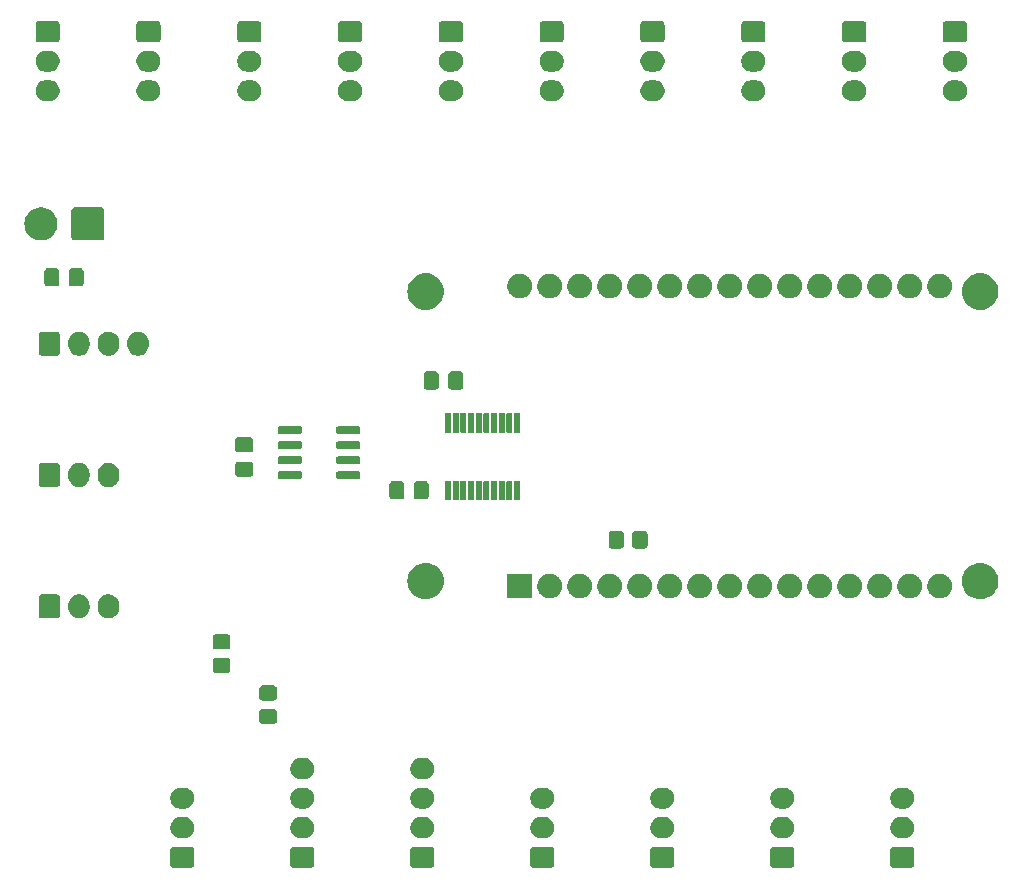
<source format=gbr>
%TF.GenerationSoftware,KiCad,Pcbnew,8.0.4*%
%TF.CreationDate,2024-09-06T13:05:26+08:00*%
%TF.ProjectId,Sensor Board,53656e73-6f72-4204-926f-6172642e6b69,rev?*%
%TF.SameCoordinates,Original*%
%TF.FileFunction,Soldermask,Bot*%
%TF.FilePolarity,Negative*%
%FSLAX46Y46*%
G04 Gerber Fmt 4.6, Leading zero omitted, Abs format (unit mm)*
G04 Created by KiCad (PCBNEW 8.0.4) date 2024-09-06 13:05:26*
%MOMM*%
%LPD*%
G01*
G04 APERTURE LIST*
G04 APERTURE END LIST*
G36*
X93740685Y-132925969D02*
G01*
X93749358Y-132929798D01*
X93756925Y-132930901D01*
X93804223Y-132954023D01*
X93841541Y-132970501D01*
X93844996Y-132973956D01*
X93845920Y-132974408D01*
X93915591Y-133044079D01*
X93916042Y-133045002D01*
X93919499Y-133048459D01*
X93935978Y-133085782D01*
X93959098Y-133133073D01*
X93960200Y-133140639D01*
X93964031Y-133149315D01*
X93972000Y-133218000D01*
X93972000Y-134418000D01*
X93964031Y-134486685D01*
X93960199Y-134495361D01*
X93959098Y-134502925D01*
X93935985Y-134550202D01*
X93919499Y-134587541D01*
X93916041Y-134590998D01*
X93915591Y-134591920D01*
X93845920Y-134661591D01*
X93844998Y-134662041D01*
X93841541Y-134665499D01*
X93804207Y-134681983D01*
X93756926Y-134705098D01*
X93749361Y-134706200D01*
X93740685Y-134710031D01*
X93672000Y-134718000D01*
X92222000Y-134718000D01*
X92153315Y-134710031D01*
X92144638Y-134706200D01*
X92137074Y-134705098D01*
X92089787Y-134681981D01*
X92052459Y-134665499D01*
X92049002Y-134662042D01*
X92048079Y-134661591D01*
X91978408Y-134591920D01*
X91977956Y-134590996D01*
X91974501Y-134587541D01*
X91958025Y-134550228D01*
X91934901Y-134502926D01*
X91933798Y-134495357D01*
X91929969Y-134486685D01*
X91922000Y-134418000D01*
X91922000Y-133218000D01*
X91929969Y-133149315D01*
X91933798Y-133140642D01*
X91934901Y-133133074D01*
X91958028Y-133085766D01*
X91974501Y-133048459D01*
X91977955Y-133045004D01*
X91978408Y-133044079D01*
X92048079Y-132974408D01*
X92049004Y-132973955D01*
X92052459Y-132970501D01*
X92089761Y-132954030D01*
X92137073Y-132930901D01*
X92144642Y-132929798D01*
X92153315Y-132925969D01*
X92222000Y-132918000D01*
X93672000Y-132918000D01*
X93740685Y-132925969D01*
G37*
G36*
X103900685Y-132925969D02*
G01*
X103909358Y-132929798D01*
X103916925Y-132930901D01*
X103964223Y-132954023D01*
X104001541Y-132970501D01*
X104004996Y-132973956D01*
X104005920Y-132974408D01*
X104075591Y-133044079D01*
X104076042Y-133045002D01*
X104079499Y-133048459D01*
X104095978Y-133085782D01*
X104119098Y-133133073D01*
X104120200Y-133140639D01*
X104124031Y-133149315D01*
X104132000Y-133218000D01*
X104132000Y-134418000D01*
X104124031Y-134486685D01*
X104120199Y-134495361D01*
X104119098Y-134502925D01*
X104095985Y-134550202D01*
X104079499Y-134587541D01*
X104076041Y-134590998D01*
X104075591Y-134591920D01*
X104005920Y-134661591D01*
X104004998Y-134662041D01*
X104001541Y-134665499D01*
X103964207Y-134681983D01*
X103916926Y-134705098D01*
X103909361Y-134706200D01*
X103900685Y-134710031D01*
X103832000Y-134718000D01*
X102382000Y-134718000D01*
X102313315Y-134710031D01*
X102304638Y-134706200D01*
X102297074Y-134705098D01*
X102249787Y-134681981D01*
X102212459Y-134665499D01*
X102209002Y-134662042D01*
X102208079Y-134661591D01*
X102138408Y-134591920D01*
X102137956Y-134590996D01*
X102134501Y-134587541D01*
X102118025Y-134550228D01*
X102094901Y-134502926D01*
X102093798Y-134495357D01*
X102089969Y-134486685D01*
X102082000Y-134418000D01*
X102082000Y-133218000D01*
X102089969Y-133149315D01*
X102093798Y-133140642D01*
X102094901Y-133133074D01*
X102118028Y-133085766D01*
X102134501Y-133048459D01*
X102137955Y-133045004D01*
X102138408Y-133044079D01*
X102208079Y-132974408D01*
X102209004Y-132973955D01*
X102212459Y-132970501D01*
X102249761Y-132954030D01*
X102297073Y-132930901D01*
X102304642Y-132929798D01*
X102313315Y-132925969D01*
X102382000Y-132918000D01*
X103832000Y-132918000D01*
X103900685Y-132925969D01*
G37*
G36*
X114060685Y-132925969D02*
G01*
X114069358Y-132929798D01*
X114076925Y-132930901D01*
X114124223Y-132954023D01*
X114161541Y-132970501D01*
X114164996Y-132973956D01*
X114165920Y-132974408D01*
X114235591Y-133044079D01*
X114236042Y-133045002D01*
X114239499Y-133048459D01*
X114255978Y-133085782D01*
X114279098Y-133133073D01*
X114280200Y-133140639D01*
X114284031Y-133149315D01*
X114292000Y-133218000D01*
X114292000Y-134418000D01*
X114284031Y-134486685D01*
X114280199Y-134495361D01*
X114279098Y-134502925D01*
X114255985Y-134550202D01*
X114239499Y-134587541D01*
X114236041Y-134590998D01*
X114235591Y-134591920D01*
X114165920Y-134661591D01*
X114164998Y-134662041D01*
X114161541Y-134665499D01*
X114124207Y-134681983D01*
X114076926Y-134705098D01*
X114069361Y-134706200D01*
X114060685Y-134710031D01*
X113992000Y-134718000D01*
X112542000Y-134718000D01*
X112473315Y-134710031D01*
X112464638Y-134706200D01*
X112457074Y-134705098D01*
X112409787Y-134681981D01*
X112372459Y-134665499D01*
X112369002Y-134662042D01*
X112368079Y-134661591D01*
X112298408Y-134591920D01*
X112297956Y-134590996D01*
X112294501Y-134587541D01*
X112278025Y-134550228D01*
X112254901Y-134502926D01*
X112253798Y-134495357D01*
X112249969Y-134486685D01*
X112242000Y-134418000D01*
X112242000Y-133218000D01*
X112249969Y-133149315D01*
X112253798Y-133140642D01*
X112254901Y-133133074D01*
X112278028Y-133085766D01*
X112294501Y-133048459D01*
X112297955Y-133045004D01*
X112298408Y-133044079D01*
X112368079Y-132974408D01*
X112369004Y-132973955D01*
X112372459Y-132970501D01*
X112409761Y-132954030D01*
X112457073Y-132930901D01*
X112464642Y-132929798D01*
X112473315Y-132925969D01*
X112542000Y-132918000D01*
X113992000Y-132918000D01*
X114060685Y-132925969D01*
G37*
G36*
X124220685Y-132925969D02*
G01*
X124229358Y-132929798D01*
X124236925Y-132930901D01*
X124284223Y-132954023D01*
X124321541Y-132970501D01*
X124324996Y-132973956D01*
X124325920Y-132974408D01*
X124395591Y-133044079D01*
X124396042Y-133045002D01*
X124399499Y-133048459D01*
X124415978Y-133085782D01*
X124439098Y-133133073D01*
X124440200Y-133140639D01*
X124444031Y-133149315D01*
X124452000Y-133218000D01*
X124452000Y-134418000D01*
X124444031Y-134486685D01*
X124440199Y-134495361D01*
X124439098Y-134502925D01*
X124415985Y-134550202D01*
X124399499Y-134587541D01*
X124396041Y-134590998D01*
X124395591Y-134591920D01*
X124325920Y-134661591D01*
X124324998Y-134662041D01*
X124321541Y-134665499D01*
X124284207Y-134681983D01*
X124236926Y-134705098D01*
X124229361Y-134706200D01*
X124220685Y-134710031D01*
X124152000Y-134718000D01*
X122702000Y-134718000D01*
X122633315Y-134710031D01*
X122624638Y-134706200D01*
X122617074Y-134705098D01*
X122569787Y-134681981D01*
X122532459Y-134665499D01*
X122529002Y-134662042D01*
X122528079Y-134661591D01*
X122458408Y-134591920D01*
X122457956Y-134590996D01*
X122454501Y-134587541D01*
X122438025Y-134550228D01*
X122414901Y-134502926D01*
X122413798Y-134495357D01*
X122409969Y-134486685D01*
X122402000Y-134418000D01*
X122402000Y-133218000D01*
X122409969Y-133149315D01*
X122413798Y-133140642D01*
X122414901Y-133133074D01*
X122438028Y-133085766D01*
X122454501Y-133048459D01*
X122457955Y-133045004D01*
X122458408Y-133044079D01*
X122528079Y-132974408D01*
X122529004Y-132973955D01*
X122532459Y-132970501D01*
X122569761Y-132954030D01*
X122617073Y-132930901D01*
X122624642Y-132929798D01*
X122633315Y-132925969D01*
X122702000Y-132918000D01*
X124152000Y-132918000D01*
X124220685Y-132925969D01*
G37*
G36*
X134380685Y-132925969D02*
G01*
X134389358Y-132929798D01*
X134396925Y-132930901D01*
X134444223Y-132954023D01*
X134481541Y-132970501D01*
X134484996Y-132973956D01*
X134485920Y-132974408D01*
X134555591Y-133044079D01*
X134556042Y-133045002D01*
X134559499Y-133048459D01*
X134575978Y-133085782D01*
X134599098Y-133133073D01*
X134600200Y-133140639D01*
X134604031Y-133149315D01*
X134612000Y-133218000D01*
X134612000Y-134418000D01*
X134604031Y-134486685D01*
X134600199Y-134495361D01*
X134599098Y-134502925D01*
X134575985Y-134550202D01*
X134559499Y-134587541D01*
X134556041Y-134590998D01*
X134555591Y-134591920D01*
X134485920Y-134661591D01*
X134484998Y-134662041D01*
X134481541Y-134665499D01*
X134444207Y-134681983D01*
X134396926Y-134705098D01*
X134389361Y-134706200D01*
X134380685Y-134710031D01*
X134312000Y-134718000D01*
X132862000Y-134718000D01*
X132793315Y-134710031D01*
X132784638Y-134706200D01*
X132777074Y-134705098D01*
X132729787Y-134681981D01*
X132692459Y-134665499D01*
X132689002Y-134662042D01*
X132688079Y-134661591D01*
X132618408Y-134591920D01*
X132617956Y-134590996D01*
X132614501Y-134587541D01*
X132598025Y-134550228D01*
X132574901Y-134502926D01*
X132573798Y-134495357D01*
X132569969Y-134486685D01*
X132562000Y-134418000D01*
X132562000Y-133218000D01*
X132569969Y-133149315D01*
X132573798Y-133140642D01*
X132574901Y-133133074D01*
X132598028Y-133085766D01*
X132614501Y-133048459D01*
X132617955Y-133045004D01*
X132618408Y-133044079D01*
X132688079Y-132974408D01*
X132689004Y-132973955D01*
X132692459Y-132970501D01*
X132729761Y-132954030D01*
X132777073Y-132930901D01*
X132784642Y-132929798D01*
X132793315Y-132925969D01*
X132862000Y-132918000D01*
X134312000Y-132918000D01*
X134380685Y-132925969D01*
G37*
G36*
X144540685Y-132925969D02*
G01*
X144549358Y-132929798D01*
X144556925Y-132930901D01*
X144604223Y-132954023D01*
X144641541Y-132970501D01*
X144644996Y-132973956D01*
X144645920Y-132974408D01*
X144715591Y-133044079D01*
X144716042Y-133045002D01*
X144719499Y-133048459D01*
X144735978Y-133085782D01*
X144759098Y-133133073D01*
X144760200Y-133140639D01*
X144764031Y-133149315D01*
X144772000Y-133218000D01*
X144772000Y-134418000D01*
X144764031Y-134486685D01*
X144760199Y-134495361D01*
X144759098Y-134502925D01*
X144735985Y-134550202D01*
X144719499Y-134587541D01*
X144716041Y-134590998D01*
X144715591Y-134591920D01*
X144645920Y-134661591D01*
X144644998Y-134662041D01*
X144641541Y-134665499D01*
X144604207Y-134681983D01*
X144556926Y-134705098D01*
X144549361Y-134706200D01*
X144540685Y-134710031D01*
X144472000Y-134718000D01*
X143022000Y-134718000D01*
X142953315Y-134710031D01*
X142944638Y-134706200D01*
X142937074Y-134705098D01*
X142889787Y-134681981D01*
X142852459Y-134665499D01*
X142849002Y-134662042D01*
X142848079Y-134661591D01*
X142778408Y-134591920D01*
X142777956Y-134590996D01*
X142774501Y-134587541D01*
X142758025Y-134550228D01*
X142734901Y-134502926D01*
X142733798Y-134495357D01*
X142729969Y-134486685D01*
X142722000Y-134418000D01*
X142722000Y-133218000D01*
X142729969Y-133149315D01*
X142733798Y-133140642D01*
X142734901Y-133133074D01*
X142758028Y-133085766D01*
X142774501Y-133048459D01*
X142777955Y-133045004D01*
X142778408Y-133044079D01*
X142848079Y-132974408D01*
X142849004Y-132973955D01*
X142852459Y-132970501D01*
X142889761Y-132954030D01*
X142937073Y-132930901D01*
X142944642Y-132929798D01*
X142953315Y-132925969D01*
X143022000Y-132918000D01*
X144472000Y-132918000D01*
X144540685Y-132925969D01*
G37*
G36*
X154700685Y-132925969D02*
G01*
X154709358Y-132929798D01*
X154716925Y-132930901D01*
X154764223Y-132954023D01*
X154801541Y-132970501D01*
X154804996Y-132973956D01*
X154805920Y-132974408D01*
X154875591Y-133044079D01*
X154876042Y-133045002D01*
X154879499Y-133048459D01*
X154895978Y-133085782D01*
X154919098Y-133133073D01*
X154920200Y-133140639D01*
X154924031Y-133149315D01*
X154932000Y-133218000D01*
X154932000Y-134418000D01*
X154924031Y-134486685D01*
X154920199Y-134495361D01*
X154919098Y-134502925D01*
X154895985Y-134550202D01*
X154879499Y-134587541D01*
X154876041Y-134590998D01*
X154875591Y-134591920D01*
X154805920Y-134661591D01*
X154804998Y-134662041D01*
X154801541Y-134665499D01*
X154764207Y-134681983D01*
X154716926Y-134705098D01*
X154709361Y-134706200D01*
X154700685Y-134710031D01*
X154632000Y-134718000D01*
X153182000Y-134718000D01*
X153113315Y-134710031D01*
X153104638Y-134706200D01*
X153097074Y-134705098D01*
X153049787Y-134681981D01*
X153012459Y-134665499D01*
X153009002Y-134662042D01*
X153008079Y-134661591D01*
X152938408Y-134591920D01*
X152937956Y-134590996D01*
X152934501Y-134587541D01*
X152918025Y-134550228D01*
X152894901Y-134502926D01*
X152893798Y-134495357D01*
X152889969Y-134486685D01*
X152882000Y-134418000D01*
X152882000Y-133218000D01*
X152889969Y-133149315D01*
X152893798Y-133140642D01*
X152894901Y-133133074D01*
X152918028Y-133085766D01*
X152934501Y-133048459D01*
X152937955Y-133045004D01*
X152938408Y-133044079D01*
X153008079Y-132974408D01*
X153009004Y-132973955D01*
X153012459Y-132970501D01*
X153049761Y-132954030D01*
X153097073Y-132930901D01*
X153104642Y-132929798D01*
X153113315Y-132925969D01*
X153182000Y-132918000D01*
X154632000Y-132918000D01*
X154700685Y-132925969D01*
G37*
G36*
X93160215Y-130422334D02*
G01*
X93333256Y-130456754D01*
X93496257Y-130524271D01*
X93642954Y-130622291D01*
X93767709Y-130747046D01*
X93865729Y-130893743D01*
X93933246Y-131056744D01*
X93967666Y-131229785D01*
X93967666Y-131406215D01*
X93933246Y-131579256D01*
X93865729Y-131742257D01*
X93767709Y-131888954D01*
X93642954Y-132013709D01*
X93496257Y-132111729D01*
X93333256Y-132179246D01*
X93160215Y-132213666D01*
X93072000Y-132218000D01*
X93070767Y-132218000D01*
X92823233Y-132218000D01*
X92822000Y-132218000D01*
X92733785Y-132213666D01*
X92560744Y-132179246D01*
X92397743Y-132111729D01*
X92251046Y-132013709D01*
X92126291Y-131888954D01*
X92028271Y-131742257D01*
X91960754Y-131579256D01*
X91926334Y-131406215D01*
X91926334Y-131229785D01*
X91960754Y-131056744D01*
X92028271Y-130893743D01*
X92126291Y-130747046D01*
X92251046Y-130622291D01*
X92397743Y-130524271D01*
X92560744Y-130456754D01*
X92733785Y-130422334D01*
X92822000Y-130418000D01*
X93072000Y-130418000D01*
X93160215Y-130422334D01*
G37*
G36*
X103320215Y-130422334D02*
G01*
X103493256Y-130456754D01*
X103656257Y-130524271D01*
X103802954Y-130622291D01*
X103927709Y-130747046D01*
X104025729Y-130893743D01*
X104093246Y-131056744D01*
X104127666Y-131229785D01*
X104127666Y-131406215D01*
X104093246Y-131579256D01*
X104025729Y-131742257D01*
X103927709Y-131888954D01*
X103802954Y-132013709D01*
X103656257Y-132111729D01*
X103493256Y-132179246D01*
X103320215Y-132213666D01*
X103232000Y-132218000D01*
X103230767Y-132218000D01*
X102983233Y-132218000D01*
X102982000Y-132218000D01*
X102893785Y-132213666D01*
X102720744Y-132179246D01*
X102557743Y-132111729D01*
X102411046Y-132013709D01*
X102286291Y-131888954D01*
X102188271Y-131742257D01*
X102120754Y-131579256D01*
X102086334Y-131406215D01*
X102086334Y-131229785D01*
X102120754Y-131056744D01*
X102188271Y-130893743D01*
X102286291Y-130747046D01*
X102411046Y-130622291D01*
X102557743Y-130524271D01*
X102720744Y-130456754D01*
X102893785Y-130422334D01*
X102982000Y-130418000D01*
X103232000Y-130418000D01*
X103320215Y-130422334D01*
G37*
G36*
X113480215Y-130422334D02*
G01*
X113653256Y-130456754D01*
X113816257Y-130524271D01*
X113962954Y-130622291D01*
X114087709Y-130747046D01*
X114185729Y-130893743D01*
X114253246Y-131056744D01*
X114287666Y-131229785D01*
X114287666Y-131406215D01*
X114253246Y-131579256D01*
X114185729Y-131742257D01*
X114087709Y-131888954D01*
X113962954Y-132013709D01*
X113816257Y-132111729D01*
X113653256Y-132179246D01*
X113480215Y-132213666D01*
X113392000Y-132218000D01*
X113390767Y-132218000D01*
X113143233Y-132218000D01*
X113142000Y-132218000D01*
X113053785Y-132213666D01*
X112880744Y-132179246D01*
X112717743Y-132111729D01*
X112571046Y-132013709D01*
X112446291Y-131888954D01*
X112348271Y-131742257D01*
X112280754Y-131579256D01*
X112246334Y-131406215D01*
X112246334Y-131229785D01*
X112280754Y-131056744D01*
X112348271Y-130893743D01*
X112446291Y-130747046D01*
X112571046Y-130622291D01*
X112717743Y-130524271D01*
X112880744Y-130456754D01*
X113053785Y-130422334D01*
X113142000Y-130418000D01*
X113392000Y-130418000D01*
X113480215Y-130422334D01*
G37*
G36*
X123640215Y-130422334D02*
G01*
X123813256Y-130456754D01*
X123976257Y-130524271D01*
X124122954Y-130622291D01*
X124247709Y-130747046D01*
X124345729Y-130893743D01*
X124413246Y-131056744D01*
X124447666Y-131229785D01*
X124447666Y-131406215D01*
X124413246Y-131579256D01*
X124345729Y-131742257D01*
X124247709Y-131888954D01*
X124122954Y-132013709D01*
X123976257Y-132111729D01*
X123813256Y-132179246D01*
X123640215Y-132213666D01*
X123552000Y-132218000D01*
X123550767Y-132218000D01*
X123303233Y-132218000D01*
X123302000Y-132218000D01*
X123213785Y-132213666D01*
X123040744Y-132179246D01*
X122877743Y-132111729D01*
X122731046Y-132013709D01*
X122606291Y-131888954D01*
X122508271Y-131742257D01*
X122440754Y-131579256D01*
X122406334Y-131406215D01*
X122406334Y-131229785D01*
X122440754Y-131056744D01*
X122508271Y-130893743D01*
X122606291Y-130747046D01*
X122731046Y-130622291D01*
X122877743Y-130524271D01*
X123040744Y-130456754D01*
X123213785Y-130422334D01*
X123302000Y-130418000D01*
X123552000Y-130418000D01*
X123640215Y-130422334D01*
G37*
G36*
X133800215Y-130422334D02*
G01*
X133973256Y-130456754D01*
X134136257Y-130524271D01*
X134282954Y-130622291D01*
X134407709Y-130747046D01*
X134505729Y-130893743D01*
X134573246Y-131056744D01*
X134607666Y-131229785D01*
X134607666Y-131406215D01*
X134573246Y-131579256D01*
X134505729Y-131742257D01*
X134407709Y-131888954D01*
X134282954Y-132013709D01*
X134136257Y-132111729D01*
X133973256Y-132179246D01*
X133800215Y-132213666D01*
X133712000Y-132218000D01*
X133710767Y-132218000D01*
X133463233Y-132218000D01*
X133462000Y-132218000D01*
X133373785Y-132213666D01*
X133200744Y-132179246D01*
X133037743Y-132111729D01*
X132891046Y-132013709D01*
X132766291Y-131888954D01*
X132668271Y-131742257D01*
X132600754Y-131579256D01*
X132566334Y-131406215D01*
X132566334Y-131229785D01*
X132600754Y-131056744D01*
X132668271Y-130893743D01*
X132766291Y-130747046D01*
X132891046Y-130622291D01*
X133037743Y-130524271D01*
X133200744Y-130456754D01*
X133373785Y-130422334D01*
X133462000Y-130418000D01*
X133712000Y-130418000D01*
X133800215Y-130422334D01*
G37*
G36*
X143960215Y-130422334D02*
G01*
X144133256Y-130456754D01*
X144296257Y-130524271D01*
X144442954Y-130622291D01*
X144567709Y-130747046D01*
X144665729Y-130893743D01*
X144733246Y-131056744D01*
X144767666Y-131229785D01*
X144767666Y-131406215D01*
X144733246Y-131579256D01*
X144665729Y-131742257D01*
X144567709Y-131888954D01*
X144442954Y-132013709D01*
X144296257Y-132111729D01*
X144133256Y-132179246D01*
X143960215Y-132213666D01*
X143872000Y-132218000D01*
X143870767Y-132218000D01*
X143623233Y-132218000D01*
X143622000Y-132218000D01*
X143533785Y-132213666D01*
X143360744Y-132179246D01*
X143197743Y-132111729D01*
X143051046Y-132013709D01*
X142926291Y-131888954D01*
X142828271Y-131742257D01*
X142760754Y-131579256D01*
X142726334Y-131406215D01*
X142726334Y-131229785D01*
X142760754Y-131056744D01*
X142828271Y-130893743D01*
X142926291Y-130747046D01*
X143051046Y-130622291D01*
X143197743Y-130524271D01*
X143360744Y-130456754D01*
X143533785Y-130422334D01*
X143622000Y-130418000D01*
X143872000Y-130418000D01*
X143960215Y-130422334D01*
G37*
G36*
X154120215Y-130422334D02*
G01*
X154293256Y-130456754D01*
X154456257Y-130524271D01*
X154602954Y-130622291D01*
X154727709Y-130747046D01*
X154825729Y-130893743D01*
X154893246Y-131056744D01*
X154927666Y-131229785D01*
X154927666Y-131406215D01*
X154893246Y-131579256D01*
X154825729Y-131742257D01*
X154727709Y-131888954D01*
X154602954Y-132013709D01*
X154456257Y-132111729D01*
X154293256Y-132179246D01*
X154120215Y-132213666D01*
X154032000Y-132218000D01*
X154030767Y-132218000D01*
X153783233Y-132218000D01*
X153782000Y-132218000D01*
X153693785Y-132213666D01*
X153520744Y-132179246D01*
X153357743Y-132111729D01*
X153211046Y-132013709D01*
X153086291Y-131888954D01*
X152988271Y-131742257D01*
X152920754Y-131579256D01*
X152886334Y-131406215D01*
X152886334Y-131229785D01*
X152920754Y-131056744D01*
X152988271Y-130893743D01*
X153086291Y-130747046D01*
X153211046Y-130622291D01*
X153357743Y-130524271D01*
X153520744Y-130456754D01*
X153693785Y-130422334D01*
X153782000Y-130418000D01*
X154032000Y-130418000D01*
X154120215Y-130422334D01*
G37*
G36*
X93160215Y-127922334D02*
G01*
X93333256Y-127956754D01*
X93496257Y-128024271D01*
X93642954Y-128122291D01*
X93767709Y-128247046D01*
X93865729Y-128393743D01*
X93933246Y-128556744D01*
X93967666Y-128729785D01*
X93967666Y-128906215D01*
X93933246Y-129079256D01*
X93865729Y-129242257D01*
X93767709Y-129388954D01*
X93642954Y-129513709D01*
X93496257Y-129611729D01*
X93333256Y-129679246D01*
X93160215Y-129713666D01*
X93072000Y-129718000D01*
X93070767Y-129718000D01*
X92823233Y-129718000D01*
X92822000Y-129718000D01*
X92733785Y-129713666D01*
X92560744Y-129679246D01*
X92397743Y-129611729D01*
X92251046Y-129513709D01*
X92126291Y-129388954D01*
X92028271Y-129242257D01*
X91960754Y-129079256D01*
X91926334Y-128906215D01*
X91926334Y-128729785D01*
X91960754Y-128556744D01*
X92028271Y-128393743D01*
X92126291Y-128247046D01*
X92251046Y-128122291D01*
X92397743Y-128024271D01*
X92560744Y-127956754D01*
X92733785Y-127922334D01*
X92822000Y-127918000D01*
X93072000Y-127918000D01*
X93160215Y-127922334D01*
G37*
G36*
X103320215Y-127922334D02*
G01*
X103493256Y-127956754D01*
X103656257Y-128024271D01*
X103802954Y-128122291D01*
X103927709Y-128247046D01*
X104025729Y-128393743D01*
X104093246Y-128556744D01*
X104127666Y-128729785D01*
X104127666Y-128906215D01*
X104093246Y-129079256D01*
X104025729Y-129242257D01*
X103927709Y-129388954D01*
X103802954Y-129513709D01*
X103656257Y-129611729D01*
X103493256Y-129679246D01*
X103320215Y-129713666D01*
X103232000Y-129718000D01*
X103230767Y-129718000D01*
X102983233Y-129718000D01*
X102982000Y-129718000D01*
X102893785Y-129713666D01*
X102720744Y-129679246D01*
X102557743Y-129611729D01*
X102411046Y-129513709D01*
X102286291Y-129388954D01*
X102188271Y-129242257D01*
X102120754Y-129079256D01*
X102086334Y-128906215D01*
X102086334Y-128729785D01*
X102120754Y-128556744D01*
X102188271Y-128393743D01*
X102286291Y-128247046D01*
X102411046Y-128122291D01*
X102557743Y-128024271D01*
X102720744Y-127956754D01*
X102893785Y-127922334D01*
X102982000Y-127918000D01*
X103232000Y-127918000D01*
X103320215Y-127922334D01*
G37*
G36*
X113480215Y-127922334D02*
G01*
X113653256Y-127956754D01*
X113816257Y-128024271D01*
X113962954Y-128122291D01*
X114087709Y-128247046D01*
X114185729Y-128393743D01*
X114253246Y-128556744D01*
X114287666Y-128729785D01*
X114287666Y-128906215D01*
X114253246Y-129079256D01*
X114185729Y-129242257D01*
X114087709Y-129388954D01*
X113962954Y-129513709D01*
X113816257Y-129611729D01*
X113653256Y-129679246D01*
X113480215Y-129713666D01*
X113392000Y-129718000D01*
X113390767Y-129718000D01*
X113143233Y-129718000D01*
X113142000Y-129718000D01*
X113053785Y-129713666D01*
X112880744Y-129679246D01*
X112717743Y-129611729D01*
X112571046Y-129513709D01*
X112446291Y-129388954D01*
X112348271Y-129242257D01*
X112280754Y-129079256D01*
X112246334Y-128906215D01*
X112246334Y-128729785D01*
X112280754Y-128556744D01*
X112348271Y-128393743D01*
X112446291Y-128247046D01*
X112571046Y-128122291D01*
X112717743Y-128024271D01*
X112880744Y-127956754D01*
X113053785Y-127922334D01*
X113142000Y-127918000D01*
X113392000Y-127918000D01*
X113480215Y-127922334D01*
G37*
G36*
X123640215Y-127922334D02*
G01*
X123813256Y-127956754D01*
X123976257Y-128024271D01*
X124122954Y-128122291D01*
X124247709Y-128247046D01*
X124345729Y-128393743D01*
X124413246Y-128556744D01*
X124447666Y-128729785D01*
X124447666Y-128906215D01*
X124413246Y-129079256D01*
X124345729Y-129242257D01*
X124247709Y-129388954D01*
X124122954Y-129513709D01*
X123976257Y-129611729D01*
X123813256Y-129679246D01*
X123640215Y-129713666D01*
X123552000Y-129718000D01*
X123550767Y-129718000D01*
X123303233Y-129718000D01*
X123302000Y-129718000D01*
X123213785Y-129713666D01*
X123040744Y-129679246D01*
X122877743Y-129611729D01*
X122731046Y-129513709D01*
X122606291Y-129388954D01*
X122508271Y-129242257D01*
X122440754Y-129079256D01*
X122406334Y-128906215D01*
X122406334Y-128729785D01*
X122440754Y-128556744D01*
X122508271Y-128393743D01*
X122606291Y-128247046D01*
X122731046Y-128122291D01*
X122877743Y-128024271D01*
X123040744Y-127956754D01*
X123213785Y-127922334D01*
X123302000Y-127918000D01*
X123552000Y-127918000D01*
X123640215Y-127922334D01*
G37*
G36*
X133800215Y-127922334D02*
G01*
X133973256Y-127956754D01*
X134136257Y-128024271D01*
X134282954Y-128122291D01*
X134407709Y-128247046D01*
X134505729Y-128393743D01*
X134573246Y-128556744D01*
X134607666Y-128729785D01*
X134607666Y-128906215D01*
X134573246Y-129079256D01*
X134505729Y-129242257D01*
X134407709Y-129388954D01*
X134282954Y-129513709D01*
X134136257Y-129611729D01*
X133973256Y-129679246D01*
X133800215Y-129713666D01*
X133712000Y-129718000D01*
X133710767Y-129718000D01*
X133463233Y-129718000D01*
X133462000Y-129718000D01*
X133373785Y-129713666D01*
X133200744Y-129679246D01*
X133037743Y-129611729D01*
X132891046Y-129513709D01*
X132766291Y-129388954D01*
X132668271Y-129242257D01*
X132600754Y-129079256D01*
X132566334Y-128906215D01*
X132566334Y-128729785D01*
X132600754Y-128556744D01*
X132668271Y-128393743D01*
X132766291Y-128247046D01*
X132891046Y-128122291D01*
X133037743Y-128024271D01*
X133200744Y-127956754D01*
X133373785Y-127922334D01*
X133462000Y-127918000D01*
X133712000Y-127918000D01*
X133800215Y-127922334D01*
G37*
G36*
X143960215Y-127922334D02*
G01*
X144133256Y-127956754D01*
X144296257Y-128024271D01*
X144442954Y-128122291D01*
X144567709Y-128247046D01*
X144665729Y-128393743D01*
X144733246Y-128556744D01*
X144767666Y-128729785D01*
X144767666Y-128906215D01*
X144733246Y-129079256D01*
X144665729Y-129242257D01*
X144567709Y-129388954D01*
X144442954Y-129513709D01*
X144296257Y-129611729D01*
X144133256Y-129679246D01*
X143960215Y-129713666D01*
X143872000Y-129718000D01*
X143870767Y-129718000D01*
X143623233Y-129718000D01*
X143622000Y-129718000D01*
X143533785Y-129713666D01*
X143360744Y-129679246D01*
X143197743Y-129611729D01*
X143051046Y-129513709D01*
X142926291Y-129388954D01*
X142828271Y-129242257D01*
X142760754Y-129079256D01*
X142726334Y-128906215D01*
X142726334Y-128729785D01*
X142760754Y-128556744D01*
X142828271Y-128393743D01*
X142926291Y-128247046D01*
X143051046Y-128122291D01*
X143197743Y-128024271D01*
X143360744Y-127956754D01*
X143533785Y-127922334D01*
X143622000Y-127918000D01*
X143872000Y-127918000D01*
X143960215Y-127922334D01*
G37*
G36*
X154120215Y-127922334D02*
G01*
X154293256Y-127956754D01*
X154456257Y-128024271D01*
X154602954Y-128122291D01*
X154727709Y-128247046D01*
X154825729Y-128393743D01*
X154893246Y-128556744D01*
X154927666Y-128729785D01*
X154927666Y-128906215D01*
X154893246Y-129079256D01*
X154825729Y-129242257D01*
X154727709Y-129388954D01*
X154602954Y-129513709D01*
X154456257Y-129611729D01*
X154293256Y-129679246D01*
X154120215Y-129713666D01*
X154032000Y-129718000D01*
X154030767Y-129718000D01*
X153783233Y-129718000D01*
X153782000Y-129718000D01*
X153693785Y-129713666D01*
X153520744Y-129679246D01*
X153357743Y-129611729D01*
X153211046Y-129513709D01*
X153086291Y-129388954D01*
X152988271Y-129242257D01*
X152920754Y-129079256D01*
X152886334Y-128906215D01*
X152886334Y-128729785D01*
X152920754Y-128556744D01*
X152988271Y-128393743D01*
X153086291Y-128247046D01*
X153211046Y-128122291D01*
X153357743Y-128024271D01*
X153520744Y-127956754D01*
X153693785Y-127922334D01*
X153782000Y-127918000D01*
X154032000Y-127918000D01*
X154120215Y-127922334D01*
G37*
G36*
X103320215Y-125422334D02*
G01*
X103493256Y-125456754D01*
X103656257Y-125524271D01*
X103802954Y-125622291D01*
X103927709Y-125747046D01*
X104025729Y-125893743D01*
X104093246Y-126056744D01*
X104127666Y-126229785D01*
X104127666Y-126406215D01*
X104093246Y-126579256D01*
X104025729Y-126742257D01*
X103927709Y-126888954D01*
X103802954Y-127013709D01*
X103656257Y-127111729D01*
X103493256Y-127179246D01*
X103320215Y-127213666D01*
X103232000Y-127218000D01*
X103230767Y-127218000D01*
X102983233Y-127218000D01*
X102982000Y-127218000D01*
X102893785Y-127213666D01*
X102720744Y-127179246D01*
X102557743Y-127111729D01*
X102411046Y-127013709D01*
X102286291Y-126888954D01*
X102188271Y-126742257D01*
X102120754Y-126579256D01*
X102086334Y-126406215D01*
X102086334Y-126229785D01*
X102120754Y-126056744D01*
X102188271Y-125893743D01*
X102286291Y-125747046D01*
X102411046Y-125622291D01*
X102557743Y-125524271D01*
X102720744Y-125456754D01*
X102893785Y-125422334D01*
X102982000Y-125418000D01*
X103232000Y-125418000D01*
X103320215Y-125422334D01*
G37*
G36*
X113480215Y-125422334D02*
G01*
X113653256Y-125456754D01*
X113816257Y-125524271D01*
X113962954Y-125622291D01*
X114087709Y-125747046D01*
X114185729Y-125893743D01*
X114253246Y-126056744D01*
X114287666Y-126229785D01*
X114287666Y-126406215D01*
X114253246Y-126579256D01*
X114185729Y-126742257D01*
X114087709Y-126888954D01*
X113962954Y-127013709D01*
X113816257Y-127111729D01*
X113653256Y-127179246D01*
X113480215Y-127213666D01*
X113392000Y-127218000D01*
X113390767Y-127218000D01*
X113143233Y-127218000D01*
X113142000Y-127218000D01*
X113053785Y-127213666D01*
X112880744Y-127179246D01*
X112717743Y-127111729D01*
X112571046Y-127013709D01*
X112446291Y-126888954D01*
X112348271Y-126742257D01*
X112280754Y-126579256D01*
X112246334Y-126406215D01*
X112246334Y-126229785D01*
X112280754Y-126056744D01*
X112348271Y-125893743D01*
X112446291Y-125747046D01*
X112571046Y-125622291D01*
X112717743Y-125524271D01*
X112880744Y-125456754D01*
X113053785Y-125422334D01*
X113142000Y-125418000D01*
X113392000Y-125418000D01*
X113480215Y-125422334D01*
G37*
G36*
X100738685Y-121259969D02*
G01*
X100747358Y-121263798D01*
X100754925Y-121264901D01*
X100802223Y-121288023D01*
X100839541Y-121304501D01*
X100842996Y-121307956D01*
X100843920Y-121308408D01*
X100913591Y-121378079D01*
X100914042Y-121379002D01*
X100917499Y-121382459D01*
X100933978Y-121419782D01*
X100957098Y-121467073D01*
X100958200Y-121474639D01*
X100962031Y-121483315D01*
X100970000Y-121552000D01*
X100970000Y-122252000D01*
X100962031Y-122320685D01*
X100958199Y-122329361D01*
X100957098Y-122336925D01*
X100933985Y-122384202D01*
X100917499Y-122421541D01*
X100914041Y-122424998D01*
X100913591Y-122425920D01*
X100843920Y-122495591D01*
X100842998Y-122496041D01*
X100839541Y-122499499D01*
X100802207Y-122515983D01*
X100754926Y-122539098D01*
X100747361Y-122540200D01*
X100738685Y-122544031D01*
X100670000Y-122552000D01*
X99770000Y-122552000D01*
X99701315Y-122544031D01*
X99692638Y-122540200D01*
X99685074Y-122539098D01*
X99637787Y-122515981D01*
X99600459Y-122499499D01*
X99597002Y-122496042D01*
X99596079Y-122495591D01*
X99526408Y-122425920D01*
X99525956Y-122424996D01*
X99522501Y-122421541D01*
X99506025Y-122384228D01*
X99482901Y-122336926D01*
X99481798Y-122329357D01*
X99477969Y-122320685D01*
X99470000Y-122252000D01*
X99470000Y-121552000D01*
X99477969Y-121483315D01*
X99481798Y-121474642D01*
X99482901Y-121467074D01*
X99506028Y-121419766D01*
X99522501Y-121382459D01*
X99525955Y-121379004D01*
X99526408Y-121378079D01*
X99596079Y-121308408D01*
X99597004Y-121307955D01*
X99600459Y-121304501D01*
X99637761Y-121288030D01*
X99685073Y-121264901D01*
X99692642Y-121263798D01*
X99701315Y-121259969D01*
X99770000Y-121252000D01*
X100670000Y-121252000D01*
X100738685Y-121259969D01*
G37*
G36*
X100738685Y-119259969D02*
G01*
X100747358Y-119263798D01*
X100754925Y-119264901D01*
X100802223Y-119288023D01*
X100839541Y-119304501D01*
X100842996Y-119307956D01*
X100843920Y-119308408D01*
X100913591Y-119378079D01*
X100914042Y-119379002D01*
X100917499Y-119382459D01*
X100933978Y-119419782D01*
X100957098Y-119467073D01*
X100958200Y-119474639D01*
X100962031Y-119483315D01*
X100970000Y-119552000D01*
X100970000Y-120252000D01*
X100962031Y-120320685D01*
X100958199Y-120329361D01*
X100957098Y-120336925D01*
X100933985Y-120384202D01*
X100917499Y-120421541D01*
X100914041Y-120424998D01*
X100913591Y-120425920D01*
X100843920Y-120495591D01*
X100842998Y-120496041D01*
X100839541Y-120499499D01*
X100802207Y-120515983D01*
X100754926Y-120539098D01*
X100747361Y-120540200D01*
X100738685Y-120544031D01*
X100670000Y-120552000D01*
X99770000Y-120552000D01*
X99701315Y-120544031D01*
X99692638Y-120540200D01*
X99685074Y-120539098D01*
X99637787Y-120515981D01*
X99600459Y-120499499D01*
X99597002Y-120496042D01*
X99596079Y-120495591D01*
X99526408Y-120425920D01*
X99525956Y-120424996D01*
X99522501Y-120421541D01*
X99506025Y-120384228D01*
X99482901Y-120336926D01*
X99481798Y-120329357D01*
X99477969Y-120320685D01*
X99470000Y-120252000D01*
X99470000Y-119552000D01*
X99477969Y-119483315D01*
X99481798Y-119474642D01*
X99482901Y-119467074D01*
X99506028Y-119419766D01*
X99522501Y-119382459D01*
X99525955Y-119379004D01*
X99526408Y-119378079D01*
X99596079Y-119308408D01*
X99597004Y-119307955D01*
X99600459Y-119304501D01*
X99637761Y-119288030D01*
X99685073Y-119264901D01*
X99692642Y-119263798D01*
X99701315Y-119259969D01*
X99770000Y-119252000D01*
X100670000Y-119252000D01*
X100738685Y-119259969D01*
G37*
G36*
X96801685Y-116925969D02*
G01*
X96810358Y-116929798D01*
X96817925Y-116930901D01*
X96865223Y-116954023D01*
X96902541Y-116970501D01*
X96905996Y-116973956D01*
X96906920Y-116974408D01*
X96976591Y-117044079D01*
X96977042Y-117045002D01*
X96980499Y-117048459D01*
X96996978Y-117085782D01*
X97020098Y-117133073D01*
X97021200Y-117140639D01*
X97025031Y-117149315D01*
X97033000Y-117218000D01*
X97033000Y-117918000D01*
X97025031Y-117986685D01*
X97021199Y-117995361D01*
X97020098Y-118002925D01*
X96996985Y-118050202D01*
X96980499Y-118087541D01*
X96977041Y-118090998D01*
X96976591Y-118091920D01*
X96906920Y-118161591D01*
X96905998Y-118162041D01*
X96902541Y-118165499D01*
X96865207Y-118181983D01*
X96817926Y-118205098D01*
X96810361Y-118206200D01*
X96801685Y-118210031D01*
X96733000Y-118218000D01*
X95833000Y-118218000D01*
X95764315Y-118210031D01*
X95755638Y-118206200D01*
X95748074Y-118205098D01*
X95700787Y-118181981D01*
X95663459Y-118165499D01*
X95660002Y-118162042D01*
X95659079Y-118161591D01*
X95589408Y-118091920D01*
X95588956Y-118090996D01*
X95585501Y-118087541D01*
X95569025Y-118050228D01*
X95545901Y-118002926D01*
X95544798Y-117995357D01*
X95540969Y-117986685D01*
X95533000Y-117918000D01*
X95533000Y-117218000D01*
X95540969Y-117149315D01*
X95544798Y-117140642D01*
X95545901Y-117133074D01*
X95569028Y-117085766D01*
X95585501Y-117048459D01*
X95588955Y-117045004D01*
X95589408Y-117044079D01*
X95659079Y-116974408D01*
X95660004Y-116973955D01*
X95663459Y-116970501D01*
X95700761Y-116954030D01*
X95748073Y-116930901D01*
X95755642Y-116929798D01*
X95764315Y-116925969D01*
X95833000Y-116918000D01*
X96733000Y-116918000D01*
X96801685Y-116925969D01*
G37*
G36*
X96801685Y-114925969D02*
G01*
X96810358Y-114929798D01*
X96817925Y-114930901D01*
X96865223Y-114954023D01*
X96902541Y-114970501D01*
X96905996Y-114973956D01*
X96906920Y-114974408D01*
X96976591Y-115044079D01*
X96977042Y-115045002D01*
X96980499Y-115048459D01*
X96996978Y-115085782D01*
X97020098Y-115133073D01*
X97021200Y-115140639D01*
X97025031Y-115149315D01*
X97033000Y-115218000D01*
X97033000Y-115918000D01*
X97025031Y-115986685D01*
X97021199Y-115995361D01*
X97020098Y-116002925D01*
X96996985Y-116050202D01*
X96980499Y-116087541D01*
X96977041Y-116090998D01*
X96976591Y-116091920D01*
X96906920Y-116161591D01*
X96905998Y-116162041D01*
X96902541Y-116165499D01*
X96865207Y-116181983D01*
X96817926Y-116205098D01*
X96810361Y-116206200D01*
X96801685Y-116210031D01*
X96733000Y-116218000D01*
X95833000Y-116218000D01*
X95764315Y-116210031D01*
X95755638Y-116206200D01*
X95748074Y-116205098D01*
X95700787Y-116181981D01*
X95663459Y-116165499D01*
X95660002Y-116162042D01*
X95659079Y-116161591D01*
X95589408Y-116091920D01*
X95588956Y-116090996D01*
X95585501Y-116087541D01*
X95569025Y-116050228D01*
X95545901Y-116002926D01*
X95544798Y-115995357D01*
X95540969Y-115986685D01*
X95533000Y-115918000D01*
X95533000Y-115218000D01*
X95540969Y-115149315D01*
X95544798Y-115140642D01*
X95545901Y-115133074D01*
X95569028Y-115085766D01*
X95585501Y-115048459D01*
X95588955Y-115045004D01*
X95589408Y-115044079D01*
X95659079Y-114974408D01*
X95660004Y-114973955D01*
X95663459Y-114970501D01*
X95700761Y-114954030D01*
X95748073Y-114930901D01*
X95755642Y-114929798D01*
X95764315Y-114925969D01*
X95833000Y-114918000D01*
X96733000Y-114918000D01*
X96801685Y-114925969D01*
G37*
G36*
X82369685Y-111551469D02*
G01*
X82378358Y-111555298D01*
X82385925Y-111556401D01*
X82433223Y-111579523D01*
X82470541Y-111596001D01*
X82473996Y-111599456D01*
X82474920Y-111599908D01*
X82544591Y-111669579D01*
X82545042Y-111670502D01*
X82548499Y-111673959D01*
X82564978Y-111711282D01*
X82588098Y-111758573D01*
X82589200Y-111766139D01*
X82593031Y-111774815D01*
X82601000Y-111843500D01*
X82601000Y-113293500D01*
X82593031Y-113362185D01*
X82589199Y-113370861D01*
X82588098Y-113378425D01*
X82564985Y-113425702D01*
X82548499Y-113463041D01*
X82545041Y-113466498D01*
X82544591Y-113467420D01*
X82474920Y-113537091D01*
X82473998Y-113537541D01*
X82470541Y-113540999D01*
X82433207Y-113557483D01*
X82385926Y-113580598D01*
X82378361Y-113581700D01*
X82369685Y-113585531D01*
X82301000Y-113593500D01*
X81101000Y-113593500D01*
X81032315Y-113585531D01*
X81023638Y-113581700D01*
X81016074Y-113580598D01*
X80968787Y-113557481D01*
X80931459Y-113540999D01*
X80928002Y-113537542D01*
X80927079Y-113537091D01*
X80857408Y-113467420D01*
X80856956Y-113466496D01*
X80853501Y-113463041D01*
X80837025Y-113425728D01*
X80813901Y-113378426D01*
X80812798Y-113370857D01*
X80808969Y-113362185D01*
X80801000Y-113293500D01*
X80801000Y-111843500D01*
X80808969Y-111774815D01*
X80812798Y-111766142D01*
X80813901Y-111758574D01*
X80837028Y-111711266D01*
X80853501Y-111673959D01*
X80856955Y-111670504D01*
X80857408Y-111669579D01*
X80927079Y-111599908D01*
X80928004Y-111599455D01*
X80931459Y-111596001D01*
X80968761Y-111579530D01*
X81016073Y-111556401D01*
X81023642Y-111555298D01*
X81032315Y-111551469D01*
X81101000Y-111543500D01*
X82301000Y-111543500D01*
X82369685Y-111551469D01*
G37*
G36*
X84462256Y-111582254D02*
G01*
X84625257Y-111649771D01*
X84771954Y-111747791D01*
X84896709Y-111872546D01*
X84994729Y-112019243D01*
X85062246Y-112182244D01*
X85096666Y-112355285D01*
X85101000Y-112443500D01*
X85101000Y-112693500D01*
X85096666Y-112781715D01*
X85062246Y-112954756D01*
X84994729Y-113117757D01*
X84896709Y-113264454D01*
X84771954Y-113389209D01*
X84625257Y-113487229D01*
X84462256Y-113554746D01*
X84289215Y-113589166D01*
X84112785Y-113589166D01*
X83939744Y-113554746D01*
X83776743Y-113487229D01*
X83630046Y-113389209D01*
X83505291Y-113264454D01*
X83407271Y-113117757D01*
X83339754Y-112954756D01*
X83305334Y-112781715D01*
X83301000Y-112693500D01*
X83301000Y-112443500D01*
X83305334Y-112355285D01*
X83339754Y-112182244D01*
X83407271Y-112019243D01*
X83505291Y-111872546D01*
X83630046Y-111747791D01*
X83776743Y-111649771D01*
X83939744Y-111582254D01*
X84112785Y-111547834D01*
X84289215Y-111547834D01*
X84462256Y-111582254D01*
G37*
G36*
X86962256Y-111582254D02*
G01*
X87125257Y-111649771D01*
X87271954Y-111747791D01*
X87396709Y-111872546D01*
X87494729Y-112019243D01*
X87562246Y-112182244D01*
X87596666Y-112355285D01*
X87601000Y-112443500D01*
X87601000Y-112693500D01*
X87596666Y-112781715D01*
X87562246Y-112954756D01*
X87494729Y-113117757D01*
X87396709Y-113264454D01*
X87271954Y-113389209D01*
X87125257Y-113487229D01*
X86962256Y-113554746D01*
X86789215Y-113589166D01*
X86612785Y-113589166D01*
X86439744Y-113554746D01*
X86276743Y-113487229D01*
X86130046Y-113389209D01*
X86005291Y-113264454D01*
X85907271Y-113117757D01*
X85839754Y-112954756D01*
X85805334Y-112781715D01*
X85801000Y-112693500D01*
X85801000Y-112443500D01*
X85805334Y-112355285D01*
X85839754Y-112182244D01*
X85907271Y-112019243D01*
X86005291Y-111872546D01*
X86130046Y-111747791D01*
X86276743Y-111649771D01*
X86439744Y-111582254D01*
X86612785Y-111547834D01*
X86789215Y-111547834D01*
X86962256Y-111582254D01*
G37*
G36*
X113800473Y-108901583D02*
G01*
X114036976Y-108958362D01*
X114261685Y-109051440D01*
X114469067Y-109178524D01*
X114654016Y-109336484D01*
X114811976Y-109521433D01*
X114939060Y-109728815D01*
X115032138Y-109953524D01*
X115088917Y-110190027D01*
X115108000Y-110432500D01*
X115088917Y-110674973D01*
X115032138Y-110911476D01*
X114939060Y-111136185D01*
X114811976Y-111343567D01*
X114654016Y-111528516D01*
X114469067Y-111686476D01*
X114261685Y-111813560D01*
X114036976Y-111906638D01*
X113800473Y-111963417D01*
X113558000Y-111982500D01*
X113315527Y-111963417D01*
X113079024Y-111906638D01*
X112854315Y-111813560D01*
X112646933Y-111686476D01*
X112461984Y-111528516D01*
X112304024Y-111343567D01*
X112176940Y-111136185D01*
X112083862Y-110911476D01*
X112027083Y-110674973D01*
X112008000Y-110432500D01*
X112027083Y-110190027D01*
X112083862Y-109953524D01*
X112176940Y-109728815D01*
X112304024Y-109521433D01*
X112461984Y-109336484D01*
X112646933Y-109178524D01*
X112854315Y-109051440D01*
X113079024Y-108958362D01*
X113315527Y-108901583D01*
X113558000Y-108882500D01*
X113800473Y-108901583D01*
G37*
G36*
X160750473Y-108901583D02*
G01*
X160986976Y-108958362D01*
X161211685Y-109051440D01*
X161419067Y-109178524D01*
X161604016Y-109336484D01*
X161761976Y-109521433D01*
X161889060Y-109728815D01*
X161982138Y-109953524D01*
X162038917Y-110190027D01*
X162058000Y-110432500D01*
X162038917Y-110674973D01*
X161982138Y-110911476D01*
X161889060Y-111136185D01*
X161761976Y-111343567D01*
X161604016Y-111528516D01*
X161419067Y-111686476D01*
X161211685Y-111813560D01*
X160986976Y-111906638D01*
X160750473Y-111963417D01*
X160508000Y-111982500D01*
X160265527Y-111963417D01*
X160029024Y-111906638D01*
X159804315Y-111813560D01*
X159596933Y-111686476D01*
X159411984Y-111528516D01*
X159254024Y-111343567D01*
X159126940Y-111136185D01*
X159033862Y-110911476D01*
X158977083Y-110674973D01*
X158958000Y-110432500D01*
X158977083Y-110190027D01*
X159033862Y-109953524D01*
X159126940Y-109728815D01*
X159254024Y-109521433D01*
X159411984Y-109336484D01*
X159596933Y-109178524D01*
X159804315Y-109051440D01*
X160029024Y-108958362D01*
X160265527Y-108901583D01*
X160508000Y-108882500D01*
X160750473Y-108901583D01*
G37*
G36*
X122537134Y-109806306D02*
G01*
X122553355Y-109817145D01*
X122564194Y-109833366D01*
X122568000Y-109852500D01*
X122568000Y-111852500D01*
X122564194Y-111871634D01*
X122553355Y-111887855D01*
X122537134Y-111898694D01*
X122518000Y-111902500D01*
X120518000Y-111902500D01*
X120498866Y-111898694D01*
X120482645Y-111887855D01*
X120471806Y-111871634D01*
X120468000Y-111852500D01*
X120468000Y-109852500D01*
X120471806Y-109833366D01*
X120482645Y-109817145D01*
X120498866Y-109806306D01*
X120518000Y-109802500D01*
X122518000Y-109802500D01*
X122537134Y-109806306D01*
G37*
G36*
X124105640Y-109807192D02*
G01*
X124154860Y-109807192D01*
X124209670Y-109817437D01*
X124262845Y-109822675D01*
X124303244Y-109834930D01*
X124345286Y-109842789D01*
X124403513Y-109865346D01*
X124459818Y-109882426D01*
X124491986Y-109899620D01*
X124525932Y-109912771D01*
X124584915Y-109949292D01*
X124641349Y-109979457D01*
X124665061Y-109998917D01*
X124690635Y-110014752D01*
X124747308Y-110066415D01*
X124800462Y-110110038D01*
X124816210Y-110129227D01*
X124833802Y-110145264D01*
X124884866Y-110212885D01*
X124931043Y-110269151D01*
X124939974Y-110285859D01*
X124950545Y-110299858D01*
X124992600Y-110384315D01*
X125028074Y-110450682D01*
X125031857Y-110463154D01*
X125036897Y-110473275D01*
X125066662Y-110577893D01*
X125087825Y-110647655D01*
X125088520Y-110654714D01*
X125089910Y-110659599D01*
X125104364Y-110815590D01*
X125108000Y-110852500D01*
X125104364Y-110889412D01*
X125089910Y-111045400D01*
X125088520Y-111050283D01*
X125087825Y-111057345D01*
X125066658Y-111127122D01*
X125036897Y-111231724D01*
X125031858Y-111241843D01*
X125028074Y-111254318D01*
X124992592Y-111320698D01*
X124950545Y-111405141D01*
X124939975Y-111419136D01*
X124931043Y-111435849D01*
X124884857Y-111492126D01*
X124833802Y-111559735D01*
X124816213Y-111575768D01*
X124800462Y-111594962D01*
X124747297Y-111638593D01*
X124690635Y-111690247D01*
X124665066Y-111706078D01*
X124641349Y-111725543D01*
X124584903Y-111755713D01*
X124525932Y-111792228D01*
X124491993Y-111805375D01*
X124459818Y-111822574D01*
X124403501Y-111839657D01*
X124345286Y-111862210D01*
X124303251Y-111870067D01*
X124262845Y-111882325D01*
X124209666Y-111887562D01*
X124154860Y-111897808D01*
X124105640Y-111897808D01*
X124058000Y-111902500D01*
X124010360Y-111897808D01*
X123961140Y-111897808D01*
X123906332Y-111887562D01*
X123853155Y-111882325D01*
X123812750Y-111870068D01*
X123770713Y-111862210D01*
X123712493Y-111839655D01*
X123656182Y-111822574D01*
X123624009Y-111805377D01*
X123590067Y-111792228D01*
X123531089Y-111755710D01*
X123474651Y-111725543D01*
X123450936Y-111706081D01*
X123425364Y-111690247D01*
X123368692Y-111638584D01*
X123315538Y-111594962D01*
X123299789Y-111575772D01*
X123282197Y-111559735D01*
X123231130Y-111492111D01*
X123184957Y-111435849D01*
X123176026Y-111419141D01*
X123165454Y-111405141D01*
X123123392Y-111320670D01*
X123087926Y-111254318D01*
X123084143Y-111241848D01*
X123079102Y-111231724D01*
X123049325Y-111127068D01*
X123028175Y-111057345D01*
X123027480Y-111050289D01*
X123026089Y-111045400D01*
X123011618Y-110889241D01*
X123008000Y-110852500D01*
X123011618Y-110815761D01*
X123026089Y-110659599D01*
X123027480Y-110654709D01*
X123028175Y-110647655D01*
X123049320Y-110577946D01*
X123079102Y-110473275D01*
X123084144Y-110463148D01*
X123087926Y-110450682D01*
X123123385Y-110384342D01*
X123165454Y-110299858D01*
X123176028Y-110285855D01*
X123184957Y-110269151D01*
X123231120Y-110212900D01*
X123282197Y-110145264D01*
X123299792Y-110129223D01*
X123315538Y-110110038D01*
X123368681Y-110066424D01*
X123425364Y-110014752D01*
X123450941Y-109998914D01*
X123474651Y-109979457D01*
X123531077Y-109949296D01*
X123590067Y-109912771D01*
X123624015Y-109899619D01*
X123656182Y-109882426D01*
X123712481Y-109865347D01*
X123770713Y-109842789D01*
X123812756Y-109834929D01*
X123853155Y-109822675D01*
X123906329Y-109817437D01*
X123961140Y-109807192D01*
X124010360Y-109807192D01*
X124058000Y-109802500D01*
X124105640Y-109807192D01*
G37*
G36*
X126645640Y-109807192D02*
G01*
X126694860Y-109807192D01*
X126749670Y-109817437D01*
X126802845Y-109822675D01*
X126843244Y-109834930D01*
X126885286Y-109842789D01*
X126943513Y-109865346D01*
X126999818Y-109882426D01*
X127031986Y-109899620D01*
X127065932Y-109912771D01*
X127124915Y-109949292D01*
X127181349Y-109979457D01*
X127205061Y-109998917D01*
X127230635Y-110014752D01*
X127287308Y-110066415D01*
X127340462Y-110110038D01*
X127356210Y-110129227D01*
X127373802Y-110145264D01*
X127424866Y-110212885D01*
X127471043Y-110269151D01*
X127479974Y-110285859D01*
X127490545Y-110299858D01*
X127532600Y-110384315D01*
X127568074Y-110450682D01*
X127571857Y-110463154D01*
X127576897Y-110473275D01*
X127606662Y-110577893D01*
X127627825Y-110647655D01*
X127628520Y-110654714D01*
X127629910Y-110659599D01*
X127644364Y-110815590D01*
X127648000Y-110852500D01*
X127644364Y-110889412D01*
X127629910Y-111045400D01*
X127628520Y-111050283D01*
X127627825Y-111057345D01*
X127606658Y-111127122D01*
X127576897Y-111231724D01*
X127571858Y-111241843D01*
X127568074Y-111254318D01*
X127532592Y-111320698D01*
X127490545Y-111405141D01*
X127479975Y-111419136D01*
X127471043Y-111435849D01*
X127424857Y-111492126D01*
X127373802Y-111559735D01*
X127356213Y-111575768D01*
X127340462Y-111594962D01*
X127287297Y-111638593D01*
X127230635Y-111690247D01*
X127205066Y-111706078D01*
X127181349Y-111725543D01*
X127124903Y-111755713D01*
X127065932Y-111792228D01*
X127031993Y-111805375D01*
X126999818Y-111822574D01*
X126943501Y-111839657D01*
X126885286Y-111862210D01*
X126843251Y-111870067D01*
X126802845Y-111882325D01*
X126749666Y-111887562D01*
X126694860Y-111897808D01*
X126645640Y-111897808D01*
X126598000Y-111902500D01*
X126550360Y-111897808D01*
X126501140Y-111897808D01*
X126446332Y-111887562D01*
X126393155Y-111882325D01*
X126352750Y-111870068D01*
X126310713Y-111862210D01*
X126252493Y-111839655D01*
X126196182Y-111822574D01*
X126164009Y-111805377D01*
X126130067Y-111792228D01*
X126071089Y-111755710D01*
X126014651Y-111725543D01*
X125990936Y-111706081D01*
X125965364Y-111690247D01*
X125908692Y-111638584D01*
X125855538Y-111594962D01*
X125839789Y-111575772D01*
X125822197Y-111559735D01*
X125771130Y-111492111D01*
X125724957Y-111435849D01*
X125716026Y-111419141D01*
X125705454Y-111405141D01*
X125663392Y-111320670D01*
X125627926Y-111254318D01*
X125624143Y-111241848D01*
X125619102Y-111231724D01*
X125589325Y-111127068D01*
X125568175Y-111057345D01*
X125567480Y-111050289D01*
X125566089Y-111045400D01*
X125551618Y-110889241D01*
X125548000Y-110852500D01*
X125551618Y-110815761D01*
X125566089Y-110659599D01*
X125567480Y-110654709D01*
X125568175Y-110647655D01*
X125589320Y-110577946D01*
X125619102Y-110473275D01*
X125624144Y-110463148D01*
X125627926Y-110450682D01*
X125663385Y-110384342D01*
X125705454Y-110299858D01*
X125716028Y-110285855D01*
X125724957Y-110269151D01*
X125771120Y-110212900D01*
X125822197Y-110145264D01*
X125839792Y-110129223D01*
X125855538Y-110110038D01*
X125908681Y-110066424D01*
X125965364Y-110014752D01*
X125990941Y-109998914D01*
X126014651Y-109979457D01*
X126071077Y-109949296D01*
X126130067Y-109912771D01*
X126164015Y-109899619D01*
X126196182Y-109882426D01*
X126252481Y-109865347D01*
X126310713Y-109842789D01*
X126352756Y-109834929D01*
X126393155Y-109822675D01*
X126446329Y-109817437D01*
X126501140Y-109807192D01*
X126550360Y-109807192D01*
X126598000Y-109802500D01*
X126645640Y-109807192D01*
G37*
G36*
X129185640Y-109807192D02*
G01*
X129234860Y-109807192D01*
X129289670Y-109817437D01*
X129342845Y-109822675D01*
X129383244Y-109834930D01*
X129425286Y-109842789D01*
X129483513Y-109865346D01*
X129539818Y-109882426D01*
X129571986Y-109899620D01*
X129605932Y-109912771D01*
X129664915Y-109949292D01*
X129721349Y-109979457D01*
X129745061Y-109998917D01*
X129770635Y-110014752D01*
X129827308Y-110066415D01*
X129880462Y-110110038D01*
X129896210Y-110129227D01*
X129913802Y-110145264D01*
X129964866Y-110212885D01*
X130011043Y-110269151D01*
X130019974Y-110285859D01*
X130030545Y-110299858D01*
X130072600Y-110384315D01*
X130108074Y-110450682D01*
X130111857Y-110463154D01*
X130116897Y-110473275D01*
X130146662Y-110577893D01*
X130167825Y-110647655D01*
X130168520Y-110654714D01*
X130169910Y-110659599D01*
X130184364Y-110815590D01*
X130188000Y-110852500D01*
X130184364Y-110889412D01*
X130169910Y-111045400D01*
X130168520Y-111050283D01*
X130167825Y-111057345D01*
X130146658Y-111127122D01*
X130116897Y-111231724D01*
X130111858Y-111241843D01*
X130108074Y-111254318D01*
X130072592Y-111320698D01*
X130030545Y-111405141D01*
X130019975Y-111419136D01*
X130011043Y-111435849D01*
X129964857Y-111492126D01*
X129913802Y-111559735D01*
X129896213Y-111575768D01*
X129880462Y-111594962D01*
X129827297Y-111638593D01*
X129770635Y-111690247D01*
X129745066Y-111706078D01*
X129721349Y-111725543D01*
X129664903Y-111755713D01*
X129605932Y-111792228D01*
X129571993Y-111805375D01*
X129539818Y-111822574D01*
X129483501Y-111839657D01*
X129425286Y-111862210D01*
X129383251Y-111870067D01*
X129342845Y-111882325D01*
X129289666Y-111887562D01*
X129234860Y-111897808D01*
X129185640Y-111897808D01*
X129138000Y-111902500D01*
X129090360Y-111897808D01*
X129041140Y-111897808D01*
X128986332Y-111887562D01*
X128933155Y-111882325D01*
X128892750Y-111870068D01*
X128850713Y-111862210D01*
X128792493Y-111839655D01*
X128736182Y-111822574D01*
X128704009Y-111805377D01*
X128670067Y-111792228D01*
X128611089Y-111755710D01*
X128554651Y-111725543D01*
X128530936Y-111706081D01*
X128505364Y-111690247D01*
X128448692Y-111638584D01*
X128395538Y-111594962D01*
X128379789Y-111575772D01*
X128362197Y-111559735D01*
X128311130Y-111492111D01*
X128264957Y-111435849D01*
X128256026Y-111419141D01*
X128245454Y-111405141D01*
X128203392Y-111320670D01*
X128167926Y-111254318D01*
X128164143Y-111241848D01*
X128159102Y-111231724D01*
X128129325Y-111127068D01*
X128108175Y-111057345D01*
X128107480Y-111050289D01*
X128106089Y-111045400D01*
X128091618Y-110889241D01*
X128088000Y-110852500D01*
X128091618Y-110815761D01*
X128106089Y-110659599D01*
X128107480Y-110654709D01*
X128108175Y-110647655D01*
X128129320Y-110577946D01*
X128159102Y-110473275D01*
X128164144Y-110463148D01*
X128167926Y-110450682D01*
X128203385Y-110384342D01*
X128245454Y-110299858D01*
X128256028Y-110285855D01*
X128264957Y-110269151D01*
X128311120Y-110212900D01*
X128362197Y-110145264D01*
X128379792Y-110129223D01*
X128395538Y-110110038D01*
X128448681Y-110066424D01*
X128505364Y-110014752D01*
X128530941Y-109998914D01*
X128554651Y-109979457D01*
X128611077Y-109949296D01*
X128670067Y-109912771D01*
X128704015Y-109899619D01*
X128736182Y-109882426D01*
X128792481Y-109865347D01*
X128850713Y-109842789D01*
X128892756Y-109834929D01*
X128933155Y-109822675D01*
X128986329Y-109817437D01*
X129041140Y-109807192D01*
X129090360Y-109807192D01*
X129138000Y-109802500D01*
X129185640Y-109807192D01*
G37*
G36*
X131725640Y-109807192D02*
G01*
X131774860Y-109807192D01*
X131829670Y-109817437D01*
X131882845Y-109822675D01*
X131923244Y-109834930D01*
X131965286Y-109842789D01*
X132023513Y-109865346D01*
X132079818Y-109882426D01*
X132111986Y-109899620D01*
X132145932Y-109912771D01*
X132204915Y-109949292D01*
X132261349Y-109979457D01*
X132285061Y-109998917D01*
X132310635Y-110014752D01*
X132367308Y-110066415D01*
X132420462Y-110110038D01*
X132436210Y-110129227D01*
X132453802Y-110145264D01*
X132504866Y-110212885D01*
X132551043Y-110269151D01*
X132559974Y-110285859D01*
X132570545Y-110299858D01*
X132612600Y-110384315D01*
X132648074Y-110450682D01*
X132651857Y-110463154D01*
X132656897Y-110473275D01*
X132686662Y-110577893D01*
X132707825Y-110647655D01*
X132708520Y-110654714D01*
X132709910Y-110659599D01*
X132724364Y-110815590D01*
X132728000Y-110852500D01*
X132724364Y-110889412D01*
X132709910Y-111045400D01*
X132708520Y-111050283D01*
X132707825Y-111057345D01*
X132686658Y-111127122D01*
X132656897Y-111231724D01*
X132651858Y-111241843D01*
X132648074Y-111254318D01*
X132612592Y-111320698D01*
X132570545Y-111405141D01*
X132559975Y-111419136D01*
X132551043Y-111435849D01*
X132504857Y-111492126D01*
X132453802Y-111559735D01*
X132436213Y-111575768D01*
X132420462Y-111594962D01*
X132367297Y-111638593D01*
X132310635Y-111690247D01*
X132285066Y-111706078D01*
X132261349Y-111725543D01*
X132204903Y-111755713D01*
X132145932Y-111792228D01*
X132111993Y-111805375D01*
X132079818Y-111822574D01*
X132023501Y-111839657D01*
X131965286Y-111862210D01*
X131923251Y-111870067D01*
X131882845Y-111882325D01*
X131829666Y-111887562D01*
X131774860Y-111897808D01*
X131725640Y-111897808D01*
X131678000Y-111902500D01*
X131630360Y-111897808D01*
X131581140Y-111897808D01*
X131526332Y-111887562D01*
X131473155Y-111882325D01*
X131432750Y-111870068D01*
X131390713Y-111862210D01*
X131332493Y-111839655D01*
X131276182Y-111822574D01*
X131244009Y-111805377D01*
X131210067Y-111792228D01*
X131151089Y-111755710D01*
X131094651Y-111725543D01*
X131070936Y-111706081D01*
X131045364Y-111690247D01*
X130988692Y-111638584D01*
X130935538Y-111594962D01*
X130919789Y-111575772D01*
X130902197Y-111559735D01*
X130851130Y-111492111D01*
X130804957Y-111435849D01*
X130796026Y-111419141D01*
X130785454Y-111405141D01*
X130743392Y-111320670D01*
X130707926Y-111254318D01*
X130704143Y-111241848D01*
X130699102Y-111231724D01*
X130669325Y-111127068D01*
X130648175Y-111057345D01*
X130647480Y-111050289D01*
X130646089Y-111045400D01*
X130631618Y-110889241D01*
X130628000Y-110852500D01*
X130631618Y-110815761D01*
X130646089Y-110659599D01*
X130647480Y-110654709D01*
X130648175Y-110647655D01*
X130669320Y-110577946D01*
X130699102Y-110473275D01*
X130704144Y-110463148D01*
X130707926Y-110450682D01*
X130743385Y-110384342D01*
X130785454Y-110299858D01*
X130796028Y-110285855D01*
X130804957Y-110269151D01*
X130851120Y-110212900D01*
X130902197Y-110145264D01*
X130919792Y-110129223D01*
X130935538Y-110110038D01*
X130988681Y-110066424D01*
X131045364Y-110014752D01*
X131070941Y-109998914D01*
X131094651Y-109979457D01*
X131151077Y-109949296D01*
X131210067Y-109912771D01*
X131244015Y-109899619D01*
X131276182Y-109882426D01*
X131332481Y-109865347D01*
X131390713Y-109842789D01*
X131432756Y-109834929D01*
X131473155Y-109822675D01*
X131526329Y-109817437D01*
X131581140Y-109807192D01*
X131630360Y-109807192D01*
X131678000Y-109802500D01*
X131725640Y-109807192D01*
G37*
G36*
X134265640Y-109807192D02*
G01*
X134314860Y-109807192D01*
X134369670Y-109817437D01*
X134422845Y-109822675D01*
X134463244Y-109834930D01*
X134505286Y-109842789D01*
X134563513Y-109865346D01*
X134619818Y-109882426D01*
X134651986Y-109899620D01*
X134685932Y-109912771D01*
X134744915Y-109949292D01*
X134801349Y-109979457D01*
X134825061Y-109998917D01*
X134850635Y-110014752D01*
X134907308Y-110066415D01*
X134960462Y-110110038D01*
X134976210Y-110129227D01*
X134993802Y-110145264D01*
X135044866Y-110212885D01*
X135091043Y-110269151D01*
X135099974Y-110285859D01*
X135110545Y-110299858D01*
X135152600Y-110384315D01*
X135188074Y-110450682D01*
X135191857Y-110463154D01*
X135196897Y-110473275D01*
X135226662Y-110577893D01*
X135247825Y-110647655D01*
X135248520Y-110654714D01*
X135249910Y-110659599D01*
X135264364Y-110815590D01*
X135268000Y-110852500D01*
X135264364Y-110889412D01*
X135249910Y-111045400D01*
X135248520Y-111050283D01*
X135247825Y-111057345D01*
X135226658Y-111127122D01*
X135196897Y-111231724D01*
X135191858Y-111241843D01*
X135188074Y-111254318D01*
X135152592Y-111320698D01*
X135110545Y-111405141D01*
X135099975Y-111419136D01*
X135091043Y-111435849D01*
X135044857Y-111492126D01*
X134993802Y-111559735D01*
X134976213Y-111575768D01*
X134960462Y-111594962D01*
X134907297Y-111638593D01*
X134850635Y-111690247D01*
X134825066Y-111706078D01*
X134801349Y-111725543D01*
X134744903Y-111755713D01*
X134685932Y-111792228D01*
X134651993Y-111805375D01*
X134619818Y-111822574D01*
X134563501Y-111839657D01*
X134505286Y-111862210D01*
X134463251Y-111870067D01*
X134422845Y-111882325D01*
X134369666Y-111887562D01*
X134314860Y-111897808D01*
X134265640Y-111897808D01*
X134218000Y-111902500D01*
X134170360Y-111897808D01*
X134121140Y-111897808D01*
X134066332Y-111887562D01*
X134013155Y-111882325D01*
X133972750Y-111870068D01*
X133930713Y-111862210D01*
X133872493Y-111839655D01*
X133816182Y-111822574D01*
X133784009Y-111805377D01*
X133750067Y-111792228D01*
X133691089Y-111755710D01*
X133634651Y-111725543D01*
X133610936Y-111706081D01*
X133585364Y-111690247D01*
X133528692Y-111638584D01*
X133475538Y-111594962D01*
X133459789Y-111575772D01*
X133442197Y-111559735D01*
X133391130Y-111492111D01*
X133344957Y-111435849D01*
X133336026Y-111419141D01*
X133325454Y-111405141D01*
X133283392Y-111320670D01*
X133247926Y-111254318D01*
X133244143Y-111241848D01*
X133239102Y-111231724D01*
X133209325Y-111127068D01*
X133188175Y-111057345D01*
X133187480Y-111050289D01*
X133186089Y-111045400D01*
X133171618Y-110889241D01*
X133168000Y-110852500D01*
X133171618Y-110815761D01*
X133186089Y-110659599D01*
X133187480Y-110654709D01*
X133188175Y-110647655D01*
X133209320Y-110577946D01*
X133239102Y-110473275D01*
X133244144Y-110463148D01*
X133247926Y-110450682D01*
X133283385Y-110384342D01*
X133325454Y-110299858D01*
X133336028Y-110285855D01*
X133344957Y-110269151D01*
X133391120Y-110212900D01*
X133442197Y-110145264D01*
X133459792Y-110129223D01*
X133475538Y-110110038D01*
X133528681Y-110066424D01*
X133585364Y-110014752D01*
X133610941Y-109998914D01*
X133634651Y-109979457D01*
X133691077Y-109949296D01*
X133750067Y-109912771D01*
X133784015Y-109899619D01*
X133816182Y-109882426D01*
X133872481Y-109865347D01*
X133930713Y-109842789D01*
X133972756Y-109834929D01*
X134013155Y-109822675D01*
X134066329Y-109817437D01*
X134121140Y-109807192D01*
X134170360Y-109807192D01*
X134218000Y-109802500D01*
X134265640Y-109807192D01*
G37*
G36*
X136805640Y-109807192D02*
G01*
X136854860Y-109807192D01*
X136909670Y-109817437D01*
X136962845Y-109822675D01*
X137003244Y-109834930D01*
X137045286Y-109842789D01*
X137103513Y-109865346D01*
X137159818Y-109882426D01*
X137191986Y-109899620D01*
X137225932Y-109912771D01*
X137284915Y-109949292D01*
X137341349Y-109979457D01*
X137365061Y-109998917D01*
X137390635Y-110014752D01*
X137447308Y-110066415D01*
X137500462Y-110110038D01*
X137516210Y-110129227D01*
X137533802Y-110145264D01*
X137584866Y-110212885D01*
X137631043Y-110269151D01*
X137639974Y-110285859D01*
X137650545Y-110299858D01*
X137692600Y-110384315D01*
X137728074Y-110450682D01*
X137731857Y-110463154D01*
X137736897Y-110473275D01*
X137766662Y-110577893D01*
X137787825Y-110647655D01*
X137788520Y-110654714D01*
X137789910Y-110659599D01*
X137804364Y-110815590D01*
X137808000Y-110852500D01*
X137804364Y-110889412D01*
X137789910Y-111045400D01*
X137788520Y-111050283D01*
X137787825Y-111057345D01*
X137766658Y-111127122D01*
X137736897Y-111231724D01*
X137731858Y-111241843D01*
X137728074Y-111254318D01*
X137692592Y-111320698D01*
X137650545Y-111405141D01*
X137639975Y-111419136D01*
X137631043Y-111435849D01*
X137584857Y-111492126D01*
X137533802Y-111559735D01*
X137516213Y-111575768D01*
X137500462Y-111594962D01*
X137447297Y-111638593D01*
X137390635Y-111690247D01*
X137365066Y-111706078D01*
X137341349Y-111725543D01*
X137284903Y-111755713D01*
X137225932Y-111792228D01*
X137191993Y-111805375D01*
X137159818Y-111822574D01*
X137103501Y-111839657D01*
X137045286Y-111862210D01*
X137003251Y-111870067D01*
X136962845Y-111882325D01*
X136909666Y-111887562D01*
X136854860Y-111897808D01*
X136805640Y-111897808D01*
X136758000Y-111902500D01*
X136710360Y-111897808D01*
X136661140Y-111897808D01*
X136606332Y-111887562D01*
X136553155Y-111882325D01*
X136512750Y-111870068D01*
X136470713Y-111862210D01*
X136412493Y-111839655D01*
X136356182Y-111822574D01*
X136324009Y-111805377D01*
X136290067Y-111792228D01*
X136231089Y-111755710D01*
X136174651Y-111725543D01*
X136150936Y-111706081D01*
X136125364Y-111690247D01*
X136068692Y-111638584D01*
X136015538Y-111594962D01*
X135999789Y-111575772D01*
X135982197Y-111559735D01*
X135931130Y-111492111D01*
X135884957Y-111435849D01*
X135876026Y-111419141D01*
X135865454Y-111405141D01*
X135823392Y-111320670D01*
X135787926Y-111254318D01*
X135784143Y-111241848D01*
X135779102Y-111231724D01*
X135749325Y-111127068D01*
X135728175Y-111057345D01*
X135727480Y-111050289D01*
X135726089Y-111045400D01*
X135711618Y-110889241D01*
X135708000Y-110852500D01*
X135711618Y-110815761D01*
X135726089Y-110659599D01*
X135727480Y-110654709D01*
X135728175Y-110647655D01*
X135749320Y-110577946D01*
X135779102Y-110473275D01*
X135784144Y-110463148D01*
X135787926Y-110450682D01*
X135823385Y-110384342D01*
X135865454Y-110299858D01*
X135876028Y-110285855D01*
X135884957Y-110269151D01*
X135931120Y-110212900D01*
X135982197Y-110145264D01*
X135999792Y-110129223D01*
X136015538Y-110110038D01*
X136068681Y-110066424D01*
X136125364Y-110014752D01*
X136150941Y-109998914D01*
X136174651Y-109979457D01*
X136231077Y-109949296D01*
X136290067Y-109912771D01*
X136324015Y-109899619D01*
X136356182Y-109882426D01*
X136412481Y-109865347D01*
X136470713Y-109842789D01*
X136512756Y-109834929D01*
X136553155Y-109822675D01*
X136606329Y-109817437D01*
X136661140Y-109807192D01*
X136710360Y-109807192D01*
X136758000Y-109802500D01*
X136805640Y-109807192D01*
G37*
G36*
X139345640Y-109807192D02*
G01*
X139394860Y-109807192D01*
X139449670Y-109817437D01*
X139502845Y-109822675D01*
X139543244Y-109834930D01*
X139585286Y-109842789D01*
X139643513Y-109865346D01*
X139699818Y-109882426D01*
X139731986Y-109899620D01*
X139765932Y-109912771D01*
X139824915Y-109949292D01*
X139881349Y-109979457D01*
X139905061Y-109998917D01*
X139930635Y-110014752D01*
X139987308Y-110066415D01*
X140040462Y-110110038D01*
X140056210Y-110129227D01*
X140073802Y-110145264D01*
X140124866Y-110212885D01*
X140171043Y-110269151D01*
X140179974Y-110285859D01*
X140190545Y-110299858D01*
X140232600Y-110384315D01*
X140268074Y-110450682D01*
X140271857Y-110463154D01*
X140276897Y-110473275D01*
X140306662Y-110577893D01*
X140327825Y-110647655D01*
X140328520Y-110654714D01*
X140329910Y-110659599D01*
X140344364Y-110815590D01*
X140348000Y-110852500D01*
X140344364Y-110889412D01*
X140329910Y-111045400D01*
X140328520Y-111050283D01*
X140327825Y-111057345D01*
X140306658Y-111127122D01*
X140276897Y-111231724D01*
X140271858Y-111241843D01*
X140268074Y-111254318D01*
X140232592Y-111320698D01*
X140190545Y-111405141D01*
X140179975Y-111419136D01*
X140171043Y-111435849D01*
X140124857Y-111492126D01*
X140073802Y-111559735D01*
X140056213Y-111575768D01*
X140040462Y-111594962D01*
X139987297Y-111638593D01*
X139930635Y-111690247D01*
X139905066Y-111706078D01*
X139881349Y-111725543D01*
X139824903Y-111755713D01*
X139765932Y-111792228D01*
X139731993Y-111805375D01*
X139699818Y-111822574D01*
X139643501Y-111839657D01*
X139585286Y-111862210D01*
X139543251Y-111870067D01*
X139502845Y-111882325D01*
X139449666Y-111887562D01*
X139394860Y-111897808D01*
X139345640Y-111897808D01*
X139298000Y-111902500D01*
X139250360Y-111897808D01*
X139201140Y-111897808D01*
X139146332Y-111887562D01*
X139093155Y-111882325D01*
X139052750Y-111870068D01*
X139010713Y-111862210D01*
X138952493Y-111839655D01*
X138896182Y-111822574D01*
X138864009Y-111805377D01*
X138830067Y-111792228D01*
X138771089Y-111755710D01*
X138714651Y-111725543D01*
X138690936Y-111706081D01*
X138665364Y-111690247D01*
X138608692Y-111638584D01*
X138555538Y-111594962D01*
X138539789Y-111575772D01*
X138522197Y-111559735D01*
X138471130Y-111492111D01*
X138424957Y-111435849D01*
X138416026Y-111419141D01*
X138405454Y-111405141D01*
X138363392Y-111320670D01*
X138327926Y-111254318D01*
X138324143Y-111241848D01*
X138319102Y-111231724D01*
X138289325Y-111127068D01*
X138268175Y-111057345D01*
X138267480Y-111050289D01*
X138266089Y-111045400D01*
X138251618Y-110889241D01*
X138248000Y-110852500D01*
X138251618Y-110815761D01*
X138266089Y-110659599D01*
X138267480Y-110654709D01*
X138268175Y-110647655D01*
X138289320Y-110577946D01*
X138319102Y-110473275D01*
X138324144Y-110463148D01*
X138327926Y-110450682D01*
X138363385Y-110384342D01*
X138405454Y-110299858D01*
X138416028Y-110285855D01*
X138424957Y-110269151D01*
X138471120Y-110212900D01*
X138522197Y-110145264D01*
X138539792Y-110129223D01*
X138555538Y-110110038D01*
X138608681Y-110066424D01*
X138665364Y-110014752D01*
X138690941Y-109998914D01*
X138714651Y-109979457D01*
X138771077Y-109949296D01*
X138830067Y-109912771D01*
X138864015Y-109899619D01*
X138896182Y-109882426D01*
X138952481Y-109865347D01*
X139010713Y-109842789D01*
X139052756Y-109834929D01*
X139093155Y-109822675D01*
X139146329Y-109817437D01*
X139201140Y-109807192D01*
X139250360Y-109807192D01*
X139298000Y-109802500D01*
X139345640Y-109807192D01*
G37*
G36*
X141885640Y-109807192D02*
G01*
X141934860Y-109807192D01*
X141989670Y-109817437D01*
X142042845Y-109822675D01*
X142083244Y-109834930D01*
X142125286Y-109842789D01*
X142183513Y-109865346D01*
X142239818Y-109882426D01*
X142271986Y-109899620D01*
X142305932Y-109912771D01*
X142364915Y-109949292D01*
X142421349Y-109979457D01*
X142445061Y-109998917D01*
X142470635Y-110014752D01*
X142527308Y-110066415D01*
X142580462Y-110110038D01*
X142596210Y-110129227D01*
X142613802Y-110145264D01*
X142664866Y-110212885D01*
X142711043Y-110269151D01*
X142719974Y-110285859D01*
X142730545Y-110299858D01*
X142772600Y-110384315D01*
X142808074Y-110450682D01*
X142811857Y-110463154D01*
X142816897Y-110473275D01*
X142846662Y-110577893D01*
X142867825Y-110647655D01*
X142868520Y-110654714D01*
X142869910Y-110659599D01*
X142884364Y-110815590D01*
X142888000Y-110852500D01*
X142884364Y-110889412D01*
X142869910Y-111045400D01*
X142868520Y-111050283D01*
X142867825Y-111057345D01*
X142846658Y-111127122D01*
X142816897Y-111231724D01*
X142811858Y-111241843D01*
X142808074Y-111254318D01*
X142772592Y-111320698D01*
X142730545Y-111405141D01*
X142719975Y-111419136D01*
X142711043Y-111435849D01*
X142664857Y-111492126D01*
X142613802Y-111559735D01*
X142596213Y-111575768D01*
X142580462Y-111594962D01*
X142527297Y-111638593D01*
X142470635Y-111690247D01*
X142445066Y-111706078D01*
X142421349Y-111725543D01*
X142364903Y-111755713D01*
X142305932Y-111792228D01*
X142271993Y-111805375D01*
X142239818Y-111822574D01*
X142183501Y-111839657D01*
X142125286Y-111862210D01*
X142083251Y-111870067D01*
X142042845Y-111882325D01*
X141989666Y-111887562D01*
X141934860Y-111897808D01*
X141885640Y-111897808D01*
X141838000Y-111902500D01*
X141790360Y-111897808D01*
X141741140Y-111897808D01*
X141686332Y-111887562D01*
X141633155Y-111882325D01*
X141592750Y-111870068D01*
X141550713Y-111862210D01*
X141492493Y-111839655D01*
X141436182Y-111822574D01*
X141404009Y-111805377D01*
X141370067Y-111792228D01*
X141311089Y-111755710D01*
X141254651Y-111725543D01*
X141230936Y-111706081D01*
X141205364Y-111690247D01*
X141148692Y-111638584D01*
X141095538Y-111594962D01*
X141079789Y-111575772D01*
X141062197Y-111559735D01*
X141011130Y-111492111D01*
X140964957Y-111435849D01*
X140956026Y-111419141D01*
X140945454Y-111405141D01*
X140903392Y-111320670D01*
X140867926Y-111254318D01*
X140864143Y-111241848D01*
X140859102Y-111231724D01*
X140829325Y-111127068D01*
X140808175Y-111057345D01*
X140807480Y-111050289D01*
X140806089Y-111045400D01*
X140791618Y-110889241D01*
X140788000Y-110852500D01*
X140791618Y-110815761D01*
X140806089Y-110659599D01*
X140807480Y-110654709D01*
X140808175Y-110647655D01*
X140829320Y-110577946D01*
X140859102Y-110473275D01*
X140864144Y-110463148D01*
X140867926Y-110450682D01*
X140903385Y-110384342D01*
X140945454Y-110299858D01*
X140956028Y-110285855D01*
X140964957Y-110269151D01*
X141011120Y-110212900D01*
X141062197Y-110145264D01*
X141079792Y-110129223D01*
X141095538Y-110110038D01*
X141148681Y-110066424D01*
X141205364Y-110014752D01*
X141230941Y-109998914D01*
X141254651Y-109979457D01*
X141311077Y-109949296D01*
X141370067Y-109912771D01*
X141404015Y-109899619D01*
X141436182Y-109882426D01*
X141492481Y-109865347D01*
X141550713Y-109842789D01*
X141592756Y-109834929D01*
X141633155Y-109822675D01*
X141686329Y-109817437D01*
X141741140Y-109807192D01*
X141790360Y-109807192D01*
X141838000Y-109802500D01*
X141885640Y-109807192D01*
G37*
G36*
X144425640Y-109807192D02*
G01*
X144474860Y-109807192D01*
X144529670Y-109817437D01*
X144582845Y-109822675D01*
X144623244Y-109834930D01*
X144665286Y-109842789D01*
X144723513Y-109865346D01*
X144779818Y-109882426D01*
X144811986Y-109899620D01*
X144845932Y-109912771D01*
X144904915Y-109949292D01*
X144961349Y-109979457D01*
X144985061Y-109998917D01*
X145010635Y-110014752D01*
X145067308Y-110066415D01*
X145120462Y-110110038D01*
X145136210Y-110129227D01*
X145153802Y-110145264D01*
X145204866Y-110212885D01*
X145251043Y-110269151D01*
X145259974Y-110285859D01*
X145270545Y-110299858D01*
X145312600Y-110384315D01*
X145348074Y-110450682D01*
X145351857Y-110463154D01*
X145356897Y-110473275D01*
X145386662Y-110577893D01*
X145407825Y-110647655D01*
X145408520Y-110654714D01*
X145409910Y-110659599D01*
X145424364Y-110815590D01*
X145428000Y-110852500D01*
X145424364Y-110889412D01*
X145409910Y-111045400D01*
X145408520Y-111050283D01*
X145407825Y-111057345D01*
X145386658Y-111127122D01*
X145356897Y-111231724D01*
X145351858Y-111241843D01*
X145348074Y-111254318D01*
X145312592Y-111320698D01*
X145270545Y-111405141D01*
X145259975Y-111419136D01*
X145251043Y-111435849D01*
X145204857Y-111492126D01*
X145153802Y-111559735D01*
X145136213Y-111575768D01*
X145120462Y-111594962D01*
X145067297Y-111638593D01*
X145010635Y-111690247D01*
X144985066Y-111706078D01*
X144961349Y-111725543D01*
X144904903Y-111755713D01*
X144845932Y-111792228D01*
X144811993Y-111805375D01*
X144779818Y-111822574D01*
X144723501Y-111839657D01*
X144665286Y-111862210D01*
X144623251Y-111870067D01*
X144582845Y-111882325D01*
X144529666Y-111887562D01*
X144474860Y-111897808D01*
X144425640Y-111897808D01*
X144378000Y-111902500D01*
X144330360Y-111897808D01*
X144281140Y-111897808D01*
X144226332Y-111887562D01*
X144173155Y-111882325D01*
X144132750Y-111870068D01*
X144090713Y-111862210D01*
X144032493Y-111839655D01*
X143976182Y-111822574D01*
X143944009Y-111805377D01*
X143910067Y-111792228D01*
X143851089Y-111755710D01*
X143794651Y-111725543D01*
X143770936Y-111706081D01*
X143745364Y-111690247D01*
X143688692Y-111638584D01*
X143635538Y-111594962D01*
X143619789Y-111575772D01*
X143602197Y-111559735D01*
X143551130Y-111492111D01*
X143504957Y-111435849D01*
X143496026Y-111419141D01*
X143485454Y-111405141D01*
X143443392Y-111320670D01*
X143407926Y-111254318D01*
X143404143Y-111241848D01*
X143399102Y-111231724D01*
X143369325Y-111127068D01*
X143348175Y-111057345D01*
X143347480Y-111050289D01*
X143346089Y-111045400D01*
X143331618Y-110889241D01*
X143328000Y-110852500D01*
X143331618Y-110815761D01*
X143346089Y-110659599D01*
X143347480Y-110654709D01*
X143348175Y-110647655D01*
X143369320Y-110577946D01*
X143399102Y-110473275D01*
X143404144Y-110463148D01*
X143407926Y-110450682D01*
X143443385Y-110384342D01*
X143485454Y-110299858D01*
X143496028Y-110285855D01*
X143504957Y-110269151D01*
X143551120Y-110212900D01*
X143602197Y-110145264D01*
X143619792Y-110129223D01*
X143635538Y-110110038D01*
X143688681Y-110066424D01*
X143745364Y-110014752D01*
X143770941Y-109998914D01*
X143794651Y-109979457D01*
X143851077Y-109949296D01*
X143910067Y-109912771D01*
X143944015Y-109899619D01*
X143976182Y-109882426D01*
X144032481Y-109865347D01*
X144090713Y-109842789D01*
X144132756Y-109834929D01*
X144173155Y-109822675D01*
X144226329Y-109817437D01*
X144281140Y-109807192D01*
X144330360Y-109807192D01*
X144378000Y-109802500D01*
X144425640Y-109807192D01*
G37*
G36*
X146965640Y-109807192D02*
G01*
X147014860Y-109807192D01*
X147069670Y-109817437D01*
X147122845Y-109822675D01*
X147163244Y-109834930D01*
X147205286Y-109842789D01*
X147263513Y-109865346D01*
X147319818Y-109882426D01*
X147351986Y-109899620D01*
X147385932Y-109912771D01*
X147444915Y-109949292D01*
X147501349Y-109979457D01*
X147525061Y-109998917D01*
X147550635Y-110014752D01*
X147607308Y-110066415D01*
X147660462Y-110110038D01*
X147676210Y-110129227D01*
X147693802Y-110145264D01*
X147744866Y-110212885D01*
X147791043Y-110269151D01*
X147799974Y-110285859D01*
X147810545Y-110299858D01*
X147852600Y-110384315D01*
X147888074Y-110450682D01*
X147891857Y-110463154D01*
X147896897Y-110473275D01*
X147926662Y-110577893D01*
X147947825Y-110647655D01*
X147948520Y-110654714D01*
X147949910Y-110659599D01*
X147964364Y-110815590D01*
X147968000Y-110852500D01*
X147964364Y-110889412D01*
X147949910Y-111045400D01*
X147948520Y-111050283D01*
X147947825Y-111057345D01*
X147926658Y-111127122D01*
X147896897Y-111231724D01*
X147891858Y-111241843D01*
X147888074Y-111254318D01*
X147852592Y-111320698D01*
X147810545Y-111405141D01*
X147799975Y-111419136D01*
X147791043Y-111435849D01*
X147744857Y-111492126D01*
X147693802Y-111559735D01*
X147676213Y-111575768D01*
X147660462Y-111594962D01*
X147607297Y-111638593D01*
X147550635Y-111690247D01*
X147525066Y-111706078D01*
X147501349Y-111725543D01*
X147444903Y-111755713D01*
X147385932Y-111792228D01*
X147351993Y-111805375D01*
X147319818Y-111822574D01*
X147263501Y-111839657D01*
X147205286Y-111862210D01*
X147163251Y-111870067D01*
X147122845Y-111882325D01*
X147069666Y-111887562D01*
X147014860Y-111897808D01*
X146965640Y-111897808D01*
X146918000Y-111902500D01*
X146870360Y-111897808D01*
X146821140Y-111897808D01*
X146766332Y-111887562D01*
X146713155Y-111882325D01*
X146672750Y-111870068D01*
X146630713Y-111862210D01*
X146572493Y-111839655D01*
X146516182Y-111822574D01*
X146484009Y-111805377D01*
X146450067Y-111792228D01*
X146391089Y-111755710D01*
X146334651Y-111725543D01*
X146310936Y-111706081D01*
X146285364Y-111690247D01*
X146228692Y-111638584D01*
X146175538Y-111594962D01*
X146159789Y-111575772D01*
X146142197Y-111559735D01*
X146091130Y-111492111D01*
X146044957Y-111435849D01*
X146036026Y-111419141D01*
X146025454Y-111405141D01*
X145983392Y-111320670D01*
X145947926Y-111254318D01*
X145944143Y-111241848D01*
X145939102Y-111231724D01*
X145909325Y-111127068D01*
X145888175Y-111057345D01*
X145887480Y-111050289D01*
X145886089Y-111045400D01*
X145871618Y-110889241D01*
X145868000Y-110852500D01*
X145871618Y-110815761D01*
X145886089Y-110659599D01*
X145887480Y-110654709D01*
X145888175Y-110647655D01*
X145909320Y-110577946D01*
X145939102Y-110473275D01*
X145944144Y-110463148D01*
X145947926Y-110450682D01*
X145983385Y-110384342D01*
X146025454Y-110299858D01*
X146036028Y-110285855D01*
X146044957Y-110269151D01*
X146091120Y-110212900D01*
X146142197Y-110145264D01*
X146159792Y-110129223D01*
X146175538Y-110110038D01*
X146228681Y-110066424D01*
X146285364Y-110014752D01*
X146310941Y-109998914D01*
X146334651Y-109979457D01*
X146391077Y-109949296D01*
X146450067Y-109912771D01*
X146484015Y-109899619D01*
X146516182Y-109882426D01*
X146572481Y-109865347D01*
X146630713Y-109842789D01*
X146672756Y-109834929D01*
X146713155Y-109822675D01*
X146766329Y-109817437D01*
X146821140Y-109807192D01*
X146870360Y-109807192D01*
X146918000Y-109802500D01*
X146965640Y-109807192D01*
G37*
G36*
X149505640Y-109807192D02*
G01*
X149554860Y-109807192D01*
X149609670Y-109817437D01*
X149662845Y-109822675D01*
X149703244Y-109834930D01*
X149745286Y-109842789D01*
X149803513Y-109865346D01*
X149859818Y-109882426D01*
X149891986Y-109899620D01*
X149925932Y-109912771D01*
X149984915Y-109949292D01*
X150041349Y-109979457D01*
X150065061Y-109998917D01*
X150090635Y-110014752D01*
X150147308Y-110066415D01*
X150200462Y-110110038D01*
X150216210Y-110129227D01*
X150233802Y-110145264D01*
X150284866Y-110212885D01*
X150331043Y-110269151D01*
X150339974Y-110285859D01*
X150350545Y-110299858D01*
X150392600Y-110384315D01*
X150428074Y-110450682D01*
X150431857Y-110463154D01*
X150436897Y-110473275D01*
X150466662Y-110577893D01*
X150487825Y-110647655D01*
X150488520Y-110654714D01*
X150489910Y-110659599D01*
X150504364Y-110815590D01*
X150508000Y-110852500D01*
X150504364Y-110889412D01*
X150489910Y-111045400D01*
X150488520Y-111050283D01*
X150487825Y-111057345D01*
X150466658Y-111127122D01*
X150436897Y-111231724D01*
X150431858Y-111241843D01*
X150428074Y-111254318D01*
X150392592Y-111320698D01*
X150350545Y-111405141D01*
X150339975Y-111419136D01*
X150331043Y-111435849D01*
X150284857Y-111492126D01*
X150233802Y-111559735D01*
X150216213Y-111575768D01*
X150200462Y-111594962D01*
X150147297Y-111638593D01*
X150090635Y-111690247D01*
X150065066Y-111706078D01*
X150041349Y-111725543D01*
X149984903Y-111755713D01*
X149925932Y-111792228D01*
X149891993Y-111805375D01*
X149859818Y-111822574D01*
X149803501Y-111839657D01*
X149745286Y-111862210D01*
X149703251Y-111870067D01*
X149662845Y-111882325D01*
X149609666Y-111887562D01*
X149554860Y-111897808D01*
X149505640Y-111897808D01*
X149458000Y-111902500D01*
X149410360Y-111897808D01*
X149361140Y-111897808D01*
X149306332Y-111887562D01*
X149253155Y-111882325D01*
X149212750Y-111870068D01*
X149170713Y-111862210D01*
X149112493Y-111839655D01*
X149056182Y-111822574D01*
X149024009Y-111805377D01*
X148990067Y-111792228D01*
X148931089Y-111755710D01*
X148874651Y-111725543D01*
X148850936Y-111706081D01*
X148825364Y-111690247D01*
X148768692Y-111638584D01*
X148715538Y-111594962D01*
X148699789Y-111575772D01*
X148682197Y-111559735D01*
X148631130Y-111492111D01*
X148584957Y-111435849D01*
X148576026Y-111419141D01*
X148565454Y-111405141D01*
X148523392Y-111320670D01*
X148487926Y-111254318D01*
X148484143Y-111241848D01*
X148479102Y-111231724D01*
X148449325Y-111127068D01*
X148428175Y-111057345D01*
X148427480Y-111050289D01*
X148426089Y-111045400D01*
X148411618Y-110889241D01*
X148408000Y-110852500D01*
X148411618Y-110815761D01*
X148426089Y-110659599D01*
X148427480Y-110654709D01*
X148428175Y-110647655D01*
X148449320Y-110577946D01*
X148479102Y-110473275D01*
X148484144Y-110463148D01*
X148487926Y-110450682D01*
X148523385Y-110384342D01*
X148565454Y-110299858D01*
X148576028Y-110285855D01*
X148584957Y-110269151D01*
X148631120Y-110212900D01*
X148682197Y-110145264D01*
X148699792Y-110129223D01*
X148715538Y-110110038D01*
X148768681Y-110066424D01*
X148825364Y-110014752D01*
X148850941Y-109998914D01*
X148874651Y-109979457D01*
X148931077Y-109949296D01*
X148990067Y-109912771D01*
X149024015Y-109899619D01*
X149056182Y-109882426D01*
X149112481Y-109865347D01*
X149170713Y-109842789D01*
X149212756Y-109834929D01*
X149253155Y-109822675D01*
X149306329Y-109817437D01*
X149361140Y-109807192D01*
X149410360Y-109807192D01*
X149458000Y-109802500D01*
X149505640Y-109807192D01*
G37*
G36*
X152045640Y-109807192D02*
G01*
X152094860Y-109807192D01*
X152149670Y-109817437D01*
X152202845Y-109822675D01*
X152243244Y-109834930D01*
X152285286Y-109842789D01*
X152343513Y-109865346D01*
X152399818Y-109882426D01*
X152431986Y-109899620D01*
X152465932Y-109912771D01*
X152524915Y-109949292D01*
X152581349Y-109979457D01*
X152605061Y-109998917D01*
X152630635Y-110014752D01*
X152687308Y-110066415D01*
X152740462Y-110110038D01*
X152756210Y-110129227D01*
X152773802Y-110145264D01*
X152824866Y-110212885D01*
X152871043Y-110269151D01*
X152879974Y-110285859D01*
X152890545Y-110299858D01*
X152932600Y-110384315D01*
X152968074Y-110450682D01*
X152971857Y-110463154D01*
X152976897Y-110473275D01*
X153006662Y-110577893D01*
X153027825Y-110647655D01*
X153028520Y-110654714D01*
X153029910Y-110659599D01*
X153044364Y-110815590D01*
X153048000Y-110852500D01*
X153044364Y-110889412D01*
X153029910Y-111045400D01*
X153028520Y-111050283D01*
X153027825Y-111057345D01*
X153006658Y-111127122D01*
X152976897Y-111231724D01*
X152971858Y-111241843D01*
X152968074Y-111254318D01*
X152932592Y-111320698D01*
X152890545Y-111405141D01*
X152879975Y-111419136D01*
X152871043Y-111435849D01*
X152824857Y-111492126D01*
X152773802Y-111559735D01*
X152756213Y-111575768D01*
X152740462Y-111594962D01*
X152687297Y-111638593D01*
X152630635Y-111690247D01*
X152605066Y-111706078D01*
X152581349Y-111725543D01*
X152524903Y-111755713D01*
X152465932Y-111792228D01*
X152431993Y-111805375D01*
X152399818Y-111822574D01*
X152343501Y-111839657D01*
X152285286Y-111862210D01*
X152243251Y-111870067D01*
X152202845Y-111882325D01*
X152149666Y-111887562D01*
X152094860Y-111897808D01*
X152045640Y-111897808D01*
X151998000Y-111902500D01*
X151950360Y-111897808D01*
X151901140Y-111897808D01*
X151846332Y-111887562D01*
X151793155Y-111882325D01*
X151752750Y-111870068D01*
X151710713Y-111862210D01*
X151652493Y-111839655D01*
X151596182Y-111822574D01*
X151564009Y-111805377D01*
X151530067Y-111792228D01*
X151471089Y-111755710D01*
X151414651Y-111725543D01*
X151390936Y-111706081D01*
X151365364Y-111690247D01*
X151308692Y-111638584D01*
X151255538Y-111594962D01*
X151239789Y-111575772D01*
X151222197Y-111559735D01*
X151171130Y-111492111D01*
X151124957Y-111435849D01*
X151116026Y-111419141D01*
X151105454Y-111405141D01*
X151063392Y-111320670D01*
X151027926Y-111254318D01*
X151024143Y-111241848D01*
X151019102Y-111231724D01*
X150989325Y-111127068D01*
X150968175Y-111057345D01*
X150967480Y-111050289D01*
X150966089Y-111045400D01*
X150951618Y-110889241D01*
X150948000Y-110852500D01*
X150951618Y-110815761D01*
X150966089Y-110659599D01*
X150967480Y-110654709D01*
X150968175Y-110647655D01*
X150989320Y-110577946D01*
X151019102Y-110473275D01*
X151024144Y-110463148D01*
X151027926Y-110450682D01*
X151063385Y-110384342D01*
X151105454Y-110299858D01*
X151116028Y-110285855D01*
X151124957Y-110269151D01*
X151171120Y-110212900D01*
X151222197Y-110145264D01*
X151239792Y-110129223D01*
X151255538Y-110110038D01*
X151308681Y-110066424D01*
X151365364Y-110014752D01*
X151390941Y-109998914D01*
X151414651Y-109979457D01*
X151471077Y-109949296D01*
X151530067Y-109912771D01*
X151564015Y-109899619D01*
X151596182Y-109882426D01*
X151652481Y-109865347D01*
X151710713Y-109842789D01*
X151752756Y-109834929D01*
X151793155Y-109822675D01*
X151846329Y-109817437D01*
X151901140Y-109807192D01*
X151950360Y-109807192D01*
X151998000Y-109802500D01*
X152045640Y-109807192D01*
G37*
G36*
X154585640Y-109807192D02*
G01*
X154634860Y-109807192D01*
X154689670Y-109817437D01*
X154742845Y-109822675D01*
X154783244Y-109834930D01*
X154825286Y-109842789D01*
X154883513Y-109865346D01*
X154939818Y-109882426D01*
X154971986Y-109899620D01*
X155005932Y-109912771D01*
X155064915Y-109949292D01*
X155121349Y-109979457D01*
X155145061Y-109998917D01*
X155170635Y-110014752D01*
X155227308Y-110066415D01*
X155280462Y-110110038D01*
X155296210Y-110129227D01*
X155313802Y-110145264D01*
X155364866Y-110212885D01*
X155411043Y-110269151D01*
X155419974Y-110285859D01*
X155430545Y-110299858D01*
X155472600Y-110384315D01*
X155508074Y-110450682D01*
X155511857Y-110463154D01*
X155516897Y-110473275D01*
X155546662Y-110577893D01*
X155567825Y-110647655D01*
X155568520Y-110654714D01*
X155569910Y-110659599D01*
X155584364Y-110815590D01*
X155588000Y-110852500D01*
X155584364Y-110889412D01*
X155569910Y-111045400D01*
X155568520Y-111050283D01*
X155567825Y-111057345D01*
X155546658Y-111127122D01*
X155516897Y-111231724D01*
X155511858Y-111241843D01*
X155508074Y-111254318D01*
X155472592Y-111320698D01*
X155430545Y-111405141D01*
X155419975Y-111419136D01*
X155411043Y-111435849D01*
X155364857Y-111492126D01*
X155313802Y-111559735D01*
X155296213Y-111575768D01*
X155280462Y-111594962D01*
X155227297Y-111638593D01*
X155170635Y-111690247D01*
X155145066Y-111706078D01*
X155121349Y-111725543D01*
X155064903Y-111755713D01*
X155005932Y-111792228D01*
X154971993Y-111805375D01*
X154939818Y-111822574D01*
X154883501Y-111839657D01*
X154825286Y-111862210D01*
X154783251Y-111870067D01*
X154742845Y-111882325D01*
X154689666Y-111887562D01*
X154634860Y-111897808D01*
X154585640Y-111897808D01*
X154538000Y-111902500D01*
X154490360Y-111897808D01*
X154441140Y-111897808D01*
X154386332Y-111887562D01*
X154333155Y-111882325D01*
X154292750Y-111870068D01*
X154250713Y-111862210D01*
X154192493Y-111839655D01*
X154136182Y-111822574D01*
X154104009Y-111805377D01*
X154070067Y-111792228D01*
X154011089Y-111755710D01*
X153954651Y-111725543D01*
X153930936Y-111706081D01*
X153905364Y-111690247D01*
X153848692Y-111638584D01*
X153795538Y-111594962D01*
X153779789Y-111575772D01*
X153762197Y-111559735D01*
X153711130Y-111492111D01*
X153664957Y-111435849D01*
X153656026Y-111419141D01*
X153645454Y-111405141D01*
X153603392Y-111320670D01*
X153567926Y-111254318D01*
X153564143Y-111241848D01*
X153559102Y-111231724D01*
X153529325Y-111127068D01*
X153508175Y-111057345D01*
X153507480Y-111050289D01*
X153506089Y-111045400D01*
X153491618Y-110889241D01*
X153488000Y-110852500D01*
X153491618Y-110815761D01*
X153506089Y-110659599D01*
X153507480Y-110654709D01*
X153508175Y-110647655D01*
X153529320Y-110577946D01*
X153559102Y-110473275D01*
X153564144Y-110463148D01*
X153567926Y-110450682D01*
X153603385Y-110384342D01*
X153645454Y-110299858D01*
X153656028Y-110285855D01*
X153664957Y-110269151D01*
X153711120Y-110212900D01*
X153762197Y-110145264D01*
X153779792Y-110129223D01*
X153795538Y-110110038D01*
X153848681Y-110066424D01*
X153905364Y-110014752D01*
X153930941Y-109998914D01*
X153954651Y-109979457D01*
X154011077Y-109949296D01*
X154070067Y-109912771D01*
X154104015Y-109899619D01*
X154136182Y-109882426D01*
X154192481Y-109865347D01*
X154250713Y-109842789D01*
X154292756Y-109834929D01*
X154333155Y-109822675D01*
X154386329Y-109817437D01*
X154441140Y-109807192D01*
X154490360Y-109807192D01*
X154538000Y-109802500D01*
X154585640Y-109807192D01*
G37*
G36*
X157125640Y-109807192D02*
G01*
X157174860Y-109807192D01*
X157229670Y-109817437D01*
X157282845Y-109822675D01*
X157323244Y-109834930D01*
X157365286Y-109842789D01*
X157423513Y-109865346D01*
X157479818Y-109882426D01*
X157511986Y-109899620D01*
X157545932Y-109912771D01*
X157604915Y-109949292D01*
X157661349Y-109979457D01*
X157685061Y-109998917D01*
X157710635Y-110014752D01*
X157767308Y-110066415D01*
X157820462Y-110110038D01*
X157836210Y-110129227D01*
X157853802Y-110145264D01*
X157904866Y-110212885D01*
X157951043Y-110269151D01*
X157959974Y-110285859D01*
X157970545Y-110299858D01*
X158012600Y-110384315D01*
X158048074Y-110450682D01*
X158051857Y-110463154D01*
X158056897Y-110473275D01*
X158086662Y-110577893D01*
X158107825Y-110647655D01*
X158108520Y-110654714D01*
X158109910Y-110659599D01*
X158124364Y-110815590D01*
X158128000Y-110852500D01*
X158124364Y-110889412D01*
X158109910Y-111045400D01*
X158108520Y-111050283D01*
X158107825Y-111057345D01*
X158086658Y-111127122D01*
X158056897Y-111231724D01*
X158051858Y-111241843D01*
X158048074Y-111254318D01*
X158012592Y-111320698D01*
X157970545Y-111405141D01*
X157959975Y-111419136D01*
X157951043Y-111435849D01*
X157904857Y-111492126D01*
X157853802Y-111559735D01*
X157836213Y-111575768D01*
X157820462Y-111594962D01*
X157767297Y-111638593D01*
X157710635Y-111690247D01*
X157685066Y-111706078D01*
X157661349Y-111725543D01*
X157604903Y-111755713D01*
X157545932Y-111792228D01*
X157511993Y-111805375D01*
X157479818Y-111822574D01*
X157423501Y-111839657D01*
X157365286Y-111862210D01*
X157323251Y-111870067D01*
X157282845Y-111882325D01*
X157229666Y-111887562D01*
X157174860Y-111897808D01*
X157125640Y-111897808D01*
X157078000Y-111902500D01*
X157030360Y-111897808D01*
X156981140Y-111897808D01*
X156926332Y-111887562D01*
X156873155Y-111882325D01*
X156832750Y-111870068D01*
X156790713Y-111862210D01*
X156732493Y-111839655D01*
X156676182Y-111822574D01*
X156644009Y-111805377D01*
X156610067Y-111792228D01*
X156551089Y-111755710D01*
X156494651Y-111725543D01*
X156470936Y-111706081D01*
X156445364Y-111690247D01*
X156388692Y-111638584D01*
X156335538Y-111594962D01*
X156319789Y-111575772D01*
X156302197Y-111559735D01*
X156251130Y-111492111D01*
X156204957Y-111435849D01*
X156196026Y-111419141D01*
X156185454Y-111405141D01*
X156143392Y-111320670D01*
X156107926Y-111254318D01*
X156104143Y-111241848D01*
X156099102Y-111231724D01*
X156069325Y-111127068D01*
X156048175Y-111057345D01*
X156047480Y-111050289D01*
X156046089Y-111045400D01*
X156031618Y-110889241D01*
X156028000Y-110852500D01*
X156031618Y-110815761D01*
X156046089Y-110659599D01*
X156047480Y-110654709D01*
X156048175Y-110647655D01*
X156069320Y-110577946D01*
X156099102Y-110473275D01*
X156104144Y-110463148D01*
X156107926Y-110450682D01*
X156143385Y-110384342D01*
X156185454Y-110299858D01*
X156196028Y-110285855D01*
X156204957Y-110269151D01*
X156251120Y-110212900D01*
X156302197Y-110145264D01*
X156319792Y-110129223D01*
X156335538Y-110110038D01*
X156388681Y-110066424D01*
X156445364Y-110014752D01*
X156470941Y-109998914D01*
X156494651Y-109979457D01*
X156551077Y-109949296D01*
X156610067Y-109912771D01*
X156644015Y-109899619D01*
X156676182Y-109882426D01*
X156732481Y-109865347D01*
X156790713Y-109842789D01*
X156832756Y-109834929D01*
X156873155Y-109822675D01*
X156926329Y-109817437D01*
X156981140Y-109807192D01*
X157030360Y-109807192D01*
X157078000Y-109802500D01*
X157125640Y-109807192D01*
G37*
G36*
X130117685Y-106191969D02*
G01*
X130126358Y-106195798D01*
X130133925Y-106196901D01*
X130181223Y-106220023D01*
X130218541Y-106236501D01*
X130221996Y-106239956D01*
X130222920Y-106240408D01*
X130292591Y-106310079D01*
X130293042Y-106311002D01*
X130296499Y-106314459D01*
X130312978Y-106351782D01*
X130336098Y-106399073D01*
X130337200Y-106406639D01*
X130341031Y-106415315D01*
X130349000Y-106484000D01*
X130349000Y-107384000D01*
X130341031Y-107452685D01*
X130337199Y-107461361D01*
X130336098Y-107468925D01*
X130312985Y-107516202D01*
X130296499Y-107553541D01*
X130293041Y-107556998D01*
X130292591Y-107557920D01*
X130222920Y-107627591D01*
X130221998Y-107628041D01*
X130218541Y-107631499D01*
X130181207Y-107647983D01*
X130133926Y-107671098D01*
X130126361Y-107672200D01*
X130117685Y-107676031D01*
X130049000Y-107684000D01*
X129349000Y-107684000D01*
X129280315Y-107676031D01*
X129271638Y-107672200D01*
X129264074Y-107671098D01*
X129216787Y-107647981D01*
X129179459Y-107631499D01*
X129176002Y-107628042D01*
X129175079Y-107627591D01*
X129105408Y-107557920D01*
X129104956Y-107556996D01*
X129101501Y-107553541D01*
X129085025Y-107516228D01*
X129061901Y-107468926D01*
X129060798Y-107461357D01*
X129056969Y-107452685D01*
X129049000Y-107384000D01*
X129049000Y-106484000D01*
X129056969Y-106415315D01*
X129060798Y-106406642D01*
X129061901Y-106399074D01*
X129085028Y-106351766D01*
X129101501Y-106314459D01*
X129104955Y-106311004D01*
X129105408Y-106310079D01*
X129175079Y-106240408D01*
X129176004Y-106239955D01*
X129179459Y-106236501D01*
X129216761Y-106220030D01*
X129264073Y-106196901D01*
X129271642Y-106195798D01*
X129280315Y-106191969D01*
X129349000Y-106184000D01*
X130049000Y-106184000D01*
X130117685Y-106191969D01*
G37*
G36*
X132117685Y-106191969D02*
G01*
X132126358Y-106195798D01*
X132133925Y-106196901D01*
X132181223Y-106220023D01*
X132218541Y-106236501D01*
X132221996Y-106239956D01*
X132222920Y-106240408D01*
X132292591Y-106310079D01*
X132293042Y-106311002D01*
X132296499Y-106314459D01*
X132312978Y-106351782D01*
X132336098Y-106399073D01*
X132337200Y-106406639D01*
X132341031Y-106415315D01*
X132349000Y-106484000D01*
X132349000Y-107384000D01*
X132341031Y-107452685D01*
X132337199Y-107461361D01*
X132336098Y-107468925D01*
X132312985Y-107516202D01*
X132296499Y-107553541D01*
X132293041Y-107556998D01*
X132292591Y-107557920D01*
X132222920Y-107627591D01*
X132221998Y-107628041D01*
X132218541Y-107631499D01*
X132181207Y-107647983D01*
X132133926Y-107671098D01*
X132126361Y-107672200D01*
X132117685Y-107676031D01*
X132049000Y-107684000D01*
X131349000Y-107684000D01*
X131280315Y-107676031D01*
X131271638Y-107672200D01*
X131264074Y-107671098D01*
X131216787Y-107647981D01*
X131179459Y-107631499D01*
X131176002Y-107628042D01*
X131175079Y-107627591D01*
X131105408Y-107557920D01*
X131104956Y-107556996D01*
X131101501Y-107553541D01*
X131085025Y-107516228D01*
X131061901Y-107468926D01*
X131060798Y-107461357D01*
X131056969Y-107452685D01*
X131049000Y-107384000D01*
X131049000Y-106484000D01*
X131056969Y-106415315D01*
X131060798Y-106406642D01*
X131061901Y-106399074D01*
X131085028Y-106351766D01*
X131101501Y-106314459D01*
X131104955Y-106311004D01*
X131105408Y-106310079D01*
X131175079Y-106240408D01*
X131176004Y-106239955D01*
X131179459Y-106236501D01*
X131216761Y-106220030D01*
X131264073Y-106196901D01*
X131271642Y-106195798D01*
X131280315Y-106191969D01*
X131349000Y-106184000D01*
X132049000Y-106184000D01*
X132117685Y-106191969D01*
G37*
G36*
X115667479Y-101944866D02*
G01*
X115690351Y-101960149D01*
X115705634Y-101983021D01*
X115711000Y-102010000D01*
X115711000Y-103539000D01*
X115705634Y-103565979D01*
X115690351Y-103588851D01*
X115667479Y-103604134D01*
X115640500Y-103609500D01*
X115271500Y-103609500D01*
X115244521Y-103604134D01*
X115221649Y-103588851D01*
X115206366Y-103565979D01*
X115201000Y-103539000D01*
X115201000Y-102010000D01*
X115206366Y-101983021D01*
X115221649Y-101960149D01*
X115244521Y-101944866D01*
X115271500Y-101939500D01*
X115640500Y-101939500D01*
X115667479Y-101944866D01*
G37*
G36*
X116317479Y-101944866D02*
G01*
X116340351Y-101960149D01*
X116355634Y-101983021D01*
X116361000Y-102010000D01*
X116361000Y-103539000D01*
X116355634Y-103565979D01*
X116340351Y-103588851D01*
X116317479Y-103604134D01*
X116290500Y-103609500D01*
X115921500Y-103609500D01*
X115894521Y-103604134D01*
X115871649Y-103588851D01*
X115856366Y-103565979D01*
X115851000Y-103539000D01*
X115851000Y-102010000D01*
X115856366Y-101983021D01*
X115871649Y-101960149D01*
X115894521Y-101944866D01*
X115921500Y-101939500D01*
X116290500Y-101939500D01*
X116317479Y-101944866D01*
G37*
G36*
X116967479Y-101944866D02*
G01*
X116990351Y-101960149D01*
X117005634Y-101983021D01*
X117011000Y-102010000D01*
X117011000Y-103539000D01*
X117005634Y-103565979D01*
X116990351Y-103588851D01*
X116967479Y-103604134D01*
X116940500Y-103609500D01*
X116571500Y-103609500D01*
X116544521Y-103604134D01*
X116521649Y-103588851D01*
X116506366Y-103565979D01*
X116501000Y-103539000D01*
X116501000Y-102010000D01*
X116506366Y-101983021D01*
X116521649Y-101960149D01*
X116544521Y-101944866D01*
X116571500Y-101939500D01*
X116940500Y-101939500D01*
X116967479Y-101944866D01*
G37*
G36*
X117617479Y-101944866D02*
G01*
X117640351Y-101960149D01*
X117655634Y-101983021D01*
X117661000Y-102010000D01*
X117661000Y-103539000D01*
X117655634Y-103565979D01*
X117640351Y-103588851D01*
X117617479Y-103604134D01*
X117590500Y-103609500D01*
X117221500Y-103609500D01*
X117194521Y-103604134D01*
X117171649Y-103588851D01*
X117156366Y-103565979D01*
X117151000Y-103539000D01*
X117151000Y-102010000D01*
X117156366Y-101983021D01*
X117171649Y-101960149D01*
X117194521Y-101944866D01*
X117221500Y-101939500D01*
X117590500Y-101939500D01*
X117617479Y-101944866D01*
G37*
G36*
X118267479Y-101944866D02*
G01*
X118290351Y-101960149D01*
X118305634Y-101983021D01*
X118311000Y-102010000D01*
X118311000Y-103539000D01*
X118305634Y-103565979D01*
X118290351Y-103588851D01*
X118267479Y-103604134D01*
X118240500Y-103609500D01*
X117871500Y-103609500D01*
X117844521Y-103604134D01*
X117821649Y-103588851D01*
X117806366Y-103565979D01*
X117801000Y-103539000D01*
X117801000Y-102010000D01*
X117806366Y-101983021D01*
X117821649Y-101960149D01*
X117844521Y-101944866D01*
X117871500Y-101939500D01*
X118240500Y-101939500D01*
X118267479Y-101944866D01*
G37*
G36*
X118917479Y-101944866D02*
G01*
X118940351Y-101960149D01*
X118955634Y-101983021D01*
X118961000Y-102010000D01*
X118961000Y-103539000D01*
X118955634Y-103565979D01*
X118940351Y-103588851D01*
X118917479Y-103604134D01*
X118890500Y-103609500D01*
X118521500Y-103609500D01*
X118494521Y-103604134D01*
X118471649Y-103588851D01*
X118456366Y-103565979D01*
X118451000Y-103539000D01*
X118451000Y-102010000D01*
X118456366Y-101983021D01*
X118471649Y-101960149D01*
X118494521Y-101944866D01*
X118521500Y-101939500D01*
X118890500Y-101939500D01*
X118917479Y-101944866D01*
G37*
G36*
X119567479Y-101944866D02*
G01*
X119590351Y-101960149D01*
X119605634Y-101983021D01*
X119611000Y-102010000D01*
X119611000Y-103539000D01*
X119605634Y-103565979D01*
X119590351Y-103588851D01*
X119567479Y-103604134D01*
X119540500Y-103609500D01*
X119171500Y-103609500D01*
X119144521Y-103604134D01*
X119121649Y-103588851D01*
X119106366Y-103565979D01*
X119101000Y-103539000D01*
X119101000Y-102010000D01*
X119106366Y-101983021D01*
X119121649Y-101960149D01*
X119144521Y-101944866D01*
X119171500Y-101939500D01*
X119540500Y-101939500D01*
X119567479Y-101944866D01*
G37*
G36*
X120217479Y-101944866D02*
G01*
X120240351Y-101960149D01*
X120255634Y-101983021D01*
X120261000Y-102010000D01*
X120261000Y-103539000D01*
X120255634Y-103565979D01*
X120240351Y-103588851D01*
X120217479Y-103604134D01*
X120190500Y-103609500D01*
X119821500Y-103609500D01*
X119794521Y-103604134D01*
X119771649Y-103588851D01*
X119756366Y-103565979D01*
X119751000Y-103539000D01*
X119751000Y-102010000D01*
X119756366Y-101983021D01*
X119771649Y-101960149D01*
X119794521Y-101944866D01*
X119821500Y-101939500D01*
X120190500Y-101939500D01*
X120217479Y-101944866D01*
G37*
G36*
X120867479Y-101944866D02*
G01*
X120890351Y-101960149D01*
X120905634Y-101983021D01*
X120911000Y-102010000D01*
X120911000Y-103539000D01*
X120905634Y-103565979D01*
X120890351Y-103588851D01*
X120867479Y-103604134D01*
X120840500Y-103609500D01*
X120471500Y-103609500D01*
X120444521Y-103604134D01*
X120421649Y-103588851D01*
X120406366Y-103565979D01*
X120401000Y-103539000D01*
X120401000Y-102010000D01*
X120406366Y-101983021D01*
X120421649Y-101960149D01*
X120444521Y-101944866D01*
X120471500Y-101939500D01*
X120840500Y-101939500D01*
X120867479Y-101944866D01*
G37*
G36*
X121517479Y-101944866D02*
G01*
X121540351Y-101960149D01*
X121555634Y-101983021D01*
X121561000Y-102010000D01*
X121561000Y-103539000D01*
X121555634Y-103565979D01*
X121540351Y-103588851D01*
X121517479Y-103604134D01*
X121490500Y-103609500D01*
X121121500Y-103609500D01*
X121094521Y-103604134D01*
X121071649Y-103588851D01*
X121056366Y-103565979D01*
X121051000Y-103539000D01*
X121051000Y-102010000D01*
X121056366Y-101983021D01*
X121071649Y-101960149D01*
X121094521Y-101944866D01*
X121121500Y-101939500D01*
X121490500Y-101939500D01*
X121517479Y-101944866D01*
G37*
G36*
X111509685Y-101975969D02*
G01*
X111518358Y-101979798D01*
X111525925Y-101980901D01*
X111573223Y-102004023D01*
X111610541Y-102020501D01*
X111613996Y-102023956D01*
X111614920Y-102024408D01*
X111684591Y-102094079D01*
X111685042Y-102095002D01*
X111688499Y-102098459D01*
X111704978Y-102135782D01*
X111728098Y-102183073D01*
X111729200Y-102190639D01*
X111733031Y-102199315D01*
X111741000Y-102268000D01*
X111741000Y-103218000D01*
X111733031Y-103286685D01*
X111729199Y-103295361D01*
X111728098Y-103302925D01*
X111704985Y-103350202D01*
X111688499Y-103387541D01*
X111685041Y-103390998D01*
X111684591Y-103391920D01*
X111614920Y-103461591D01*
X111613998Y-103462041D01*
X111610541Y-103465499D01*
X111573207Y-103481983D01*
X111525926Y-103505098D01*
X111518361Y-103506200D01*
X111509685Y-103510031D01*
X111441000Y-103518000D01*
X110766000Y-103518000D01*
X110697315Y-103510031D01*
X110688638Y-103506200D01*
X110681074Y-103505098D01*
X110633787Y-103481981D01*
X110596459Y-103465499D01*
X110593002Y-103462042D01*
X110592079Y-103461591D01*
X110522408Y-103391920D01*
X110521956Y-103390996D01*
X110518501Y-103387541D01*
X110502025Y-103350228D01*
X110478901Y-103302926D01*
X110477798Y-103295357D01*
X110473969Y-103286685D01*
X110466000Y-103218000D01*
X110466000Y-102268000D01*
X110473969Y-102199315D01*
X110477798Y-102190642D01*
X110478901Y-102183074D01*
X110502028Y-102135766D01*
X110518501Y-102098459D01*
X110521955Y-102095004D01*
X110522408Y-102094079D01*
X110592079Y-102024408D01*
X110593004Y-102023955D01*
X110596459Y-102020501D01*
X110633761Y-102004030D01*
X110681073Y-101980901D01*
X110688642Y-101979798D01*
X110697315Y-101975969D01*
X110766000Y-101968000D01*
X111441000Y-101968000D01*
X111509685Y-101975969D01*
G37*
G36*
X113584685Y-101975969D02*
G01*
X113593358Y-101979798D01*
X113600925Y-101980901D01*
X113648223Y-102004023D01*
X113685541Y-102020501D01*
X113688996Y-102023956D01*
X113689920Y-102024408D01*
X113759591Y-102094079D01*
X113760042Y-102095002D01*
X113763499Y-102098459D01*
X113779978Y-102135782D01*
X113803098Y-102183073D01*
X113804200Y-102190639D01*
X113808031Y-102199315D01*
X113816000Y-102268000D01*
X113816000Y-103218000D01*
X113808031Y-103286685D01*
X113804199Y-103295361D01*
X113803098Y-103302925D01*
X113779985Y-103350202D01*
X113763499Y-103387541D01*
X113760041Y-103390998D01*
X113759591Y-103391920D01*
X113689920Y-103461591D01*
X113688998Y-103462041D01*
X113685541Y-103465499D01*
X113648207Y-103481983D01*
X113600926Y-103505098D01*
X113593361Y-103506200D01*
X113584685Y-103510031D01*
X113516000Y-103518000D01*
X112841000Y-103518000D01*
X112772315Y-103510031D01*
X112763638Y-103506200D01*
X112756074Y-103505098D01*
X112708787Y-103481981D01*
X112671459Y-103465499D01*
X112668002Y-103462042D01*
X112667079Y-103461591D01*
X112597408Y-103391920D01*
X112596956Y-103390996D01*
X112593501Y-103387541D01*
X112577025Y-103350228D01*
X112553901Y-103302926D01*
X112552798Y-103295357D01*
X112548969Y-103286685D01*
X112541000Y-103218000D01*
X112541000Y-102268000D01*
X112548969Y-102199315D01*
X112552798Y-102190642D01*
X112553901Y-102183074D01*
X112577028Y-102135766D01*
X112593501Y-102098459D01*
X112596955Y-102095004D01*
X112597408Y-102094079D01*
X112667079Y-102024408D01*
X112668004Y-102023955D01*
X112671459Y-102020501D01*
X112708761Y-102004030D01*
X112756073Y-101980901D01*
X112763642Y-101979798D01*
X112772315Y-101975969D01*
X112841000Y-101968000D01*
X113516000Y-101968000D01*
X113584685Y-101975969D01*
G37*
G36*
X82369685Y-100438969D02*
G01*
X82378358Y-100442798D01*
X82385925Y-100443901D01*
X82433223Y-100467023D01*
X82470541Y-100483501D01*
X82473996Y-100486956D01*
X82474920Y-100487408D01*
X82544591Y-100557079D01*
X82545042Y-100558002D01*
X82548499Y-100561459D01*
X82564978Y-100598782D01*
X82588098Y-100646073D01*
X82589200Y-100653639D01*
X82593031Y-100662315D01*
X82601000Y-100731000D01*
X82601000Y-102181000D01*
X82593031Y-102249685D01*
X82589199Y-102258361D01*
X82588098Y-102265925D01*
X82564985Y-102313202D01*
X82548499Y-102350541D01*
X82545041Y-102353998D01*
X82544591Y-102354920D01*
X82474920Y-102424591D01*
X82473998Y-102425041D01*
X82470541Y-102428499D01*
X82433207Y-102444983D01*
X82385926Y-102468098D01*
X82378361Y-102469200D01*
X82369685Y-102473031D01*
X82301000Y-102481000D01*
X81101000Y-102481000D01*
X81032315Y-102473031D01*
X81023638Y-102469200D01*
X81016074Y-102468098D01*
X80968787Y-102444981D01*
X80931459Y-102428499D01*
X80928002Y-102425042D01*
X80927079Y-102424591D01*
X80857408Y-102354920D01*
X80856956Y-102353996D01*
X80853501Y-102350541D01*
X80837025Y-102313228D01*
X80813901Y-102265926D01*
X80812798Y-102258357D01*
X80808969Y-102249685D01*
X80801000Y-102181000D01*
X80801000Y-100731000D01*
X80808969Y-100662315D01*
X80812798Y-100653642D01*
X80813901Y-100646074D01*
X80837028Y-100598766D01*
X80853501Y-100561459D01*
X80856955Y-100558004D01*
X80857408Y-100557079D01*
X80927079Y-100487408D01*
X80928004Y-100486955D01*
X80931459Y-100483501D01*
X80968761Y-100467030D01*
X81016073Y-100443901D01*
X81023642Y-100442798D01*
X81032315Y-100438969D01*
X81101000Y-100431000D01*
X82301000Y-100431000D01*
X82369685Y-100438969D01*
G37*
G36*
X84462256Y-100469754D02*
G01*
X84625257Y-100537271D01*
X84771954Y-100635291D01*
X84896709Y-100760046D01*
X84994729Y-100906743D01*
X85062246Y-101069744D01*
X85096666Y-101242785D01*
X85101000Y-101331000D01*
X85101000Y-101581000D01*
X85096666Y-101669215D01*
X85062246Y-101842256D01*
X84994729Y-102005257D01*
X84896709Y-102151954D01*
X84771954Y-102276709D01*
X84625257Y-102374729D01*
X84462256Y-102442246D01*
X84289215Y-102476666D01*
X84112785Y-102476666D01*
X83939744Y-102442246D01*
X83776743Y-102374729D01*
X83630046Y-102276709D01*
X83505291Y-102151954D01*
X83407271Y-102005257D01*
X83339754Y-101842256D01*
X83305334Y-101669215D01*
X83301000Y-101581000D01*
X83301000Y-101331000D01*
X83305334Y-101242785D01*
X83339754Y-101069744D01*
X83407271Y-100906743D01*
X83505291Y-100760046D01*
X83630046Y-100635291D01*
X83776743Y-100537271D01*
X83939744Y-100469754D01*
X84112785Y-100435334D01*
X84289215Y-100435334D01*
X84462256Y-100469754D01*
G37*
G36*
X86962256Y-100469754D02*
G01*
X87125257Y-100537271D01*
X87271954Y-100635291D01*
X87396709Y-100760046D01*
X87494729Y-100906743D01*
X87562246Y-101069744D01*
X87596666Y-101242785D01*
X87601000Y-101331000D01*
X87601000Y-101581000D01*
X87596666Y-101669215D01*
X87562246Y-101842256D01*
X87494729Y-102005257D01*
X87396709Y-102151954D01*
X87271954Y-102276709D01*
X87125257Y-102374729D01*
X86962256Y-102442246D01*
X86789215Y-102476666D01*
X86612785Y-102476666D01*
X86439744Y-102442246D01*
X86276743Y-102374729D01*
X86130046Y-102276709D01*
X86005291Y-102151954D01*
X85907271Y-102005257D01*
X85839754Y-101842256D01*
X85805334Y-101669215D01*
X85801000Y-101581000D01*
X85801000Y-101331000D01*
X85805334Y-101242785D01*
X85839754Y-101069744D01*
X85907271Y-100906743D01*
X86005291Y-100760046D01*
X86130046Y-100635291D01*
X86276743Y-100537271D01*
X86439744Y-100469754D01*
X86612785Y-100435334D01*
X86789215Y-100435334D01*
X86962256Y-100469754D01*
G37*
G36*
X102964537Y-101120224D02*
G01*
X103029421Y-101163579D01*
X103072776Y-101228463D01*
X103088000Y-101305000D01*
X103088000Y-101605000D01*
X103072776Y-101681537D01*
X103029421Y-101746421D01*
X102964537Y-101789776D01*
X102888000Y-101805000D01*
X101238000Y-101805000D01*
X101161463Y-101789776D01*
X101096579Y-101746421D01*
X101053224Y-101681537D01*
X101038000Y-101605000D01*
X101038000Y-101305000D01*
X101053224Y-101228463D01*
X101096579Y-101163579D01*
X101161463Y-101120224D01*
X101238000Y-101105000D01*
X102888000Y-101105000D01*
X102964537Y-101120224D01*
G37*
G36*
X107914537Y-101120224D02*
G01*
X107979421Y-101163579D01*
X108022776Y-101228463D01*
X108038000Y-101305000D01*
X108038000Y-101605000D01*
X108022776Y-101681537D01*
X107979421Y-101746421D01*
X107914537Y-101789776D01*
X107838000Y-101805000D01*
X106188000Y-101805000D01*
X106111463Y-101789776D01*
X106046579Y-101746421D01*
X106003224Y-101681537D01*
X105988000Y-101605000D01*
X105988000Y-101305000D01*
X106003224Y-101228463D01*
X106046579Y-101163579D01*
X106111463Y-101120224D01*
X106188000Y-101105000D01*
X107838000Y-101105000D01*
X107914537Y-101120224D01*
G37*
G36*
X98731685Y-100338969D02*
G01*
X98740358Y-100342798D01*
X98747925Y-100343901D01*
X98795223Y-100367023D01*
X98832541Y-100383501D01*
X98835996Y-100386956D01*
X98836920Y-100387408D01*
X98906591Y-100457079D01*
X98907042Y-100458002D01*
X98910499Y-100461459D01*
X98926978Y-100498782D01*
X98950098Y-100546073D01*
X98951200Y-100553639D01*
X98955031Y-100562315D01*
X98963000Y-100631000D01*
X98963000Y-101306000D01*
X98955031Y-101374685D01*
X98951199Y-101383361D01*
X98950098Y-101390925D01*
X98926985Y-101438202D01*
X98910499Y-101475541D01*
X98907041Y-101478998D01*
X98906591Y-101479920D01*
X98836920Y-101549591D01*
X98835998Y-101550041D01*
X98832541Y-101553499D01*
X98795207Y-101569983D01*
X98747926Y-101593098D01*
X98740361Y-101594200D01*
X98731685Y-101598031D01*
X98663000Y-101606000D01*
X97713000Y-101606000D01*
X97644315Y-101598031D01*
X97635638Y-101594200D01*
X97628074Y-101593098D01*
X97580787Y-101569981D01*
X97543459Y-101553499D01*
X97540002Y-101550042D01*
X97539079Y-101549591D01*
X97469408Y-101479920D01*
X97468956Y-101478996D01*
X97465501Y-101475541D01*
X97449025Y-101438228D01*
X97425901Y-101390926D01*
X97424798Y-101383357D01*
X97420969Y-101374685D01*
X97413000Y-101306000D01*
X97413000Y-100631000D01*
X97420969Y-100562315D01*
X97424798Y-100553642D01*
X97425901Y-100546074D01*
X97449028Y-100498766D01*
X97465501Y-100461459D01*
X97468955Y-100458004D01*
X97469408Y-100457079D01*
X97539079Y-100387408D01*
X97540004Y-100386955D01*
X97543459Y-100383501D01*
X97580761Y-100367030D01*
X97628073Y-100343901D01*
X97635642Y-100342798D01*
X97644315Y-100338969D01*
X97713000Y-100331000D01*
X98663000Y-100331000D01*
X98731685Y-100338969D01*
G37*
G36*
X102964537Y-99850224D02*
G01*
X103029421Y-99893579D01*
X103072776Y-99958463D01*
X103088000Y-100035000D01*
X103088000Y-100335000D01*
X103072776Y-100411537D01*
X103029421Y-100476421D01*
X102964537Y-100519776D01*
X102888000Y-100535000D01*
X101238000Y-100535000D01*
X101161463Y-100519776D01*
X101096579Y-100476421D01*
X101053224Y-100411537D01*
X101038000Y-100335000D01*
X101038000Y-100035000D01*
X101053224Y-99958463D01*
X101096579Y-99893579D01*
X101161463Y-99850224D01*
X101238000Y-99835000D01*
X102888000Y-99835000D01*
X102964537Y-99850224D01*
G37*
G36*
X107914537Y-99850224D02*
G01*
X107979421Y-99893579D01*
X108022776Y-99958463D01*
X108038000Y-100035000D01*
X108038000Y-100335000D01*
X108022776Y-100411537D01*
X107979421Y-100476421D01*
X107914537Y-100519776D01*
X107838000Y-100535000D01*
X106188000Y-100535000D01*
X106111463Y-100519776D01*
X106046579Y-100476421D01*
X106003224Y-100411537D01*
X105988000Y-100335000D01*
X105988000Y-100035000D01*
X106003224Y-99958463D01*
X106046579Y-99893579D01*
X106111463Y-99850224D01*
X106188000Y-99835000D01*
X107838000Y-99835000D01*
X107914537Y-99850224D01*
G37*
G36*
X98731685Y-98263969D02*
G01*
X98740358Y-98267798D01*
X98747925Y-98268901D01*
X98795223Y-98292023D01*
X98832541Y-98308501D01*
X98835996Y-98311956D01*
X98836920Y-98312408D01*
X98906591Y-98382079D01*
X98907042Y-98383002D01*
X98910499Y-98386459D01*
X98926978Y-98423782D01*
X98950098Y-98471073D01*
X98951200Y-98478639D01*
X98955031Y-98487315D01*
X98963000Y-98556000D01*
X98963000Y-99231000D01*
X98955031Y-99299685D01*
X98951199Y-99308361D01*
X98950098Y-99315925D01*
X98926985Y-99363202D01*
X98910499Y-99400541D01*
X98907041Y-99403998D01*
X98906591Y-99404920D01*
X98836920Y-99474591D01*
X98835998Y-99475041D01*
X98832541Y-99478499D01*
X98795207Y-99494983D01*
X98747926Y-99518098D01*
X98740361Y-99519200D01*
X98731685Y-99523031D01*
X98663000Y-99531000D01*
X97713000Y-99531000D01*
X97644315Y-99523031D01*
X97635638Y-99519200D01*
X97628074Y-99518098D01*
X97580787Y-99494981D01*
X97543459Y-99478499D01*
X97540002Y-99475042D01*
X97539079Y-99474591D01*
X97469408Y-99404920D01*
X97468956Y-99403996D01*
X97465501Y-99400541D01*
X97449025Y-99363228D01*
X97425901Y-99315926D01*
X97424798Y-99308357D01*
X97420969Y-99299685D01*
X97413000Y-99231000D01*
X97413000Y-98556000D01*
X97420969Y-98487315D01*
X97424798Y-98478642D01*
X97425901Y-98471074D01*
X97449028Y-98423766D01*
X97465501Y-98386459D01*
X97468955Y-98383004D01*
X97469408Y-98382079D01*
X97539079Y-98312408D01*
X97540004Y-98311955D01*
X97543459Y-98308501D01*
X97580761Y-98292030D01*
X97628073Y-98268901D01*
X97635642Y-98267798D01*
X97644315Y-98263969D01*
X97713000Y-98256000D01*
X98663000Y-98256000D01*
X98731685Y-98263969D01*
G37*
G36*
X102964537Y-98580224D02*
G01*
X103029421Y-98623579D01*
X103072776Y-98688463D01*
X103088000Y-98765000D01*
X103088000Y-99065000D01*
X103072776Y-99141537D01*
X103029421Y-99206421D01*
X102964537Y-99249776D01*
X102888000Y-99265000D01*
X101238000Y-99265000D01*
X101161463Y-99249776D01*
X101096579Y-99206421D01*
X101053224Y-99141537D01*
X101038000Y-99065000D01*
X101038000Y-98765000D01*
X101053224Y-98688463D01*
X101096579Y-98623579D01*
X101161463Y-98580224D01*
X101238000Y-98565000D01*
X102888000Y-98565000D01*
X102964537Y-98580224D01*
G37*
G36*
X107914537Y-98580224D02*
G01*
X107979421Y-98623579D01*
X108022776Y-98688463D01*
X108038000Y-98765000D01*
X108038000Y-99065000D01*
X108022776Y-99141537D01*
X107979421Y-99206421D01*
X107914537Y-99249776D01*
X107838000Y-99265000D01*
X106188000Y-99265000D01*
X106111463Y-99249776D01*
X106046579Y-99206421D01*
X106003224Y-99141537D01*
X105988000Y-99065000D01*
X105988000Y-98765000D01*
X106003224Y-98688463D01*
X106046579Y-98623579D01*
X106111463Y-98580224D01*
X106188000Y-98565000D01*
X107838000Y-98565000D01*
X107914537Y-98580224D01*
G37*
G36*
X102964537Y-97310224D02*
G01*
X103029421Y-97353579D01*
X103072776Y-97418463D01*
X103088000Y-97495000D01*
X103088000Y-97795000D01*
X103072776Y-97871537D01*
X103029421Y-97936421D01*
X102964537Y-97979776D01*
X102888000Y-97995000D01*
X101238000Y-97995000D01*
X101161463Y-97979776D01*
X101096579Y-97936421D01*
X101053224Y-97871537D01*
X101038000Y-97795000D01*
X101038000Y-97495000D01*
X101053224Y-97418463D01*
X101096579Y-97353579D01*
X101161463Y-97310224D01*
X101238000Y-97295000D01*
X102888000Y-97295000D01*
X102964537Y-97310224D01*
G37*
G36*
X107914537Y-97310224D02*
G01*
X107979421Y-97353579D01*
X108022776Y-97418463D01*
X108038000Y-97495000D01*
X108038000Y-97795000D01*
X108022776Y-97871537D01*
X107979421Y-97936421D01*
X107914537Y-97979776D01*
X107838000Y-97995000D01*
X106188000Y-97995000D01*
X106111463Y-97979776D01*
X106046579Y-97936421D01*
X106003224Y-97871537D01*
X105988000Y-97795000D01*
X105988000Y-97495000D01*
X106003224Y-97418463D01*
X106046579Y-97353579D01*
X106111463Y-97310224D01*
X106188000Y-97295000D01*
X107838000Y-97295000D01*
X107914537Y-97310224D01*
G37*
G36*
X115667479Y-96204866D02*
G01*
X115690351Y-96220149D01*
X115705634Y-96243021D01*
X115711000Y-96270000D01*
X115711000Y-97799000D01*
X115705634Y-97825979D01*
X115690351Y-97848851D01*
X115667479Y-97864134D01*
X115640500Y-97869500D01*
X115271500Y-97869500D01*
X115244521Y-97864134D01*
X115221649Y-97848851D01*
X115206366Y-97825979D01*
X115201000Y-97799000D01*
X115201000Y-96270000D01*
X115206366Y-96243021D01*
X115221649Y-96220149D01*
X115244521Y-96204866D01*
X115271500Y-96199500D01*
X115640500Y-96199500D01*
X115667479Y-96204866D01*
G37*
G36*
X116317479Y-96204866D02*
G01*
X116340351Y-96220149D01*
X116355634Y-96243021D01*
X116361000Y-96270000D01*
X116361000Y-97799000D01*
X116355634Y-97825979D01*
X116340351Y-97848851D01*
X116317479Y-97864134D01*
X116290500Y-97869500D01*
X115921500Y-97869500D01*
X115894521Y-97864134D01*
X115871649Y-97848851D01*
X115856366Y-97825979D01*
X115851000Y-97799000D01*
X115851000Y-96270000D01*
X115856366Y-96243021D01*
X115871649Y-96220149D01*
X115894521Y-96204866D01*
X115921500Y-96199500D01*
X116290500Y-96199500D01*
X116317479Y-96204866D01*
G37*
G36*
X116967479Y-96204866D02*
G01*
X116990351Y-96220149D01*
X117005634Y-96243021D01*
X117011000Y-96270000D01*
X117011000Y-97799000D01*
X117005634Y-97825979D01*
X116990351Y-97848851D01*
X116967479Y-97864134D01*
X116940500Y-97869500D01*
X116571500Y-97869500D01*
X116544521Y-97864134D01*
X116521649Y-97848851D01*
X116506366Y-97825979D01*
X116501000Y-97799000D01*
X116501000Y-96270000D01*
X116506366Y-96243021D01*
X116521649Y-96220149D01*
X116544521Y-96204866D01*
X116571500Y-96199500D01*
X116940500Y-96199500D01*
X116967479Y-96204866D01*
G37*
G36*
X117617479Y-96204866D02*
G01*
X117640351Y-96220149D01*
X117655634Y-96243021D01*
X117661000Y-96270000D01*
X117661000Y-97799000D01*
X117655634Y-97825979D01*
X117640351Y-97848851D01*
X117617479Y-97864134D01*
X117590500Y-97869500D01*
X117221500Y-97869500D01*
X117194521Y-97864134D01*
X117171649Y-97848851D01*
X117156366Y-97825979D01*
X117151000Y-97799000D01*
X117151000Y-96270000D01*
X117156366Y-96243021D01*
X117171649Y-96220149D01*
X117194521Y-96204866D01*
X117221500Y-96199500D01*
X117590500Y-96199500D01*
X117617479Y-96204866D01*
G37*
G36*
X118267479Y-96204866D02*
G01*
X118290351Y-96220149D01*
X118305634Y-96243021D01*
X118311000Y-96270000D01*
X118311000Y-97799000D01*
X118305634Y-97825979D01*
X118290351Y-97848851D01*
X118267479Y-97864134D01*
X118240500Y-97869500D01*
X117871500Y-97869500D01*
X117844521Y-97864134D01*
X117821649Y-97848851D01*
X117806366Y-97825979D01*
X117801000Y-97799000D01*
X117801000Y-96270000D01*
X117806366Y-96243021D01*
X117821649Y-96220149D01*
X117844521Y-96204866D01*
X117871500Y-96199500D01*
X118240500Y-96199500D01*
X118267479Y-96204866D01*
G37*
G36*
X118917479Y-96204866D02*
G01*
X118940351Y-96220149D01*
X118955634Y-96243021D01*
X118961000Y-96270000D01*
X118961000Y-97799000D01*
X118955634Y-97825979D01*
X118940351Y-97848851D01*
X118917479Y-97864134D01*
X118890500Y-97869500D01*
X118521500Y-97869500D01*
X118494521Y-97864134D01*
X118471649Y-97848851D01*
X118456366Y-97825979D01*
X118451000Y-97799000D01*
X118451000Y-96270000D01*
X118456366Y-96243021D01*
X118471649Y-96220149D01*
X118494521Y-96204866D01*
X118521500Y-96199500D01*
X118890500Y-96199500D01*
X118917479Y-96204866D01*
G37*
G36*
X119567479Y-96204866D02*
G01*
X119590351Y-96220149D01*
X119605634Y-96243021D01*
X119611000Y-96270000D01*
X119611000Y-97799000D01*
X119605634Y-97825979D01*
X119590351Y-97848851D01*
X119567479Y-97864134D01*
X119540500Y-97869500D01*
X119171500Y-97869500D01*
X119144521Y-97864134D01*
X119121649Y-97848851D01*
X119106366Y-97825979D01*
X119101000Y-97799000D01*
X119101000Y-96270000D01*
X119106366Y-96243021D01*
X119121649Y-96220149D01*
X119144521Y-96204866D01*
X119171500Y-96199500D01*
X119540500Y-96199500D01*
X119567479Y-96204866D01*
G37*
G36*
X120217479Y-96204866D02*
G01*
X120240351Y-96220149D01*
X120255634Y-96243021D01*
X120261000Y-96270000D01*
X120261000Y-97799000D01*
X120255634Y-97825979D01*
X120240351Y-97848851D01*
X120217479Y-97864134D01*
X120190500Y-97869500D01*
X119821500Y-97869500D01*
X119794521Y-97864134D01*
X119771649Y-97848851D01*
X119756366Y-97825979D01*
X119751000Y-97799000D01*
X119751000Y-96270000D01*
X119756366Y-96243021D01*
X119771649Y-96220149D01*
X119794521Y-96204866D01*
X119821500Y-96199500D01*
X120190500Y-96199500D01*
X120217479Y-96204866D01*
G37*
G36*
X120867479Y-96204866D02*
G01*
X120890351Y-96220149D01*
X120905634Y-96243021D01*
X120911000Y-96270000D01*
X120911000Y-97799000D01*
X120905634Y-97825979D01*
X120890351Y-97848851D01*
X120867479Y-97864134D01*
X120840500Y-97869500D01*
X120471500Y-97869500D01*
X120444521Y-97864134D01*
X120421649Y-97848851D01*
X120406366Y-97825979D01*
X120401000Y-97799000D01*
X120401000Y-96270000D01*
X120406366Y-96243021D01*
X120421649Y-96220149D01*
X120444521Y-96204866D01*
X120471500Y-96199500D01*
X120840500Y-96199500D01*
X120867479Y-96204866D01*
G37*
G36*
X121517479Y-96204866D02*
G01*
X121540351Y-96220149D01*
X121555634Y-96243021D01*
X121561000Y-96270000D01*
X121561000Y-97799000D01*
X121555634Y-97825979D01*
X121540351Y-97848851D01*
X121517479Y-97864134D01*
X121490500Y-97869500D01*
X121121500Y-97869500D01*
X121094521Y-97864134D01*
X121071649Y-97848851D01*
X121056366Y-97825979D01*
X121051000Y-97799000D01*
X121051000Y-96270000D01*
X121056366Y-96243021D01*
X121071649Y-96220149D01*
X121094521Y-96204866D01*
X121121500Y-96199500D01*
X121490500Y-96199500D01*
X121517479Y-96204866D01*
G37*
G36*
X114447685Y-92686969D02*
G01*
X114456358Y-92690798D01*
X114463925Y-92691901D01*
X114511223Y-92715023D01*
X114548541Y-92731501D01*
X114551996Y-92734956D01*
X114552920Y-92735408D01*
X114622591Y-92805079D01*
X114623042Y-92806002D01*
X114626499Y-92809459D01*
X114642978Y-92846782D01*
X114666098Y-92894073D01*
X114667200Y-92901639D01*
X114671031Y-92910315D01*
X114679000Y-92979000D01*
X114679000Y-93929000D01*
X114671031Y-93997685D01*
X114667199Y-94006361D01*
X114666098Y-94013925D01*
X114642985Y-94061202D01*
X114626499Y-94098541D01*
X114623041Y-94101998D01*
X114622591Y-94102920D01*
X114552920Y-94172591D01*
X114551998Y-94173041D01*
X114548541Y-94176499D01*
X114511207Y-94192983D01*
X114463926Y-94216098D01*
X114456361Y-94217200D01*
X114447685Y-94221031D01*
X114379000Y-94229000D01*
X113704000Y-94229000D01*
X113635315Y-94221031D01*
X113626638Y-94217200D01*
X113619074Y-94216098D01*
X113571787Y-94192981D01*
X113534459Y-94176499D01*
X113531002Y-94173042D01*
X113530079Y-94172591D01*
X113460408Y-94102920D01*
X113459956Y-94101996D01*
X113456501Y-94098541D01*
X113440025Y-94061228D01*
X113416901Y-94013926D01*
X113415798Y-94006357D01*
X113411969Y-93997685D01*
X113404000Y-93929000D01*
X113404000Y-92979000D01*
X113411969Y-92910315D01*
X113415798Y-92901642D01*
X113416901Y-92894074D01*
X113440028Y-92846766D01*
X113456501Y-92809459D01*
X113459955Y-92806004D01*
X113460408Y-92805079D01*
X113530079Y-92735408D01*
X113531004Y-92734955D01*
X113534459Y-92731501D01*
X113571761Y-92715030D01*
X113619073Y-92691901D01*
X113626642Y-92690798D01*
X113635315Y-92686969D01*
X113704000Y-92679000D01*
X114379000Y-92679000D01*
X114447685Y-92686969D01*
G37*
G36*
X116522685Y-92686969D02*
G01*
X116531358Y-92690798D01*
X116538925Y-92691901D01*
X116586223Y-92715023D01*
X116623541Y-92731501D01*
X116626996Y-92734956D01*
X116627920Y-92735408D01*
X116697591Y-92805079D01*
X116698042Y-92806002D01*
X116701499Y-92809459D01*
X116717978Y-92846782D01*
X116741098Y-92894073D01*
X116742200Y-92901639D01*
X116746031Y-92910315D01*
X116754000Y-92979000D01*
X116754000Y-93929000D01*
X116746031Y-93997685D01*
X116742199Y-94006361D01*
X116741098Y-94013925D01*
X116717985Y-94061202D01*
X116701499Y-94098541D01*
X116698041Y-94101998D01*
X116697591Y-94102920D01*
X116627920Y-94172591D01*
X116626998Y-94173041D01*
X116623541Y-94176499D01*
X116586207Y-94192983D01*
X116538926Y-94216098D01*
X116531361Y-94217200D01*
X116522685Y-94221031D01*
X116454000Y-94229000D01*
X115779000Y-94229000D01*
X115710315Y-94221031D01*
X115701638Y-94217200D01*
X115694074Y-94216098D01*
X115646787Y-94192981D01*
X115609459Y-94176499D01*
X115606002Y-94173042D01*
X115605079Y-94172591D01*
X115535408Y-94102920D01*
X115534956Y-94101996D01*
X115531501Y-94098541D01*
X115515025Y-94061228D01*
X115491901Y-94013926D01*
X115490798Y-94006357D01*
X115486969Y-93997685D01*
X115479000Y-93929000D01*
X115479000Y-92979000D01*
X115486969Y-92910315D01*
X115490798Y-92901642D01*
X115491901Y-92894074D01*
X115515028Y-92846766D01*
X115531501Y-92809459D01*
X115534955Y-92806004D01*
X115535408Y-92805079D01*
X115605079Y-92735408D01*
X115606004Y-92734955D01*
X115609459Y-92731501D01*
X115646761Y-92715030D01*
X115694073Y-92691901D01*
X115701642Y-92690798D01*
X115710315Y-92686969D01*
X115779000Y-92679000D01*
X116454000Y-92679000D01*
X116522685Y-92686969D01*
G37*
G36*
X82369685Y-89326469D02*
G01*
X82378358Y-89330298D01*
X82385925Y-89331401D01*
X82433223Y-89354523D01*
X82470541Y-89371001D01*
X82473996Y-89374456D01*
X82474920Y-89374908D01*
X82544591Y-89444579D01*
X82545042Y-89445502D01*
X82548499Y-89448959D01*
X82564978Y-89486282D01*
X82588098Y-89533573D01*
X82589200Y-89541139D01*
X82593031Y-89549815D01*
X82601000Y-89618500D01*
X82601000Y-91068500D01*
X82593031Y-91137185D01*
X82589199Y-91145861D01*
X82588098Y-91153425D01*
X82564985Y-91200702D01*
X82548499Y-91238041D01*
X82545041Y-91241498D01*
X82544591Y-91242420D01*
X82474920Y-91312091D01*
X82473998Y-91312541D01*
X82470541Y-91315999D01*
X82433207Y-91332483D01*
X82385926Y-91355598D01*
X82378361Y-91356700D01*
X82369685Y-91360531D01*
X82301000Y-91368500D01*
X81101000Y-91368500D01*
X81032315Y-91360531D01*
X81023638Y-91356700D01*
X81016074Y-91355598D01*
X80968787Y-91332481D01*
X80931459Y-91315999D01*
X80928002Y-91312542D01*
X80927079Y-91312091D01*
X80857408Y-91242420D01*
X80856956Y-91241496D01*
X80853501Y-91238041D01*
X80837025Y-91200728D01*
X80813901Y-91153426D01*
X80812798Y-91145857D01*
X80808969Y-91137185D01*
X80801000Y-91068500D01*
X80801000Y-89618500D01*
X80808969Y-89549815D01*
X80812798Y-89541142D01*
X80813901Y-89533574D01*
X80837028Y-89486266D01*
X80853501Y-89448959D01*
X80856955Y-89445504D01*
X80857408Y-89444579D01*
X80927079Y-89374908D01*
X80928004Y-89374455D01*
X80931459Y-89371001D01*
X80968761Y-89354530D01*
X81016073Y-89331401D01*
X81023642Y-89330298D01*
X81032315Y-89326469D01*
X81101000Y-89318500D01*
X82301000Y-89318500D01*
X82369685Y-89326469D01*
G37*
G36*
X84462256Y-89357254D02*
G01*
X84625257Y-89424771D01*
X84771954Y-89522791D01*
X84896709Y-89647546D01*
X84994729Y-89794243D01*
X85062246Y-89957244D01*
X85096666Y-90130285D01*
X85101000Y-90218500D01*
X85101000Y-90468500D01*
X85096666Y-90556715D01*
X85062246Y-90729756D01*
X84994729Y-90892757D01*
X84896709Y-91039454D01*
X84771954Y-91164209D01*
X84625257Y-91262229D01*
X84462256Y-91329746D01*
X84289215Y-91364166D01*
X84112785Y-91364166D01*
X83939744Y-91329746D01*
X83776743Y-91262229D01*
X83630046Y-91164209D01*
X83505291Y-91039454D01*
X83407271Y-90892757D01*
X83339754Y-90729756D01*
X83305334Y-90556715D01*
X83301000Y-90468500D01*
X83301000Y-90218500D01*
X83305334Y-90130285D01*
X83339754Y-89957244D01*
X83407271Y-89794243D01*
X83505291Y-89647546D01*
X83630046Y-89522791D01*
X83776743Y-89424771D01*
X83939744Y-89357254D01*
X84112785Y-89322834D01*
X84289215Y-89322834D01*
X84462256Y-89357254D01*
G37*
G36*
X86962256Y-89357254D02*
G01*
X87125257Y-89424771D01*
X87271954Y-89522791D01*
X87396709Y-89647546D01*
X87494729Y-89794243D01*
X87562246Y-89957244D01*
X87596666Y-90130285D01*
X87601000Y-90218500D01*
X87601000Y-90468500D01*
X87596666Y-90556715D01*
X87562246Y-90729756D01*
X87494729Y-90892757D01*
X87396709Y-91039454D01*
X87271954Y-91164209D01*
X87125257Y-91262229D01*
X86962256Y-91329746D01*
X86789215Y-91364166D01*
X86612785Y-91364166D01*
X86439744Y-91329746D01*
X86276743Y-91262229D01*
X86130046Y-91164209D01*
X86005291Y-91039454D01*
X85907271Y-90892757D01*
X85839754Y-90729756D01*
X85805334Y-90556715D01*
X85801000Y-90468500D01*
X85801000Y-90218500D01*
X85805334Y-90130285D01*
X85839754Y-89957244D01*
X85907271Y-89794243D01*
X86005291Y-89647546D01*
X86130046Y-89522791D01*
X86276743Y-89424771D01*
X86439744Y-89357254D01*
X86612785Y-89322834D01*
X86789215Y-89322834D01*
X86962256Y-89357254D01*
G37*
G36*
X89462256Y-89357254D02*
G01*
X89625257Y-89424771D01*
X89771954Y-89522791D01*
X89896709Y-89647546D01*
X89994729Y-89794243D01*
X90062246Y-89957244D01*
X90096666Y-90130285D01*
X90101000Y-90218500D01*
X90101000Y-90468500D01*
X90096666Y-90556715D01*
X90062246Y-90729756D01*
X89994729Y-90892757D01*
X89896709Y-91039454D01*
X89771954Y-91164209D01*
X89625257Y-91262229D01*
X89462256Y-91329746D01*
X89289215Y-91364166D01*
X89112785Y-91364166D01*
X88939744Y-91329746D01*
X88776743Y-91262229D01*
X88630046Y-91164209D01*
X88505291Y-91039454D01*
X88407271Y-90892757D01*
X88339754Y-90729756D01*
X88305334Y-90556715D01*
X88301000Y-90468500D01*
X88301000Y-90218500D01*
X88305334Y-90130285D01*
X88339754Y-89957244D01*
X88407271Y-89794243D01*
X88505291Y-89647546D01*
X88630046Y-89522791D01*
X88776743Y-89424771D01*
X88939744Y-89357254D01*
X89112785Y-89322834D01*
X89289215Y-89322834D01*
X89462256Y-89357254D01*
G37*
G36*
X113800473Y-84391583D02*
G01*
X114036976Y-84448362D01*
X114261685Y-84541440D01*
X114469067Y-84668524D01*
X114654016Y-84826484D01*
X114811976Y-85011433D01*
X114939060Y-85218815D01*
X115032138Y-85443524D01*
X115088917Y-85680027D01*
X115108000Y-85922500D01*
X115088917Y-86164973D01*
X115032138Y-86401476D01*
X114939060Y-86626185D01*
X114811976Y-86833567D01*
X114654016Y-87018516D01*
X114469067Y-87176476D01*
X114261685Y-87303560D01*
X114036976Y-87396638D01*
X113800473Y-87453417D01*
X113558000Y-87472500D01*
X113315527Y-87453417D01*
X113079024Y-87396638D01*
X112854315Y-87303560D01*
X112646933Y-87176476D01*
X112461984Y-87018516D01*
X112304024Y-86833567D01*
X112176940Y-86626185D01*
X112083862Y-86401476D01*
X112027083Y-86164973D01*
X112008000Y-85922500D01*
X112027083Y-85680027D01*
X112083862Y-85443524D01*
X112176940Y-85218815D01*
X112304024Y-85011433D01*
X112461984Y-84826484D01*
X112646933Y-84668524D01*
X112854315Y-84541440D01*
X113079024Y-84448362D01*
X113315527Y-84391583D01*
X113558000Y-84372500D01*
X113800473Y-84391583D01*
G37*
G36*
X160750473Y-84391583D02*
G01*
X160986976Y-84448362D01*
X161211685Y-84541440D01*
X161419067Y-84668524D01*
X161604016Y-84826484D01*
X161761976Y-85011433D01*
X161889060Y-85218815D01*
X161982138Y-85443524D01*
X162038917Y-85680027D01*
X162058000Y-85922500D01*
X162038917Y-86164973D01*
X161982138Y-86401476D01*
X161889060Y-86626185D01*
X161761976Y-86833567D01*
X161604016Y-87018516D01*
X161419067Y-87176476D01*
X161211685Y-87303560D01*
X160986976Y-87396638D01*
X160750473Y-87453417D01*
X160508000Y-87472500D01*
X160265527Y-87453417D01*
X160029024Y-87396638D01*
X159804315Y-87303560D01*
X159596933Y-87176476D01*
X159411984Y-87018516D01*
X159254024Y-86833567D01*
X159126940Y-86626185D01*
X159033862Y-86401476D01*
X158977083Y-86164973D01*
X158958000Y-85922500D01*
X158977083Y-85680027D01*
X159033862Y-85443524D01*
X159126940Y-85218815D01*
X159254024Y-85011433D01*
X159411984Y-84826484D01*
X159596933Y-84668524D01*
X159804315Y-84541440D01*
X160029024Y-84448362D01*
X160265527Y-84391583D01*
X160508000Y-84372500D01*
X160750473Y-84391583D01*
G37*
G36*
X121565640Y-84407192D02*
G01*
X121614860Y-84407192D01*
X121669670Y-84417437D01*
X121722845Y-84422675D01*
X121763244Y-84434930D01*
X121805286Y-84442789D01*
X121863513Y-84465346D01*
X121919818Y-84482426D01*
X121951986Y-84499620D01*
X121985932Y-84512771D01*
X122044915Y-84549292D01*
X122101349Y-84579457D01*
X122125061Y-84598917D01*
X122150635Y-84614752D01*
X122207308Y-84666415D01*
X122260462Y-84710038D01*
X122276210Y-84729227D01*
X122293802Y-84745264D01*
X122344866Y-84812885D01*
X122391043Y-84869151D01*
X122399974Y-84885859D01*
X122410545Y-84899858D01*
X122452600Y-84984315D01*
X122488074Y-85050682D01*
X122491857Y-85063154D01*
X122496897Y-85073275D01*
X122526662Y-85177893D01*
X122547825Y-85247655D01*
X122548520Y-85254714D01*
X122549910Y-85259599D01*
X122564364Y-85415590D01*
X122568000Y-85452500D01*
X122564364Y-85489412D01*
X122549910Y-85645400D01*
X122548520Y-85650283D01*
X122547825Y-85657345D01*
X122526658Y-85727122D01*
X122496897Y-85831724D01*
X122491858Y-85841843D01*
X122488074Y-85854318D01*
X122452592Y-85920698D01*
X122410545Y-86005141D01*
X122399975Y-86019136D01*
X122391043Y-86035849D01*
X122344857Y-86092126D01*
X122293802Y-86159735D01*
X122276213Y-86175768D01*
X122260462Y-86194962D01*
X122207297Y-86238593D01*
X122150635Y-86290247D01*
X122125066Y-86306078D01*
X122101349Y-86325543D01*
X122044903Y-86355713D01*
X121985932Y-86392228D01*
X121951993Y-86405375D01*
X121919818Y-86422574D01*
X121863501Y-86439657D01*
X121805286Y-86462210D01*
X121763251Y-86470067D01*
X121722845Y-86482325D01*
X121669666Y-86487562D01*
X121614860Y-86497808D01*
X121565640Y-86497808D01*
X121518000Y-86502500D01*
X121470360Y-86497808D01*
X121421140Y-86497808D01*
X121366332Y-86487562D01*
X121313155Y-86482325D01*
X121272750Y-86470068D01*
X121230713Y-86462210D01*
X121172493Y-86439655D01*
X121116182Y-86422574D01*
X121084009Y-86405377D01*
X121050067Y-86392228D01*
X120991089Y-86355710D01*
X120934651Y-86325543D01*
X120910936Y-86306081D01*
X120885364Y-86290247D01*
X120828692Y-86238584D01*
X120775538Y-86194962D01*
X120759789Y-86175772D01*
X120742197Y-86159735D01*
X120691130Y-86092111D01*
X120644957Y-86035849D01*
X120636026Y-86019141D01*
X120625454Y-86005141D01*
X120583392Y-85920670D01*
X120547926Y-85854318D01*
X120544143Y-85841848D01*
X120539102Y-85831724D01*
X120509325Y-85727068D01*
X120488175Y-85657345D01*
X120487480Y-85650289D01*
X120486089Y-85645400D01*
X120471618Y-85489241D01*
X120468000Y-85452500D01*
X120471618Y-85415761D01*
X120486089Y-85259599D01*
X120487480Y-85254709D01*
X120488175Y-85247655D01*
X120509320Y-85177946D01*
X120539102Y-85073275D01*
X120544144Y-85063148D01*
X120547926Y-85050682D01*
X120583385Y-84984342D01*
X120625454Y-84899858D01*
X120636028Y-84885855D01*
X120644957Y-84869151D01*
X120691120Y-84812900D01*
X120742197Y-84745264D01*
X120759792Y-84729223D01*
X120775538Y-84710038D01*
X120828681Y-84666424D01*
X120885364Y-84614752D01*
X120910941Y-84598914D01*
X120934651Y-84579457D01*
X120991077Y-84549296D01*
X121050067Y-84512771D01*
X121084015Y-84499619D01*
X121116182Y-84482426D01*
X121172481Y-84465347D01*
X121230713Y-84442789D01*
X121272756Y-84434929D01*
X121313155Y-84422675D01*
X121366329Y-84417437D01*
X121421140Y-84407192D01*
X121470360Y-84407192D01*
X121518000Y-84402500D01*
X121565640Y-84407192D01*
G37*
G36*
X124105640Y-84407192D02*
G01*
X124154860Y-84407192D01*
X124209670Y-84417437D01*
X124262845Y-84422675D01*
X124303244Y-84434930D01*
X124345286Y-84442789D01*
X124403513Y-84465346D01*
X124459818Y-84482426D01*
X124491986Y-84499620D01*
X124525932Y-84512771D01*
X124584915Y-84549292D01*
X124641349Y-84579457D01*
X124665061Y-84598917D01*
X124690635Y-84614752D01*
X124747308Y-84666415D01*
X124800462Y-84710038D01*
X124816210Y-84729227D01*
X124833802Y-84745264D01*
X124884866Y-84812885D01*
X124931043Y-84869151D01*
X124939974Y-84885859D01*
X124950545Y-84899858D01*
X124992600Y-84984315D01*
X125028074Y-85050682D01*
X125031857Y-85063154D01*
X125036897Y-85073275D01*
X125066662Y-85177893D01*
X125087825Y-85247655D01*
X125088520Y-85254714D01*
X125089910Y-85259599D01*
X125104364Y-85415590D01*
X125108000Y-85452500D01*
X125104364Y-85489412D01*
X125089910Y-85645400D01*
X125088520Y-85650283D01*
X125087825Y-85657345D01*
X125066658Y-85727122D01*
X125036897Y-85831724D01*
X125031858Y-85841843D01*
X125028074Y-85854318D01*
X124992592Y-85920698D01*
X124950545Y-86005141D01*
X124939975Y-86019136D01*
X124931043Y-86035849D01*
X124884857Y-86092126D01*
X124833802Y-86159735D01*
X124816213Y-86175768D01*
X124800462Y-86194962D01*
X124747297Y-86238593D01*
X124690635Y-86290247D01*
X124665066Y-86306078D01*
X124641349Y-86325543D01*
X124584903Y-86355713D01*
X124525932Y-86392228D01*
X124491993Y-86405375D01*
X124459818Y-86422574D01*
X124403501Y-86439657D01*
X124345286Y-86462210D01*
X124303251Y-86470067D01*
X124262845Y-86482325D01*
X124209666Y-86487562D01*
X124154860Y-86497808D01*
X124105640Y-86497808D01*
X124058000Y-86502500D01*
X124010360Y-86497808D01*
X123961140Y-86497808D01*
X123906332Y-86487562D01*
X123853155Y-86482325D01*
X123812750Y-86470068D01*
X123770713Y-86462210D01*
X123712493Y-86439655D01*
X123656182Y-86422574D01*
X123624009Y-86405377D01*
X123590067Y-86392228D01*
X123531089Y-86355710D01*
X123474651Y-86325543D01*
X123450936Y-86306081D01*
X123425364Y-86290247D01*
X123368692Y-86238584D01*
X123315538Y-86194962D01*
X123299789Y-86175772D01*
X123282197Y-86159735D01*
X123231130Y-86092111D01*
X123184957Y-86035849D01*
X123176026Y-86019141D01*
X123165454Y-86005141D01*
X123123392Y-85920670D01*
X123087926Y-85854318D01*
X123084143Y-85841848D01*
X123079102Y-85831724D01*
X123049325Y-85727068D01*
X123028175Y-85657345D01*
X123027480Y-85650289D01*
X123026089Y-85645400D01*
X123011618Y-85489241D01*
X123008000Y-85452500D01*
X123011618Y-85415761D01*
X123026089Y-85259599D01*
X123027480Y-85254709D01*
X123028175Y-85247655D01*
X123049320Y-85177946D01*
X123079102Y-85073275D01*
X123084144Y-85063148D01*
X123087926Y-85050682D01*
X123123385Y-84984342D01*
X123165454Y-84899858D01*
X123176028Y-84885855D01*
X123184957Y-84869151D01*
X123231120Y-84812900D01*
X123282197Y-84745264D01*
X123299792Y-84729223D01*
X123315538Y-84710038D01*
X123368681Y-84666424D01*
X123425364Y-84614752D01*
X123450941Y-84598914D01*
X123474651Y-84579457D01*
X123531077Y-84549296D01*
X123590067Y-84512771D01*
X123624015Y-84499619D01*
X123656182Y-84482426D01*
X123712481Y-84465347D01*
X123770713Y-84442789D01*
X123812756Y-84434929D01*
X123853155Y-84422675D01*
X123906329Y-84417437D01*
X123961140Y-84407192D01*
X124010360Y-84407192D01*
X124058000Y-84402500D01*
X124105640Y-84407192D01*
G37*
G36*
X126645640Y-84407192D02*
G01*
X126694860Y-84407192D01*
X126749670Y-84417437D01*
X126802845Y-84422675D01*
X126843244Y-84434930D01*
X126885286Y-84442789D01*
X126943513Y-84465346D01*
X126999818Y-84482426D01*
X127031986Y-84499620D01*
X127065932Y-84512771D01*
X127124915Y-84549292D01*
X127181349Y-84579457D01*
X127205061Y-84598917D01*
X127230635Y-84614752D01*
X127287308Y-84666415D01*
X127340462Y-84710038D01*
X127356210Y-84729227D01*
X127373802Y-84745264D01*
X127424866Y-84812885D01*
X127471043Y-84869151D01*
X127479974Y-84885859D01*
X127490545Y-84899858D01*
X127532600Y-84984315D01*
X127568074Y-85050682D01*
X127571857Y-85063154D01*
X127576897Y-85073275D01*
X127606662Y-85177893D01*
X127627825Y-85247655D01*
X127628520Y-85254714D01*
X127629910Y-85259599D01*
X127644364Y-85415590D01*
X127648000Y-85452500D01*
X127644364Y-85489412D01*
X127629910Y-85645400D01*
X127628520Y-85650283D01*
X127627825Y-85657345D01*
X127606658Y-85727122D01*
X127576897Y-85831724D01*
X127571858Y-85841843D01*
X127568074Y-85854318D01*
X127532592Y-85920698D01*
X127490545Y-86005141D01*
X127479975Y-86019136D01*
X127471043Y-86035849D01*
X127424857Y-86092126D01*
X127373802Y-86159735D01*
X127356213Y-86175768D01*
X127340462Y-86194962D01*
X127287297Y-86238593D01*
X127230635Y-86290247D01*
X127205066Y-86306078D01*
X127181349Y-86325543D01*
X127124903Y-86355713D01*
X127065932Y-86392228D01*
X127031993Y-86405375D01*
X126999818Y-86422574D01*
X126943501Y-86439657D01*
X126885286Y-86462210D01*
X126843251Y-86470067D01*
X126802845Y-86482325D01*
X126749666Y-86487562D01*
X126694860Y-86497808D01*
X126645640Y-86497808D01*
X126598000Y-86502500D01*
X126550360Y-86497808D01*
X126501140Y-86497808D01*
X126446332Y-86487562D01*
X126393155Y-86482325D01*
X126352750Y-86470068D01*
X126310713Y-86462210D01*
X126252493Y-86439655D01*
X126196182Y-86422574D01*
X126164009Y-86405377D01*
X126130067Y-86392228D01*
X126071089Y-86355710D01*
X126014651Y-86325543D01*
X125990936Y-86306081D01*
X125965364Y-86290247D01*
X125908692Y-86238584D01*
X125855538Y-86194962D01*
X125839789Y-86175772D01*
X125822197Y-86159735D01*
X125771130Y-86092111D01*
X125724957Y-86035849D01*
X125716026Y-86019141D01*
X125705454Y-86005141D01*
X125663392Y-85920670D01*
X125627926Y-85854318D01*
X125624143Y-85841848D01*
X125619102Y-85831724D01*
X125589325Y-85727068D01*
X125568175Y-85657345D01*
X125567480Y-85650289D01*
X125566089Y-85645400D01*
X125551618Y-85489241D01*
X125548000Y-85452500D01*
X125551618Y-85415761D01*
X125566089Y-85259599D01*
X125567480Y-85254709D01*
X125568175Y-85247655D01*
X125589320Y-85177946D01*
X125619102Y-85073275D01*
X125624144Y-85063148D01*
X125627926Y-85050682D01*
X125663385Y-84984342D01*
X125705454Y-84899858D01*
X125716028Y-84885855D01*
X125724957Y-84869151D01*
X125771120Y-84812900D01*
X125822197Y-84745264D01*
X125839792Y-84729223D01*
X125855538Y-84710038D01*
X125908681Y-84666424D01*
X125965364Y-84614752D01*
X125990941Y-84598914D01*
X126014651Y-84579457D01*
X126071077Y-84549296D01*
X126130067Y-84512771D01*
X126164015Y-84499619D01*
X126196182Y-84482426D01*
X126252481Y-84465347D01*
X126310713Y-84442789D01*
X126352756Y-84434929D01*
X126393155Y-84422675D01*
X126446329Y-84417437D01*
X126501140Y-84407192D01*
X126550360Y-84407192D01*
X126598000Y-84402500D01*
X126645640Y-84407192D01*
G37*
G36*
X129185640Y-84407192D02*
G01*
X129234860Y-84407192D01*
X129289670Y-84417437D01*
X129342845Y-84422675D01*
X129383244Y-84434930D01*
X129425286Y-84442789D01*
X129483513Y-84465346D01*
X129539818Y-84482426D01*
X129571986Y-84499620D01*
X129605932Y-84512771D01*
X129664915Y-84549292D01*
X129721349Y-84579457D01*
X129745061Y-84598917D01*
X129770635Y-84614752D01*
X129827308Y-84666415D01*
X129880462Y-84710038D01*
X129896210Y-84729227D01*
X129913802Y-84745264D01*
X129964866Y-84812885D01*
X130011043Y-84869151D01*
X130019974Y-84885859D01*
X130030545Y-84899858D01*
X130072600Y-84984315D01*
X130108074Y-85050682D01*
X130111857Y-85063154D01*
X130116897Y-85073275D01*
X130146662Y-85177893D01*
X130167825Y-85247655D01*
X130168520Y-85254714D01*
X130169910Y-85259599D01*
X130184364Y-85415590D01*
X130188000Y-85452500D01*
X130184364Y-85489412D01*
X130169910Y-85645400D01*
X130168520Y-85650283D01*
X130167825Y-85657345D01*
X130146658Y-85727122D01*
X130116897Y-85831724D01*
X130111858Y-85841843D01*
X130108074Y-85854318D01*
X130072592Y-85920698D01*
X130030545Y-86005141D01*
X130019975Y-86019136D01*
X130011043Y-86035849D01*
X129964857Y-86092126D01*
X129913802Y-86159735D01*
X129896213Y-86175768D01*
X129880462Y-86194962D01*
X129827297Y-86238593D01*
X129770635Y-86290247D01*
X129745066Y-86306078D01*
X129721349Y-86325543D01*
X129664903Y-86355713D01*
X129605932Y-86392228D01*
X129571993Y-86405375D01*
X129539818Y-86422574D01*
X129483501Y-86439657D01*
X129425286Y-86462210D01*
X129383251Y-86470067D01*
X129342845Y-86482325D01*
X129289666Y-86487562D01*
X129234860Y-86497808D01*
X129185640Y-86497808D01*
X129138000Y-86502500D01*
X129090360Y-86497808D01*
X129041140Y-86497808D01*
X128986332Y-86487562D01*
X128933155Y-86482325D01*
X128892750Y-86470068D01*
X128850713Y-86462210D01*
X128792493Y-86439655D01*
X128736182Y-86422574D01*
X128704009Y-86405377D01*
X128670067Y-86392228D01*
X128611089Y-86355710D01*
X128554651Y-86325543D01*
X128530936Y-86306081D01*
X128505364Y-86290247D01*
X128448692Y-86238584D01*
X128395538Y-86194962D01*
X128379789Y-86175772D01*
X128362197Y-86159735D01*
X128311130Y-86092111D01*
X128264957Y-86035849D01*
X128256026Y-86019141D01*
X128245454Y-86005141D01*
X128203392Y-85920670D01*
X128167926Y-85854318D01*
X128164143Y-85841848D01*
X128159102Y-85831724D01*
X128129325Y-85727068D01*
X128108175Y-85657345D01*
X128107480Y-85650289D01*
X128106089Y-85645400D01*
X128091618Y-85489241D01*
X128088000Y-85452500D01*
X128091618Y-85415761D01*
X128106089Y-85259599D01*
X128107480Y-85254709D01*
X128108175Y-85247655D01*
X128129320Y-85177946D01*
X128159102Y-85073275D01*
X128164144Y-85063148D01*
X128167926Y-85050682D01*
X128203385Y-84984342D01*
X128245454Y-84899858D01*
X128256028Y-84885855D01*
X128264957Y-84869151D01*
X128311120Y-84812900D01*
X128362197Y-84745264D01*
X128379792Y-84729223D01*
X128395538Y-84710038D01*
X128448681Y-84666424D01*
X128505364Y-84614752D01*
X128530941Y-84598914D01*
X128554651Y-84579457D01*
X128611077Y-84549296D01*
X128670067Y-84512771D01*
X128704015Y-84499619D01*
X128736182Y-84482426D01*
X128792481Y-84465347D01*
X128850713Y-84442789D01*
X128892756Y-84434929D01*
X128933155Y-84422675D01*
X128986329Y-84417437D01*
X129041140Y-84407192D01*
X129090360Y-84407192D01*
X129138000Y-84402500D01*
X129185640Y-84407192D01*
G37*
G36*
X131725640Y-84407192D02*
G01*
X131774860Y-84407192D01*
X131829670Y-84417437D01*
X131882845Y-84422675D01*
X131923244Y-84434930D01*
X131965286Y-84442789D01*
X132023513Y-84465346D01*
X132079818Y-84482426D01*
X132111986Y-84499620D01*
X132145932Y-84512771D01*
X132204915Y-84549292D01*
X132261349Y-84579457D01*
X132285061Y-84598917D01*
X132310635Y-84614752D01*
X132367308Y-84666415D01*
X132420462Y-84710038D01*
X132436210Y-84729227D01*
X132453802Y-84745264D01*
X132504866Y-84812885D01*
X132551043Y-84869151D01*
X132559974Y-84885859D01*
X132570545Y-84899858D01*
X132612600Y-84984315D01*
X132648074Y-85050682D01*
X132651857Y-85063154D01*
X132656897Y-85073275D01*
X132686662Y-85177893D01*
X132707825Y-85247655D01*
X132708520Y-85254714D01*
X132709910Y-85259599D01*
X132724364Y-85415590D01*
X132728000Y-85452500D01*
X132724364Y-85489412D01*
X132709910Y-85645400D01*
X132708520Y-85650283D01*
X132707825Y-85657345D01*
X132686658Y-85727122D01*
X132656897Y-85831724D01*
X132651858Y-85841843D01*
X132648074Y-85854318D01*
X132612592Y-85920698D01*
X132570545Y-86005141D01*
X132559975Y-86019136D01*
X132551043Y-86035849D01*
X132504857Y-86092126D01*
X132453802Y-86159735D01*
X132436213Y-86175768D01*
X132420462Y-86194962D01*
X132367297Y-86238593D01*
X132310635Y-86290247D01*
X132285066Y-86306078D01*
X132261349Y-86325543D01*
X132204903Y-86355713D01*
X132145932Y-86392228D01*
X132111993Y-86405375D01*
X132079818Y-86422574D01*
X132023501Y-86439657D01*
X131965286Y-86462210D01*
X131923251Y-86470067D01*
X131882845Y-86482325D01*
X131829666Y-86487562D01*
X131774860Y-86497808D01*
X131725640Y-86497808D01*
X131678000Y-86502500D01*
X131630360Y-86497808D01*
X131581140Y-86497808D01*
X131526332Y-86487562D01*
X131473155Y-86482325D01*
X131432750Y-86470068D01*
X131390713Y-86462210D01*
X131332493Y-86439655D01*
X131276182Y-86422574D01*
X131244009Y-86405377D01*
X131210067Y-86392228D01*
X131151089Y-86355710D01*
X131094651Y-86325543D01*
X131070936Y-86306081D01*
X131045364Y-86290247D01*
X130988692Y-86238584D01*
X130935538Y-86194962D01*
X130919789Y-86175772D01*
X130902197Y-86159735D01*
X130851130Y-86092111D01*
X130804957Y-86035849D01*
X130796026Y-86019141D01*
X130785454Y-86005141D01*
X130743392Y-85920670D01*
X130707926Y-85854318D01*
X130704143Y-85841848D01*
X130699102Y-85831724D01*
X130669325Y-85727068D01*
X130648175Y-85657345D01*
X130647480Y-85650289D01*
X130646089Y-85645400D01*
X130631618Y-85489241D01*
X130628000Y-85452500D01*
X130631618Y-85415761D01*
X130646089Y-85259599D01*
X130647480Y-85254709D01*
X130648175Y-85247655D01*
X130669320Y-85177946D01*
X130699102Y-85073275D01*
X130704144Y-85063148D01*
X130707926Y-85050682D01*
X130743385Y-84984342D01*
X130785454Y-84899858D01*
X130796028Y-84885855D01*
X130804957Y-84869151D01*
X130851120Y-84812900D01*
X130902197Y-84745264D01*
X130919792Y-84729223D01*
X130935538Y-84710038D01*
X130988681Y-84666424D01*
X131045364Y-84614752D01*
X131070941Y-84598914D01*
X131094651Y-84579457D01*
X131151077Y-84549296D01*
X131210067Y-84512771D01*
X131244015Y-84499619D01*
X131276182Y-84482426D01*
X131332481Y-84465347D01*
X131390713Y-84442789D01*
X131432756Y-84434929D01*
X131473155Y-84422675D01*
X131526329Y-84417437D01*
X131581140Y-84407192D01*
X131630360Y-84407192D01*
X131678000Y-84402500D01*
X131725640Y-84407192D01*
G37*
G36*
X134265640Y-84407192D02*
G01*
X134314860Y-84407192D01*
X134369670Y-84417437D01*
X134422845Y-84422675D01*
X134463244Y-84434930D01*
X134505286Y-84442789D01*
X134563513Y-84465346D01*
X134619818Y-84482426D01*
X134651986Y-84499620D01*
X134685932Y-84512771D01*
X134744915Y-84549292D01*
X134801349Y-84579457D01*
X134825061Y-84598917D01*
X134850635Y-84614752D01*
X134907308Y-84666415D01*
X134960462Y-84710038D01*
X134976210Y-84729227D01*
X134993802Y-84745264D01*
X135044866Y-84812885D01*
X135091043Y-84869151D01*
X135099974Y-84885859D01*
X135110545Y-84899858D01*
X135152600Y-84984315D01*
X135188074Y-85050682D01*
X135191857Y-85063154D01*
X135196897Y-85073275D01*
X135226662Y-85177893D01*
X135247825Y-85247655D01*
X135248520Y-85254714D01*
X135249910Y-85259599D01*
X135264364Y-85415590D01*
X135268000Y-85452500D01*
X135264364Y-85489412D01*
X135249910Y-85645400D01*
X135248520Y-85650283D01*
X135247825Y-85657345D01*
X135226658Y-85727122D01*
X135196897Y-85831724D01*
X135191858Y-85841843D01*
X135188074Y-85854318D01*
X135152592Y-85920698D01*
X135110545Y-86005141D01*
X135099975Y-86019136D01*
X135091043Y-86035849D01*
X135044857Y-86092126D01*
X134993802Y-86159735D01*
X134976213Y-86175768D01*
X134960462Y-86194962D01*
X134907297Y-86238593D01*
X134850635Y-86290247D01*
X134825066Y-86306078D01*
X134801349Y-86325543D01*
X134744903Y-86355713D01*
X134685932Y-86392228D01*
X134651993Y-86405375D01*
X134619818Y-86422574D01*
X134563501Y-86439657D01*
X134505286Y-86462210D01*
X134463251Y-86470067D01*
X134422845Y-86482325D01*
X134369666Y-86487562D01*
X134314860Y-86497808D01*
X134265640Y-86497808D01*
X134218000Y-86502500D01*
X134170360Y-86497808D01*
X134121140Y-86497808D01*
X134066332Y-86487562D01*
X134013155Y-86482325D01*
X133972750Y-86470068D01*
X133930713Y-86462210D01*
X133872493Y-86439655D01*
X133816182Y-86422574D01*
X133784009Y-86405377D01*
X133750067Y-86392228D01*
X133691089Y-86355710D01*
X133634651Y-86325543D01*
X133610936Y-86306081D01*
X133585364Y-86290247D01*
X133528692Y-86238584D01*
X133475538Y-86194962D01*
X133459789Y-86175772D01*
X133442197Y-86159735D01*
X133391130Y-86092111D01*
X133344957Y-86035849D01*
X133336026Y-86019141D01*
X133325454Y-86005141D01*
X133283392Y-85920670D01*
X133247926Y-85854318D01*
X133244143Y-85841848D01*
X133239102Y-85831724D01*
X133209325Y-85727068D01*
X133188175Y-85657345D01*
X133187480Y-85650289D01*
X133186089Y-85645400D01*
X133171618Y-85489241D01*
X133168000Y-85452500D01*
X133171618Y-85415761D01*
X133186089Y-85259599D01*
X133187480Y-85254709D01*
X133188175Y-85247655D01*
X133209320Y-85177946D01*
X133239102Y-85073275D01*
X133244144Y-85063148D01*
X133247926Y-85050682D01*
X133283385Y-84984342D01*
X133325454Y-84899858D01*
X133336028Y-84885855D01*
X133344957Y-84869151D01*
X133391120Y-84812900D01*
X133442197Y-84745264D01*
X133459792Y-84729223D01*
X133475538Y-84710038D01*
X133528681Y-84666424D01*
X133585364Y-84614752D01*
X133610941Y-84598914D01*
X133634651Y-84579457D01*
X133691077Y-84549296D01*
X133750067Y-84512771D01*
X133784015Y-84499619D01*
X133816182Y-84482426D01*
X133872481Y-84465347D01*
X133930713Y-84442789D01*
X133972756Y-84434929D01*
X134013155Y-84422675D01*
X134066329Y-84417437D01*
X134121140Y-84407192D01*
X134170360Y-84407192D01*
X134218000Y-84402500D01*
X134265640Y-84407192D01*
G37*
G36*
X136805640Y-84407192D02*
G01*
X136854860Y-84407192D01*
X136909670Y-84417437D01*
X136962845Y-84422675D01*
X137003244Y-84434930D01*
X137045286Y-84442789D01*
X137103513Y-84465346D01*
X137159818Y-84482426D01*
X137191986Y-84499620D01*
X137225932Y-84512771D01*
X137284915Y-84549292D01*
X137341349Y-84579457D01*
X137365061Y-84598917D01*
X137390635Y-84614752D01*
X137447308Y-84666415D01*
X137500462Y-84710038D01*
X137516210Y-84729227D01*
X137533802Y-84745264D01*
X137584866Y-84812885D01*
X137631043Y-84869151D01*
X137639974Y-84885859D01*
X137650545Y-84899858D01*
X137692600Y-84984315D01*
X137728074Y-85050682D01*
X137731857Y-85063154D01*
X137736897Y-85073275D01*
X137766662Y-85177893D01*
X137787825Y-85247655D01*
X137788520Y-85254714D01*
X137789910Y-85259599D01*
X137804364Y-85415590D01*
X137808000Y-85452500D01*
X137804364Y-85489412D01*
X137789910Y-85645400D01*
X137788520Y-85650283D01*
X137787825Y-85657345D01*
X137766658Y-85727122D01*
X137736897Y-85831724D01*
X137731858Y-85841843D01*
X137728074Y-85854318D01*
X137692592Y-85920698D01*
X137650545Y-86005141D01*
X137639975Y-86019136D01*
X137631043Y-86035849D01*
X137584857Y-86092126D01*
X137533802Y-86159735D01*
X137516213Y-86175768D01*
X137500462Y-86194962D01*
X137447297Y-86238593D01*
X137390635Y-86290247D01*
X137365066Y-86306078D01*
X137341349Y-86325543D01*
X137284903Y-86355713D01*
X137225932Y-86392228D01*
X137191993Y-86405375D01*
X137159818Y-86422574D01*
X137103501Y-86439657D01*
X137045286Y-86462210D01*
X137003251Y-86470067D01*
X136962845Y-86482325D01*
X136909666Y-86487562D01*
X136854860Y-86497808D01*
X136805640Y-86497808D01*
X136758000Y-86502500D01*
X136710360Y-86497808D01*
X136661140Y-86497808D01*
X136606332Y-86487562D01*
X136553155Y-86482325D01*
X136512750Y-86470068D01*
X136470713Y-86462210D01*
X136412493Y-86439655D01*
X136356182Y-86422574D01*
X136324009Y-86405377D01*
X136290067Y-86392228D01*
X136231089Y-86355710D01*
X136174651Y-86325543D01*
X136150936Y-86306081D01*
X136125364Y-86290247D01*
X136068692Y-86238584D01*
X136015538Y-86194962D01*
X135999789Y-86175772D01*
X135982197Y-86159735D01*
X135931130Y-86092111D01*
X135884957Y-86035849D01*
X135876026Y-86019141D01*
X135865454Y-86005141D01*
X135823392Y-85920670D01*
X135787926Y-85854318D01*
X135784143Y-85841848D01*
X135779102Y-85831724D01*
X135749325Y-85727068D01*
X135728175Y-85657345D01*
X135727480Y-85650289D01*
X135726089Y-85645400D01*
X135711618Y-85489241D01*
X135708000Y-85452500D01*
X135711618Y-85415761D01*
X135726089Y-85259599D01*
X135727480Y-85254709D01*
X135728175Y-85247655D01*
X135749320Y-85177946D01*
X135779102Y-85073275D01*
X135784144Y-85063148D01*
X135787926Y-85050682D01*
X135823385Y-84984342D01*
X135865454Y-84899858D01*
X135876028Y-84885855D01*
X135884957Y-84869151D01*
X135931120Y-84812900D01*
X135982197Y-84745264D01*
X135999792Y-84729223D01*
X136015538Y-84710038D01*
X136068681Y-84666424D01*
X136125364Y-84614752D01*
X136150941Y-84598914D01*
X136174651Y-84579457D01*
X136231077Y-84549296D01*
X136290067Y-84512771D01*
X136324015Y-84499619D01*
X136356182Y-84482426D01*
X136412481Y-84465347D01*
X136470713Y-84442789D01*
X136512756Y-84434929D01*
X136553155Y-84422675D01*
X136606329Y-84417437D01*
X136661140Y-84407192D01*
X136710360Y-84407192D01*
X136758000Y-84402500D01*
X136805640Y-84407192D01*
G37*
G36*
X139345640Y-84407192D02*
G01*
X139394860Y-84407192D01*
X139449670Y-84417437D01*
X139502845Y-84422675D01*
X139543244Y-84434930D01*
X139585286Y-84442789D01*
X139643513Y-84465346D01*
X139699818Y-84482426D01*
X139731986Y-84499620D01*
X139765932Y-84512771D01*
X139824915Y-84549292D01*
X139881349Y-84579457D01*
X139905061Y-84598917D01*
X139930635Y-84614752D01*
X139987308Y-84666415D01*
X140040462Y-84710038D01*
X140056210Y-84729227D01*
X140073802Y-84745264D01*
X140124866Y-84812885D01*
X140171043Y-84869151D01*
X140179974Y-84885859D01*
X140190545Y-84899858D01*
X140232600Y-84984315D01*
X140268074Y-85050682D01*
X140271857Y-85063154D01*
X140276897Y-85073275D01*
X140306662Y-85177893D01*
X140327825Y-85247655D01*
X140328520Y-85254714D01*
X140329910Y-85259599D01*
X140344364Y-85415590D01*
X140348000Y-85452500D01*
X140344364Y-85489412D01*
X140329910Y-85645400D01*
X140328520Y-85650283D01*
X140327825Y-85657345D01*
X140306658Y-85727122D01*
X140276897Y-85831724D01*
X140271858Y-85841843D01*
X140268074Y-85854318D01*
X140232592Y-85920698D01*
X140190545Y-86005141D01*
X140179975Y-86019136D01*
X140171043Y-86035849D01*
X140124857Y-86092126D01*
X140073802Y-86159735D01*
X140056213Y-86175768D01*
X140040462Y-86194962D01*
X139987297Y-86238593D01*
X139930635Y-86290247D01*
X139905066Y-86306078D01*
X139881349Y-86325543D01*
X139824903Y-86355713D01*
X139765932Y-86392228D01*
X139731993Y-86405375D01*
X139699818Y-86422574D01*
X139643501Y-86439657D01*
X139585286Y-86462210D01*
X139543251Y-86470067D01*
X139502845Y-86482325D01*
X139449666Y-86487562D01*
X139394860Y-86497808D01*
X139345640Y-86497808D01*
X139298000Y-86502500D01*
X139250360Y-86497808D01*
X139201140Y-86497808D01*
X139146332Y-86487562D01*
X139093155Y-86482325D01*
X139052750Y-86470068D01*
X139010713Y-86462210D01*
X138952493Y-86439655D01*
X138896182Y-86422574D01*
X138864009Y-86405377D01*
X138830067Y-86392228D01*
X138771089Y-86355710D01*
X138714651Y-86325543D01*
X138690936Y-86306081D01*
X138665364Y-86290247D01*
X138608692Y-86238584D01*
X138555538Y-86194962D01*
X138539789Y-86175772D01*
X138522197Y-86159735D01*
X138471130Y-86092111D01*
X138424957Y-86035849D01*
X138416026Y-86019141D01*
X138405454Y-86005141D01*
X138363392Y-85920670D01*
X138327926Y-85854318D01*
X138324143Y-85841848D01*
X138319102Y-85831724D01*
X138289325Y-85727068D01*
X138268175Y-85657345D01*
X138267480Y-85650289D01*
X138266089Y-85645400D01*
X138251618Y-85489241D01*
X138248000Y-85452500D01*
X138251618Y-85415761D01*
X138266089Y-85259599D01*
X138267480Y-85254709D01*
X138268175Y-85247655D01*
X138289320Y-85177946D01*
X138319102Y-85073275D01*
X138324144Y-85063148D01*
X138327926Y-85050682D01*
X138363385Y-84984342D01*
X138405454Y-84899858D01*
X138416028Y-84885855D01*
X138424957Y-84869151D01*
X138471120Y-84812900D01*
X138522197Y-84745264D01*
X138539792Y-84729223D01*
X138555538Y-84710038D01*
X138608681Y-84666424D01*
X138665364Y-84614752D01*
X138690941Y-84598914D01*
X138714651Y-84579457D01*
X138771077Y-84549296D01*
X138830067Y-84512771D01*
X138864015Y-84499619D01*
X138896182Y-84482426D01*
X138952481Y-84465347D01*
X139010713Y-84442789D01*
X139052756Y-84434929D01*
X139093155Y-84422675D01*
X139146329Y-84417437D01*
X139201140Y-84407192D01*
X139250360Y-84407192D01*
X139298000Y-84402500D01*
X139345640Y-84407192D01*
G37*
G36*
X141885640Y-84407192D02*
G01*
X141934860Y-84407192D01*
X141989670Y-84417437D01*
X142042845Y-84422675D01*
X142083244Y-84434930D01*
X142125286Y-84442789D01*
X142183513Y-84465346D01*
X142239818Y-84482426D01*
X142271986Y-84499620D01*
X142305932Y-84512771D01*
X142364915Y-84549292D01*
X142421349Y-84579457D01*
X142445061Y-84598917D01*
X142470635Y-84614752D01*
X142527308Y-84666415D01*
X142580462Y-84710038D01*
X142596210Y-84729227D01*
X142613802Y-84745264D01*
X142664866Y-84812885D01*
X142711043Y-84869151D01*
X142719974Y-84885859D01*
X142730545Y-84899858D01*
X142772600Y-84984315D01*
X142808074Y-85050682D01*
X142811857Y-85063154D01*
X142816897Y-85073275D01*
X142846662Y-85177893D01*
X142867825Y-85247655D01*
X142868520Y-85254714D01*
X142869910Y-85259599D01*
X142884364Y-85415590D01*
X142888000Y-85452500D01*
X142884364Y-85489412D01*
X142869910Y-85645400D01*
X142868520Y-85650283D01*
X142867825Y-85657345D01*
X142846658Y-85727122D01*
X142816897Y-85831724D01*
X142811858Y-85841843D01*
X142808074Y-85854318D01*
X142772592Y-85920698D01*
X142730545Y-86005141D01*
X142719975Y-86019136D01*
X142711043Y-86035849D01*
X142664857Y-86092126D01*
X142613802Y-86159735D01*
X142596213Y-86175768D01*
X142580462Y-86194962D01*
X142527297Y-86238593D01*
X142470635Y-86290247D01*
X142445066Y-86306078D01*
X142421349Y-86325543D01*
X142364903Y-86355713D01*
X142305932Y-86392228D01*
X142271993Y-86405375D01*
X142239818Y-86422574D01*
X142183501Y-86439657D01*
X142125286Y-86462210D01*
X142083251Y-86470067D01*
X142042845Y-86482325D01*
X141989666Y-86487562D01*
X141934860Y-86497808D01*
X141885640Y-86497808D01*
X141838000Y-86502500D01*
X141790360Y-86497808D01*
X141741140Y-86497808D01*
X141686332Y-86487562D01*
X141633155Y-86482325D01*
X141592750Y-86470068D01*
X141550713Y-86462210D01*
X141492493Y-86439655D01*
X141436182Y-86422574D01*
X141404009Y-86405377D01*
X141370067Y-86392228D01*
X141311089Y-86355710D01*
X141254651Y-86325543D01*
X141230936Y-86306081D01*
X141205364Y-86290247D01*
X141148692Y-86238584D01*
X141095538Y-86194962D01*
X141079789Y-86175772D01*
X141062197Y-86159735D01*
X141011130Y-86092111D01*
X140964957Y-86035849D01*
X140956026Y-86019141D01*
X140945454Y-86005141D01*
X140903392Y-85920670D01*
X140867926Y-85854318D01*
X140864143Y-85841848D01*
X140859102Y-85831724D01*
X140829325Y-85727068D01*
X140808175Y-85657345D01*
X140807480Y-85650289D01*
X140806089Y-85645400D01*
X140791618Y-85489241D01*
X140788000Y-85452500D01*
X140791618Y-85415761D01*
X140806089Y-85259599D01*
X140807480Y-85254709D01*
X140808175Y-85247655D01*
X140829320Y-85177946D01*
X140859102Y-85073275D01*
X140864144Y-85063148D01*
X140867926Y-85050682D01*
X140903385Y-84984342D01*
X140945454Y-84899858D01*
X140956028Y-84885855D01*
X140964957Y-84869151D01*
X141011120Y-84812900D01*
X141062197Y-84745264D01*
X141079792Y-84729223D01*
X141095538Y-84710038D01*
X141148681Y-84666424D01*
X141205364Y-84614752D01*
X141230941Y-84598914D01*
X141254651Y-84579457D01*
X141311077Y-84549296D01*
X141370067Y-84512771D01*
X141404015Y-84499619D01*
X141436182Y-84482426D01*
X141492481Y-84465347D01*
X141550713Y-84442789D01*
X141592756Y-84434929D01*
X141633155Y-84422675D01*
X141686329Y-84417437D01*
X141741140Y-84407192D01*
X141790360Y-84407192D01*
X141838000Y-84402500D01*
X141885640Y-84407192D01*
G37*
G36*
X144425640Y-84407192D02*
G01*
X144474860Y-84407192D01*
X144529670Y-84417437D01*
X144582845Y-84422675D01*
X144623244Y-84434930D01*
X144665286Y-84442789D01*
X144723513Y-84465346D01*
X144779818Y-84482426D01*
X144811986Y-84499620D01*
X144845932Y-84512771D01*
X144904915Y-84549292D01*
X144961349Y-84579457D01*
X144985061Y-84598917D01*
X145010635Y-84614752D01*
X145067308Y-84666415D01*
X145120462Y-84710038D01*
X145136210Y-84729227D01*
X145153802Y-84745264D01*
X145204866Y-84812885D01*
X145251043Y-84869151D01*
X145259974Y-84885859D01*
X145270545Y-84899858D01*
X145312600Y-84984315D01*
X145348074Y-85050682D01*
X145351857Y-85063154D01*
X145356897Y-85073275D01*
X145386662Y-85177893D01*
X145407825Y-85247655D01*
X145408520Y-85254714D01*
X145409910Y-85259599D01*
X145424364Y-85415590D01*
X145428000Y-85452500D01*
X145424364Y-85489412D01*
X145409910Y-85645400D01*
X145408520Y-85650283D01*
X145407825Y-85657345D01*
X145386658Y-85727122D01*
X145356897Y-85831724D01*
X145351858Y-85841843D01*
X145348074Y-85854318D01*
X145312592Y-85920698D01*
X145270545Y-86005141D01*
X145259975Y-86019136D01*
X145251043Y-86035849D01*
X145204857Y-86092126D01*
X145153802Y-86159735D01*
X145136213Y-86175768D01*
X145120462Y-86194962D01*
X145067297Y-86238593D01*
X145010635Y-86290247D01*
X144985066Y-86306078D01*
X144961349Y-86325543D01*
X144904903Y-86355713D01*
X144845932Y-86392228D01*
X144811993Y-86405375D01*
X144779818Y-86422574D01*
X144723501Y-86439657D01*
X144665286Y-86462210D01*
X144623251Y-86470067D01*
X144582845Y-86482325D01*
X144529666Y-86487562D01*
X144474860Y-86497808D01*
X144425640Y-86497808D01*
X144378000Y-86502500D01*
X144330360Y-86497808D01*
X144281140Y-86497808D01*
X144226332Y-86487562D01*
X144173155Y-86482325D01*
X144132750Y-86470068D01*
X144090713Y-86462210D01*
X144032493Y-86439655D01*
X143976182Y-86422574D01*
X143944009Y-86405377D01*
X143910067Y-86392228D01*
X143851089Y-86355710D01*
X143794651Y-86325543D01*
X143770936Y-86306081D01*
X143745364Y-86290247D01*
X143688692Y-86238584D01*
X143635538Y-86194962D01*
X143619789Y-86175772D01*
X143602197Y-86159735D01*
X143551130Y-86092111D01*
X143504957Y-86035849D01*
X143496026Y-86019141D01*
X143485454Y-86005141D01*
X143443392Y-85920670D01*
X143407926Y-85854318D01*
X143404143Y-85841848D01*
X143399102Y-85831724D01*
X143369325Y-85727068D01*
X143348175Y-85657345D01*
X143347480Y-85650289D01*
X143346089Y-85645400D01*
X143331618Y-85489241D01*
X143328000Y-85452500D01*
X143331618Y-85415761D01*
X143346089Y-85259599D01*
X143347480Y-85254709D01*
X143348175Y-85247655D01*
X143369320Y-85177946D01*
X143399102Y-85073275D01*
X143404144Y-85063148D01*
X143407926Y-85050682D01*
X143443385Y-84984342D01*
X143485454Y-84899858D01*
X143496028Y-84885855D01*
X143504957Y-84869151D01*
X143551120Y-84812900D01*
X143602197Y-84745264D01*
X143619792Y-84729223D01*
X143635538Y-84710038D01*
X143688681Y-84666424D01*
X143745364Y-84614752D01*
X143770941Y-84598914D01*
X143794651Y-84579457D01*
X143851077Y-84549296D01*
X143910067Y-84512771D01*
X143944015Y-84499619D01*
X143976182Y-84482426D01*
X144032481Y-84465347D01*
X144090713Y-84442789D01*
X144132756Y-84434929D01*
X144173155Y-84422675D01*
X144226329Y-84417437D01*
X144281140Y-84407192D01*
X144330360Y-84407192D01*
X144378000Y-84402500D01*
X144425640Y-84407192D01*
G37*
G36*
X146965640Y-84407192D02*
G01*
X147014860Y-84407192D01*
X147069670Y-84417437D01*
X147122845Y-84422675D01*
X147163244Y-84434930D01*
X147205286Y-84442789D01*
X147263513Y-84465346D01*
X147319818Y-84482426D01*
X147351986Y-84499620D01*
X147385932Y-84512771D01*
X147444915Y-84549292D01*
X147501349Y-84579457D01*
X147525061Y-84598917D01*
X147550635Y-84614752D01*
X147607308Y-84666415D01*
X147660462Y-84710038D01*
X147676210Y-84729227D01*
X147693802Y-84745264D01*
X147744866Y-84812885D01*
X147791043Y-84869151D01*
X147799974Y-84885859D01*
X147810545Y-84899858D01*
X147852600Y-84984315D01*
X147888074Y-85050682D01*
X147891857Y-85063154D01*
X147896897Y-85073275D01*
X147926662Y-85177893D01*
X147947825Y-85247655D01*
X147948520Y-85254714D01*
X147949910Y-85259599D01*
X147964364Y-85415590D01*
X147968000Y-85452500D01*
X147964364Y-85489412D01*
X147949910Y-85645400D01*
X147948520Y-85650283D01*
X147947825Y-85657345D01*
X147926658Y-85727122D01*
X147896897Y-85831724D01*
X147891858Y-85841843D01*
X147888074Y-85854318D01*
X147852592Y-85920698D01*
X147810545Y-86005141D01*
X147799975Y-86019136D01*
X147791043Y-86035849D01*
X147744857Y-86092126D01*
X147693802Y-86159735D01*
X147676213Y-86175768D01*
X147660462Y-86194962D01*
X147607297Y-86238593D01*
X147550635Y-86290247D01*
X147525066Y-86306078D01*
X147501349Y-86325543D01*
X147444903Y-86355713D01*
X147385932Y-86392228D01*
X147351993Y-86405375D01*
X147319818Y-86422574D01*
X147263501Y-86439657D01*
X147205286Y-86462210D01*
X147163251Y-86470067D01*
X147122845Y-86482325D01*
X147069666Y-86487562D01*
X147014860Y-86497808D01*
X146965640Y-86497808D01*
X146918000Y-86502500D01*
X146870360Y-86497808D01*
X146821140Y-86497808D01*
X146766332Y-86487562D01*
X146713155Y-86482325D01*
X146672750Y-86470068D01*
X146630713Y-86462210D01*
X146572493Y-86439655D01*
X146516182Y-86422574D01*
X146484009Y-86405377D01*
X146450067Y-86392228D01*
X146391089Y-86355710D01*
X146334651Y-86325543D01*
X146310936Y-86306081D01*
X146285364Y-86290247D01*
X146228692Y-86238584D01*
X146175538Y-86194962D01*
X146159789Y-86175772D01*
X146142197Y-86159735D01*
X146091130Y-86092111D01*
X146044957Y-86035849D01*
X146036026Y-86019141D01*
X146025454Y-86005141D01*
X145983392Y-85920670D01*
X145947926Y-85854318D01*
X145944143Y-85841848D01*
X145939102Y-85831724D01*
X145909325Y-85727068D01*
X145888175Y-85657345D01*
X145887480Y-85650289D01*
X145886089Y-85645400D01*
X145871618Y-85489241D01*
X145868000Y-85452500D01*
X145871618Y-85415761D01*
X145886089Y-85259599D01*
X145887480Y-85254709D01*
X145888175Y-85247655D01*
X145909320Y-85177946D01*
X145939102Y-85073275D01*
X145944144Y-85063148D01*
X145947926Y-85050682D01*
X145983385Y-84984342D01*
X146025454Y-84899858D01*
X146036028Y-84885855D01*
X146044957Y-84869151D01*
X146091120Y-84812900D01*
X146142197Y-84745264D01*
X146159792Y-84729223D01*
X146175538Y-84710038D01*
X146228681Y-84666424D01*
X146285364Y-84614752D01*
X146310941Y-84598914D01*
X146334651Y-84579457D01*
X146391077Y-84549296D01*
X146450067Y-84512771D01*
X146484015Y-84499619D01*
X146516182Y-84482426D01*
X146572481Y-84465347D01*
X146630713Y-84442789D01*
X146672756Y-84434929D01*
X146713155Y-84422675D01*
X146766329Y-84417437D01*
X146821140Y-84407192D01*
X146870360Y-84407192D01*
X146918000Y-84402500D01*
X146965640Y-84407192D01*
G37*
G36*
X149505640Y-84407192D02*
G01*
X149554860Y-84407192D01*
X149609670Y-84417437D01*
X149662845Y-84422675D01*
X149703244Y-84434930D01*
X149745286Y-84442789D01*
X149803513Y-84465346D01*
X149859818Y-84482426D01*
X149891986Y-84499620D01*
X149925932Y-84512771D01*
X149984915Y-84549292D01*
X150041349Y-84579457D01*
X150065061Y-84598917D01*
X150090635Y-84614752D01*
X150147308Y-84666415D01*
X150200462Y-84710038D01*
X150216210Y-84729227D01*
X150233802Y-84745264D01*
X150284866Y-84812885D01*
X150331043Y-84869151D01*
X150339974Y-84885859D01*
X150350545Y-84899858D01*
X150392600Y-84984315D01*
X150428074Y-85050682D01*
X150431857Y-85063154D01*
X150436897Y-85073275D01*
X150466662Y-85177893D01*
X150487825Y-85247655D01*
X150488520Y-85254714D01*
X150489910Y-85259599D01*
X150504364Y-85415590D01*
X150508000Y-85452500D01*
X150504364Y-85489412D01*
X150489910Y-85645400D01*
X150488520Y-85650283D01*
X150487825Y-85657345D01*
X150466658Y-85727122D01*
X150436897Y-85831724D01*
X150431858Y-85841843D01*
X150428074Y-85854318D01*
X150392592Y-85920698D01*
X150350545Y-86005141D01*
X150339975Y-86019136D01*
X150331043Y-86035849D01*
X150284857Y-86092126D01*
X150233802Y-86159735D01*
X150216213Y-86175768D01*
X150200462Y-86194962D01*
X150147297Y-86238593D01*
X150090635Y-86290247D01*
X150065066Y-86306078D01*
X150041349Y-86325543D01*
X149984903Y-86355713D01*
X149925932Y-86392228D01*
X149891993Y-86405375D01*
X149859818Y-86422574D01*
X149803501Y-86439657D01*
X149745286Y-86462210D01*
X149703251Y-86470067D01*
X149662845Y-86482325D01*
X149609666Y-86487562D01*
X149554860Y-86497808D01*
X149505640Y-86497808D01*
X149458000Y-86502500D01*
X149410360Y-86497808D01*
X149361140Y-86497808D01*
X149306332Y-86487562D01*
X149253155Y-86482325D01*
X149212750Y-86470068D01*
X149170713Y-86462210D01*
X149112493Y-86439655D01*
X149056182Y-86422574D01*
X149024009Y-86405377D01*
X148990067Y-86392228D01*
X148931089Y-86355710D01*
X148874651Y-86325543D01*
X148850936Y-86306081D01*
X148825364Y-86290247D01*
X148768692Y-86238584D01*
X148715538Y-86194962D01*
X148699789Y-86175772D01*
X148682197Y-86159735D01*
X148631130Y-86092111D01*
X148584957Y-86035849D01*
X148576026Y-86019141D01*
X148565454Y-86005141D01*
X148523392Y-85920670D01*
X148487926Y-85854318D01*
X148484143Y-85841848D01*
X148479102Y-85831724D01*
X148449325Y-85727068D01*
X148428175Y-85657345D01*
X148427480Y-85650289D01*
X148426089Y-85645400D01*
X148411618Y-85489241D01*
X148408000Y-85452500D01*
X148411618Y-85415761D01*
X148426089Y-85259599D01*
X148427480Y-85254709D01*
X148428175Y-85247655D01*
X148449320Y-85177946D01*
X148479102Y-85073275D01*
X148484144Y-85063148D01*
X148487926Y-85050682D01*
X148523385Y-84984342D01*
X148565454Y-84899858D01*
X148576028Y-84885855D01*
X148584957Y-84869151D01*
X148631120Y-84812900D01*
X148682197Y-84745264D01*
X148699792Y-84729223D01*
X148715538Y-84710038D01*
X148768681Y-84666424D01*
X148825364Y-84614752D01*
X148850941Y-84598914D01*
X148874651Y-84579457D01*
X148931077Y-84549296D01*
X148990067Y-84512771D01*
X149024015Y-84499619D01*
X149056182Y-84482426D01*
X149112481Y-84465347D01*
X149170713Y-84442789D01*
X149212756Y-84434929D01*
X149253155Y-84422675D01*
X149306329Y-84417437D01*
X149361140Y-84407192D01*
X149410360Y-84407192D01*
X149458000Y-84402500D01*
X149505640Y-84407192D01*
G37*
G36*
X152045640Y-84407192D02*
G01*
X152094860Y-84407192D01*
X152149670Y-84417437D01*
X152202845Y-84422675D01*
X152243244Y-84434930D01*
X152285286Y-84442789D01*
X152343513Y-84465346D01*
X152399818Y-84482426D01*
X152431986Y-84499620D01*
X152465932Y-84512771D01*
X152524915Y-84549292D01*
X152581349Y-84579457D01*
X152605061Y-84598917D01*
X152630635Y-84614752D01*
X152687308Y-84666415D01*
X152740462Y-84710038D01*
X152756210Y-84729227D01*
X152773802Y-84745264D01*
X152824866Y-84812885D01*
X152871043Y-84869151D01*
X152879974Y-84885859D01*
X152890545Y-84899858D01*
X152932600Y-84984315D01*
X152968074Y-85050682D01*
X152971857Y-85063154D01*
X152976897Y-85073275D01*
X153006662Y-85177893D01*
X153027825Y-85247655D01*
X153028520Y-85254714D01*
X153029910Y-85259599D01*
X153044364Y-85415590D01*
X153048000Y-85452500D01*
X153044364Y-85489412D01*
X153029910Y-85645400D01*
X153028520Y-85650283D01*
X153027825Y-85657345D01*
X153006658Y-85727122D01*
X152976897Y-85831724D01*
X152971858Y-85841843D01*
X152968074Y-85854318D01*
X152932592Y-85920698D01*
X152890545Y-86005141D01*
X152879975Y-86019136D01*
X152871043Y-86035849D01*
X152824857Y-86092126D01*
X152773802Y-86159735D01*
X152756213Y-86175768D01*
X152740462Y-86194962D01*
X152687297Y-86238593D01*
X152630635Y-86290247D01*
X152605066Y-86306078D01*
X152581349Y-86325543D01*
X152524903Y-86355713D01*
X152465932Y-86392228D01*
X152431993Y-86405375D01*
X152399818Y-86422574D01*
X152343501Y-86439657D01*
X152285286Y-86462210D01*
X152243251Y-86470067D01*
X152202845Y-86482325D01*
X152149666Y-86487562D01*
X152094860Y-86497808D01*
X152045640Y-86497808D01*
X151998000Y-86502500D01*
X151950360Y-86497808D01*
X151901140Y-86497808D01*
X151846332Y-86487562D01*
X151793155Y-86482325D01*
X151752750Y-86470068D01*
X151710713Y-86462210D01*
X151652493Y-86439655D01*
X151596182Y-86422574D01*
X151564009Y-86405377D01*
X151530067Y-86392228D01*
X151471089Y-86355710D01*
X151414651Y-86325543D01*
X151390936Y-86306081D01*
X151365364Y-86290247D01*
X151308692Y-86238584D01*
X151255538Y-86194962D01*
X151239789Y-86175772D01*
X151222197Y-86159735D01*
X151171130Y-86092111D01*
X151124957Y-86035849D01*
X151116026Y-86019141D01*
X151105454Y-86005141D01*
X151063392Y-85920670D01*
X151027926Y-85854318D01*
X151024143Y-85841848D01*
X151019102Y-85831724D01*
X150989325Y-85727068D01*
X150968175Y-85657345D01*
X150967480Y-85650289D01*
X150966089Y-85645400D01*
X150951618Y-85489241D01*
X150948000Y-85452500D01*
X150951618Y-85415761D01*
X150966089Y-85259599D01*
X150967480Y-85254709D01*
X150968175Y-85247655D01*
X150989320Y-85177946D01*
X151019102Y-85073275D01*
X151024144Y-85063148D01*
X151027926Y-85050682D01*
X151063385Y-84984342D01*
X151105454Y-84899858D01*
X151116028Y-84885855D01*
X151124957Y-84869151D01*
X151171120Y-84812900D01*
X151222197Y-84745264D01*
X151239792Y-84729223D01*
X151255538Y-84710038D01*
X151308681Y-84666424D01*
X151365364Y-84614752D01*
X151390941Y-84598914D01*
X151414651Y-84579457D01*
X151471077Y-84549296D01*
X151530067Y-84512771D01*
X151564015Y-84499619D01*
X151596182Y-84482426D01*
X151652481Y-84465347D01*
X151710713Y-84442789D01*
X151752756Y-84434929D01*
X151793155Y-84422675D01*
X151846329Y-84417437D01*
X151901140Y-84407192D01*
X151950360Y-84407192D01*
X151998000Y-84402500D01*
X152045640Y-84407192D01*
G37*
G36*
X154585640Y-84407192D02*
G01*
X154634860Y-84407192D01*
X154689670Y-84417437D01*
X154742845Y-84422675D01*
X154783244Y-84434930D01*
X154825286Y-84442789D01*
X154883513Y-84465346D01*
X154939818Y-84482426D01*
X154971986Y-84499620D01*
X155005932Y-84512771D01*
X155064915Y-84549292D01*
X155121349Y-84579457D01*
X155145061Y-84598917D01*
X155170635Y-84614752D01*
X155227308Y-84666415D01*
X155280462Y-84710038D01*
X155296210Y-84729227D01*
X155313802Y-84745264D01*
X155364866Y-84812885D01*
X155411043Y-84869151D01*
X155419974Y-84885859D01*
X155430545Y-84899858D01*
X155472600Y-84984315D01*
X155508074Y-85050682D01*
X155511857Y-85063154D01*
X155516897Y-85073275D01*
X155546662Y-85177893D01*
X155567825Y-85247655D01*
X155568520Y-85254714D01*
X155569910Y-85259599D01*
X155584364Y-85415590D01*
X155588000Y-85452500D01*
X155584364Y-85489412D01*
X155569910Y-85645400D01*
X155568520Y-85650283D01*
X155567825Y-85657345D01*
X155546658Y-85727122D01*
X155516897Y-85831724D01*
X155511858Y-85841843D01*
X155508074Y-85854318D01*
X155472592Y-85920698D01*
X155430545Y-86005141D01*
X155419975Y-86019136D01*
X155411043Y-86035849D01*
X155364857Y-86092126D01*
X155313802Y-86159735D01*
X155296213Y-86175768D01*
X155280462Y-86194962D01*
X155227297Y-86238593D01*
X155170635Y-86290247D01*
X155145066Y-86306078D01*
X155121349Y-86325543D01*
X155064903Y-86355713D01*
X155005932Y-86392228D01*
X154971993Y-86405375D01*
X154939818Y-86422574D01*
X154883501Y-86439657D01*
X154825286Y-86462210D01*
X154783251Y-86470067D01*
X154742845Y-86482325D01*
X154689666Y-86487562D01*
X154634860Y-86497808D01*
X154585640Y-86497808D01*
X154538000Y-86502500D01*
X154490360Y-86497808D01*
X154441140Y-86497808D01*
X154386332Y-86487562D01*
X154333155Y-86482325D01*
X154292750Y-86470068D01*
X154250713Y-86462210D01*
X154192493Y-86439655D01*
X154136182Y-86422574D01*
X154104009Y-86405377D01*
X154070067Y-86392228D01*
X154011089Y-86355710D01*
X153954651Y-86325543D01*
X153930936Y-86306081D01*
X153905364Y-86290247D01*
X153848692Y-86238584D01*
X153795538Y-86194962D01*
X153779789Y-86175772D01*
X153762197Y-86159735D01*
X153711130Y-86092111D01*
X153664957Y-86035849D01*
X153656026Y-86019141D01*
X153645454Y-86005141D01*
X153603392Y-85920670D01*
X153567926Y-85854318D01*
X153564143Y-85841848D01*
X153559102Y-85831724D01*
X153529325Y-85727068D01*
X153508175Y-85657345D01*
X153507480Y-85650289D01*
X153506089Y-85645400D01*
X153491618Y-85489241D01*
X153488000Y-85452500D01*
X153491618Y-85415761D01*
X153506089Y-85259599D01*
X153507480Y-85254709D01*
X153508175Y-85247655D01*
X153529320Y-85177946D01*
X153559102Y-85073275D01*
X153564144Y-85063148D01*
X153567926Y-85050682D01*
X153603385Y-84984342D01*
X153645454Y-84899858D01*
X153656028Y-84885855D01*
X153664957Y-84869151D01*
X153711120Y-84812900D01*
X153762197Y-84745264D01*
X153779792Y-84729223D01*
X153795538Y-84710038D01*
X153848681Y-84666424D01*
X153905364Y-84614752D01*
X153930941Y-84598914D01*
X153954651Y-84579457D01*
X154011077Y-84549296D01*
X154070067Y-84512771D01*
X154104015Y-84499619D01*
X154136182Y-84482426D01*
X154192481Y-84465347D01*
X154250713Y-84442789D01*
X154292756Y-84434929D01*
X154333155Y-84422675D01*
X154386329Y-84417437D01*
X154441140Y-84407192D01*
X154490360Y-84407192D01*
X154538000Y-84402500D01*
X154585640Y-84407192D01*
G37*
G36*
X157125640Y-84407192D02*
G01*
X157174860Y-84407192D01*
X157229670Y-84417437D01*
X157282845Y-84422675D01*
X157323244Y-84434930D01*
X157365286Y-84442789D01*
X157423513Y-84465346D01*
X157479818Y-84482426D01*
X157511986Y-84499620D01*
X157545932Y-84512771D01*
X157604915Y-84549292D01*
X157661349Y-84579457D01*
X157685061Y-84598917D01*
X157710635Y-84614752D01*
X157767308Y-84666415D01*
X157820462Y-84710038D01*
X157836210Y-84729227D01*
X157853802Y-84745264D01*
X157904866Y-84812885D01*
X157951043Y-84869151D01*
X157959974Y-84885859D01*
X157970545Y-84899858D01*
X158012600Y-84984315D01*
X158048074Y-85050682D01*
X158051857Y-85063154D01*
X158056897Y-85073275D01*
X158086662Y-85177893D01*
X158107825Y-85247655D01*
X158108520Y-85254714D01*
X158109910Y-85259599D01*
X158124364Y-85415590D01*
X158128000Y-85452500D01*
X158124364Y-85489412D01*
X158109910Y-85645400D01*
X158108520Y-85650283D01*
X158107825Y-85657345D01*
X158086658Y-85727122D01*
X158056897Y-85831724D01*
X158051858Y-85841843D01*
X158048074Y-85854318D01*
X158012592Y-85920698D01*
X157970545Y-86005141D01*
X157959975Y-86019136D01*
X157951043Y-86035849D01*
X157904857Y-86092126D01*
X157853802Y-86159735D01*
X157836213Y-86175768D01*
X157820462Y-86194962D01*
X157767297Y-86238593D01*
X157710635Y-86290247D01*
X157685066Y-86306078D01*
X157661349Y-86325543D01*
X157604903Y-86355713D01*
X157545932Y-86392228D01*
X157511993Y-86405375D01*
X157479818Y-86422574D01*
X157423501Y-86439657D01*
X157365286Y-86462210D01*
X157323251Y-86470067D01*
X157282845Y-86482325D01*
X157229666Y-86487562D01*
X157174860Y-86497808D01*
X157125640Y-86497808D01*
X157078000Y-86502500D01*
X157030360Y-86497808D01*
X156981140Y-86497808D01*
X156926332Y-86487562D01*
X156873155Y-86482325D01*
X156832750Y-86470068D01*
X156790713Y-86462210D01*
X156732493Y-86439655D01*
X156676182Y-86422574D01*
X156644009Y-86405377D01*
X156610067Y-86392228D01*
X156551089Y-86355710D01*
X156494651Y-86325543D01*
X156470936Y-86306081D01*
X156445364Y-86290247D01*
X156388692Y-86238584D01*
X156335538Y-86194962D01*
X156319789Y-86175772D01*
X156302197Y-86159735D01*
X156251130Y-86092111D01*
X156204957Y-86035849D01*
X156196026Y-86019141D01*
X156185454Y-86005141D01*
X156143392Y-85920670D01*
X156107926Y-85854318D01*
X156104143Y-85841848D01*
X156099102Y-85831724D01*
X156069325Y-85727068D01*
X156048175Y-85657345D01*
X156047480Y-85650289D01*
X156046089Y-85645400D01*
X156031618Y-85489241D01*
X156028000Y-85452500D01*
X156031618Y-85415761D01*
X156046089Y-85259599D01*
X156047480Y-85254709D01*
X156048175Y-85247655D01*
X156069320Y-85177946D01*
X156099102Y-85073275D01*
X156104144Y-85063148D01*
X156107926Y-85050682D01*
X156143385Y-84984342D01*
X156185454Y-84899858D01*
X156196028Y-84885855D01*
X156204957Y-84869151D01*
X156251120Y-84812900D01*
X156302197Y-84745264D01*
X156319792Y-84729223D01*
X156335538Y-84710038D01*
X156388681Y-84666424D01*
X156445364Y-84614752D01*
X156470941Y-84598914D01*
X156494651Y-84579457D01*
X156551077Y-84549296D01*
X156610067Y-84512771D01*
X156644015Y-84499619D01*
X156676182Y-84482426D01*
X156732481Y-84465347D01*
X156790713Y-84442789D01*
X156832756Y-84434929D01*
X156873155Y-84422675D01*
X156926329Y-84417437D01*
X156981140Y-84407192D01*
X157030360Y-84407192D01*
X157078000Y-84402500D01*
X157125640Y-84407192D01*
G37*
G36*
X82299685Y-83941969D02*
G01*
X82308358Y-83945798D01*
X82315925Y-83946901D01*
X82363223Y-83970023D01*
X82400541Y-83986501D01*
X82403996Y-83989956D01*
X82404920Y-83990408D01*
X82474591Y-84060079D01*
X82475042Y-84061002D01*
X82478499Y-84064459D01*
X82494978Y-84101782D01*
X82518098Y-84149073D01*
X82519200Y-84156639D01*
X82523031Y-84165315D01*
X82531000Y-84234000D01*
X82531000Y-85184000D01*
X82523031Y-85252685D01*
X82519199Y-85261361D01*
X82518098Y-85268925D01*
X82494985Y-85316202D01*
X82478499Y-85353541D01*
X82475041Y-85356998D01*
X82474591Y-85357920D01*
X82404920Y-85427591D01*
X82403998Y-85428041D01*
X82400541Y-85431499D01*
X82363207Y-85447983D01*
X82315926Y-85471098D01*
X82308361Y-85472200D01*
X82299685Y-85476031D01*
X82231000Y-85484000D01*
X81556000Y-85484000D01*
X81487315Y-85476031D01*
X81478638Y-85472200D01*
X81471074Y-85471098D01*
X81423787Y-85447981D01*
X81386459Y-85431499D01*
X81383002Y-85428042D01*
X81382079Y-85427591D01*
X81312408Y-85357920D01*
X81311956Y-85356996D01*
X81308501Y-85353541D01*
X81292025Y-85316228D01*
X81268901Y-85268926D01*
X81267798Y-85261357D01*
X81263969Y-85252685D01*
X81256000Y-85184000D01*
X81256000Y-84234000D01*
X81263969Y-84165315D01*
X81267798Y-84156642D01*
X81268901Y-84149074D01*
X81292028Y-84101766D01*
X81308501Y-84064459D01*
X81311955Y-84061004D01*
X81312408Y-84060079D01*
X81382079Y-83990408D01*
X81383004Y-83989955D01*
X81386459Y-83986501D01*
X81423761Y-83970030D01*
X81471073Y-83946901D01*
X81478642Y-83945798D01*
X81487315Y-83941969D01*
X81556000Y-83934000D01*
X82231000Y-83934000D01*
X82299685Y-83941969D01*
G37*
G36*
X84374685Y-83941969D02*
G01*
X84383358Y-83945798D01*
X84390925Y-83946901D01*
X84438223Y-83970023D01*
X84475541Y-83986501D01*
X84478996Y-83989956D01*
X84479920Y-83990408D01*
X84549591Y-84060079D01*
X84550042Y-84061002D01*
X84553499Y-84064459D01*
X84569978Y-84101782D01*
X84593098Y-84149073D01*
X84594200Y-84156639D01*
X84598031Y-84165315D01*
X84606000Y-84234000D01*
X84606000Y-85184000D01*
X84598031Y-85252685D01*
X84594199Y-85261361D01*
X84593098Y-85268925D01*
X84569985Y-85316202D01*
X84553499Y-85353541D01*
X84550041Y-85356998D01*
X84549591Y-85357920D01*
X84479920Y-85427591D01*
X84478998Y-85428041D01*
X84475541Y-85431499D01*
X84438207Y-85447983D01*
X84390926Y-85471098D01*
X84383361Y-85472200D01*
X84374685Y-85476031D01*
X84306000Y-85484000D01*
X83631000Y-85484000D01*
X83562315Y-85476031D01*
X83553638Y-85472200D01*
X83546074Y-85471098D01*
X83498787Y-85447981D01*
X83461459Y-85431499D01*
X83458002Y-85428042D01*
X83457079Y-85427591D01*
X83387408Y-85357920D01*
X83386956Y-85356996D01*
X83383501Y-85353541D01*
X83367025Y-85316228D01*
X83343901Y-85268926D01*
X83342798Y-85261357D01*
X83338969Y-85252685D01*
X83331000Y-85184000D01*
X83331000Y-84234000D01*
X83338969Y-84165315D01*
X83342798Y-84156642D01*
X83343901Y-84149074D01*
X83367028Y-84101766D01*
X83383501Y-84064459D01*
X83386955Y-84061004D01*
X83387408Y-84060079D01*
X83457079Y-83990408D01*
X83458004Y-83989955D01*
X83461459Y-83986501D01*
X83498761Y-83970030D01*
X83546073Y-83946901D01*
X83553642Y-83945798D01*
X83562315Y-83941969D01*
X83631000Y-83934000D01*
X84306000Y-83934000D01*
X84374685Y-83941969D01*
G37*
G36*
X86111184Y-78786969D02*
G01*
X86119856Y-78790798D01*
X86127425Y-78791901D01*
X86174732Y-78815028D01*
X86212040Y-78831501D01*
X86215494Y-78834955D01*
X86216420Y-78835408D01*
X86286091Y-78905079D01*
X86286543Y-78906004D01*
X86289999Y-78909460D01*
X86306476Y-78946778D01*
X86329598Y-78994074D01*
X86330700Y-79001640D01*
X86334531Y-79010316D01*
X86342499Y-79079002D01*
X86342499Y-79082619D01*
X86342500Y-79082626D01*
X86342500Y-80409403D01*
X86342500Y-81278999D01*
X86334531Y-81347684D01*
X86330700Y-81356359D01*
X86329598Y-81363925D01*
X86306481Y-81411211D01*
X86289999Y-81448540D01*
X86286542Y-81451996D01*
X86286091Y-81452920D01*
X86216420Y-81522591D01*
X86215496Y-81523042D01*
X86212040Y-81526499D01*
X86174711Y-81542981D01*
X86127425Y-81566098D01*
X86119859Y-81567200D01*
X86111184Y-81571031D01*
X86042498Y-81578999D01*
X86038880Y-81578999D01*
X86038874Y-81579000D01*
X83846126Y-81579000D01*
X83846125Y-81578999D01*
X83842501Y-81579000D01*
X83773816Y-81571031D01*
X83765140Y-81567200D01*
X83757574Y-81566098D01*
X83710278Y-81542976D01*
X83672960Y-81526499D01*
X83669504Y-81523043D01*
X83668579Y-81522591D01*
X83598908Y-81452920D01*
X83598455Y-81451994D01*
X83595001Y-81448540D01*
X83578528Y-81411232D01*
X83555401Y-81363925D01*
X83554298Y-81356356D01*
X83550469Y-81347684D01*
X83542501Y-81278998D01*
X83542500Y-81275379D01*
X83542500Y-81275373D01*
X83542500Y-79082626D01*
X83542500Y-79082625D01*
X83542500Y-79079001D01*
X83550469Y-79010316D01*
X83554298Y-79001643D01*
X83555401Y-78994074D01*
X83578532Y-78946757D01*
X83595001Y-78909460D01*
X83598454Y-78906006D01*
X83598908Y-78905079D01*
X83668579Y-78835408D01*
X83669506Y-78834954D01*
X83672960Y-78831501D01*
X83710257Y-78815032D01*
X83757574Y-78791901D01*
X83765143Y-78790798D01*
X83773816Y-78786969D01*
X83842502Y-78779001D01*
X83846119Y-78779000D01*
X83846126Y-78779000D01*
X86038874Y-78779000D01*
X86042499Y-78779000D01*
X86111184Y-78786969D01*
G37*
G36*
X81326180Y-78821840D02*
G01*
X81544874Y-78896917D01*
X81748227Y-79006967D01*
X81930694Y-79148987D01*
X82087297Y-79319102D01*
X82213763Y-79512674D01*
X82306644Y-79724421D01*
X82363406Y-79948568D01*
X82382500Y-80179000D01*
X82363406Y-80409432D01*
X82306644Y-80633579D01*
X82213763Y-80845326D01*
X82087297Y-81038898D01*
X81930694Y-81209013D01*
X81748227Y-81351033D01*
X81544874Y-81461083D01*
X81326180Y-81536160D01*
X81098111Y-81574218D01*
X80866889Y-81574218D01*
X80638820Y-81536160D01*
X80420126Y-81461083D01*
X80216773Y-81351033D01*
X80034306Y-81209013D01*
X79877703Y-81038898D01*
X79751237Y-80845326D01*
X79658356Y-80633579D01*
X79601594Y-80409432D01*
X79582500Y-80179000D01*
X79601594Y-79948568D01*
X79658356Y-79724421D01*
X79751237Y-79512674D01*
X79877703Y-79319102D01*
X80034306Y-79148987D01*
X80216773Y-79006967D01*
X80420126Y-78896917D01*
X80638820Y-78821840D01*
X80866889Y-78783782D01*
X81098111Y-78783782D01*
X81326180Y-78821840D01*
G37*
G36*
X81764215Y-68025334D02*
G01*
X81937256Y-68059754D01*
X82100257Y-68127271D01*
X82246954Y-68225291D01*
X82371709Y-68350046D01*
X82469729Y-68496743D01*
X82537246Y-68659744D01*
X82571666Y-68832785D01*
X82571666Y-69009215D01*
X82537246Y-69182256D01*
X82469729Y-69345257D01*
X82371709Y-69491954D01*
X82246954Y-69616709D01*
X82100257Y-69714729D01*
X81937256Y-69782246D01*
X81764215Y-69816666D01*
X81676000Y-69821000D01*
X81674767Y-69821000D01*
X81427233Y-69821000D01*
X81426000Y-69821000D01*
X81337785Y-69816666D01*
X81164744Y-69782246D01*
X81001743Y-69714729D01*
X80855046Y-69616709D01*
X80730291Y-69491954D01*
X80632271Y-69345257D01*
X80564754Y-69182256D01*
X80530334Y-69009215D01*
X80530334Y-68832785D01*
X80564754Y-68659744D01*
X80632271Y-68496743D01*
X80730291Y-68350046D01*
X80855046Y-68225291D01*
X81001743Y-68127271D01*
X81164744Y-68059754D01*
X81337785Y-68025334D01*
X81426000Y-68021000D01*
X81676000Y-68021000D01*
X81764215Y-68025334D01*
G37*
G36*
X90299548Y-68025334D02*
G01*
X90472589Y-68059754D01*
X90635590Y-68127271D01*
X90782287Y-68225291D01*
X90907042Y-68350046D01*
X91005062Y-68496743D01*
X91072579Y-68659744D01*
X91106999Y-68832785D01*
X91106999Y-69009215D01*
X91072579Y-69182256D01*
X91005062Y-69345257D01*
X90907042Y-69491954D01*
X90782287Y-69616709D01*
X90635590Y-69714729D01*
X90472589Y-69782246D01*
X90299548Y-69816666D01*
X90211333Y-69821000D01*
X90210100Y-69821000D01*
X89962566Y-69821000D01*
X89961333Y-69821000D01*
X89873118Y-69816666D01*
X89700077Y-69782246D01*
X89537076Y-69714729D01*
X89390379Y-69616709D01*
X89265624Y-69491954D01*
X89167604Y-69345257D01*
X89100087Y-69182256D01*
X89065667Y-69009215D01*
X89065667Y-68832785D01*
X89100087Y-68659744D01*
X89167604Y-68496743D01*
X89265624Y-68350046D01*
X89390379Y-68225291D01*
X89537076Y-68127271D01*
X89700077Y-68059754D01*
X89873118Y-68025334D01*
X89961333Y-68021000D01*
X90211333Y-68021000D01*
X90299548Y-68025334D01*
G37*
G36*
X98834881Y-68025334D02*
G01*
X99007922Y-68059754D01*
X99170923Y-68127271D01*
X99317620Y-68225291D01*
X99442375Y-68350046D01*
X99540395Y-68496743D01*
X99607912Y-68659744D01*
X99642332Y-68832785D01*
X99642332Y-69009215D01*
X99607912Y-69182256D01*
X99540395Y-69345257D01*
X99442375Y-69491954D01*
X99317620Y-69616709D01*
X99170923Y-69714729D01*
X99007922Y-69782246D01*
X98834881Y-69816666D01*
X98746666Y-69821000D01*
X98745433Y-69821000D01*
X98497899Y-69821000D01*
X98496666Y-69821000D01*
X98408451Y-69816666D01*
X98235410Y-69782246D01*
X98072409Y-69714729D01*
X97925712Y-69616709D01*
X97800957Y-69491954D01*
X97702937Y-69345257D01*
X97635420Y-69182256D01*
X97601000Y-69009215D01*
X97601000Y-68832785D01*
X97635420Y-68659744D01*
X97702937Y-68496743D01*
X97800957Y-68350046D01*
X97925712Y-68225291D01*
X98072409Y-68127271D01*
X98235410Y-68059754D01*
X98408451Y-68025334D01*
X98496666Y-68021000D01*
X98746666Y-68021000D01*
X98834881Y-68025334D01*
G37*
G36*
X107370214Y-68025334D02*
G01*
X107543255Y-68059754D01*
X107706256Y-68127271D01*
X107852953Y-68225291D01*
X107977708Y-68350046D01*
X108075728Y-68496743D01*
X108143245Y-68659744D01*
X108177665Y-68832785D01*
X108177665Y-69009215D01*
X108143245Y-69182256D01*
X108075728Y-69345257D01*
X107977708Y-69491954D01*
X107852953Y-69616709D01*
X107706256Y-69714729D01*
X107543255Y-69782246D01*
X107370214Y-69816666D01*
X107281999Y-69821000D01*
X107280766Y-69821000D01*
X107033232Y-69821000D01*
X107031999Y-69821000D01*
X106943784Y-69816666D01*
X106770743Y-69782246D01*
X106607742Y-69714729D01*
X106461045Y-69616709D01*
X106336290Y-69491954D01*
X106238270Y-69345257D01*
X106170753Y-69182256D01*
X106136333Y-69009215D01*
X106136333Y-68832785D01*
X106170753Y-68659744D01*
X106238270Y-68496743D01*
X106336290Y-68350046D01*
X106461045Y-68225291D01*
X106607742Y-68127271D01*
X106770743Y-68059754D01*
X106943784Y-68025334D01*
X107031999Y-68021000D01*
X107281999Y-68021000D01*
X107370214Y-68025334D01*
G37*
G36*
X115905547Y-68025334D02*
G01*
X116078588Y-68059754D01*
X116241589Y-68127271D01*
X116388286Y-68225291D01*
X116513041Y-68350046D01*
X116611061Y-68496743D01*
X116678578Y-68659744D01*
X116712998Y-68832785D01*
X116712998Y-69009215D01*
X116678578Y-69182256D01*
X116611061Y-69345257D01*
X116513041Y-69491954D01*
X116388286Y-69616709D01*
X116241589Y-69714729D01*
X116078588Y-69782246D01*
X115905547Y-69816666D01*
X115817332Y-69821000D01*
X115816099Y-69821000D01*
X115568565Y-69821000D01*
X115567332Y-69821000D01*
X115479117Y-69816666D01*
X115306076Y-69782246D01*
X115143075Y-69714729D01*
X114996378Y-69616709D01*
X114871623Y-69491954D01*
X114773603Y-69345257D01*
X114706086Y-69182256D01*
X114671666Y-69009215D01*
X114671666Y-68832785D01*
X114706086Y-68659744D01*
X114773603Y-68496743D01*
X114871623Y-68350046D01*
X114996378Y-68225291D01*
X115143075Y-68127271D01*
X115306076Y-68059754D01*
X115479117Y-68025334D01*
X115567332Y-68021000D01*
X115817332Y-68021000D01*
X115905547Y-68025334D01*
G37*
G36*
X124440880Y-68025334D02*
G01*
X124613921Y-68059754D01*
X124776922Y-68127271D01*
X124923619Y-68225291D01*
X125048374Y-68350046D01*
X125146394Y-68496743D01*
X125213911Y-68659744D01*
X125248331Y-68832785D01*
X125248331Y-69009215D01*
X125213911Y-69182256D01*
X125146394Y-69345257D01*
X125048374Y-69491954D01*
X124923619Y-69616709D01*
X124776922Y-69714729D01*
X124613921Y-69782246D01*
X124440880Y-69816666D01*
X124352665Y-69821000D01*
X124351432Y-69821000D01*
X124103898Y-69821000D01*
X124102665Y-69821000D01*
X124014450Y-69816666D01*
X123841409Y-69782246D01*
X123678408Y-69714729D01*
X123531711Y-69616709D01*
X123406956Y-69491954D01*
X123308936Y-69345257D01*
X123241419Y-69182256D01*
X123206999Y-69009215D01*
X123206999Y-68832785D01*
X123241419Y-68659744D01*
X123308936Y-68496743D01*
X123406956Y-68350046D01*
X123531711Y-68225291D01*
X123678408Y-68127271D01*
X123841409Y-68059754D01*
X124014450Y-68025334D01*
X124102665Y-68021000D01*
X124352665Y-68021000D01*
X124440880Y-68025334D01*
G37*
G36*
X132976213Y-68025334D02*
G01*
X133149254Y-68059754D01*
X133312255Y-68127271D01*
X133458952Y-68225291D01*
X133583707Y-68350046D01*
X133681727Y-68496743D01*
X133749244Y-68659744D01*
X133783664Y-68832785D01*
X133783664Y-69009215D01*
X133749244Y-69182256D01*
X133681727Y-69345257D01*
X133583707Y-69491954D01*
X133458952Y-69616709D01*
X133312255Y-69714729D01*
X133149254Y-69782246D01*
X132976213Y-69816666D01*
X132887998Y-69821000D01*
X132886765Y-69821000D01*
X132639231Y-69821000D01*
X132637998Y-69821000D01*
X132549783Y-69816666D01*
X132376742Y-69782246D01*
X132213741Y-69714729D01*
X132067044Y-69616709D01*
X131942289Y-69491954D01*
X131844269Y-69345257D01*
X131776752Y-69182256D01*
X131742332Y-69009215D01*
X131742332Y-68832785D01*
X131776752Y-68659744D01*
X131844269Y-68496743D01*
X131942289Y-68350046D01*
X132067044Y-68225291D01*
X132213741Y-68127271D01*
X132376742Y-68059754D01*
X132549783Y-68025334D01*
X132637998Y-68021000D01*
X132887998Y-68021000D01*
X132976213Y-68025334D01*
G37*
G36*
X141511546Y-68025334D02*
G01*
X141684587Y-68059754D01*
X141847588Y-68127271D01*
X141994285Y-68225291D01*
X142119040Y-68350046D01*
X142217060Y-68496743D01*
X142284577Y-68659744D01*
X142318997Y-68832785D01*
X142318997Y-69009215D01*
X142284577Y-69182256D01*
X142217060Y-69345257D01*
X142119040Y-69491954D01*
X141994285Y-69616709D01*
X141847588Y-69714729D01*
X141684587Y-69782246D01*
X141511546Y-69816666D01*
X141423331Y-69821000D01*
X141422098Y-69821000D01*
X141174564Y-69821000D01*
X141173331Y-69821000D01*
X141085116Y-69816666D01*
X140912075Y-69782246D01*
X140749074Y-69714729D01*
X140602377Y-69616709D01*
X140477622Y-69491954D01*
X140379602Y-69345257D01*
X140312085Y-69182256D01*
X140277665Y-69009215D01*
X140277665Y-68832785D01*
X140312085Y-68659744D01*
X140379602Y-68496743D01*
X140477622Y-68350046D01*
X140602377Y-68225291D01*
X140749074Y-68127271D01*
X140912075Y-68059754D01*
X141085116Y-68025334D01*
X141173331Y-68021000D01*
X141423331Y-68021000D01*
X141511546Y-68025334D01*
G37*
G36*
X150046879Y-68025334D02*
G01*
X150219920Y-68059754D01*
X150382921Y-68127271D01*
X150529618Y-68225291D01*
X150654373Y-68350046D01*
X150752393Y-68496743D01*
X150819910Y-68659744D01*
X150854330Y-68832785D01*
X150854330Y-69009215D01*
X150819910Y-69182256D01*
X150752393Y-69345257D01*
X150654373Y-69491954D01*
X150529618Y-69616709D01*
X150382921Y-69714729D01*
X150219920Y-69782246D01*
X150046879Y-69816666D01*
X149958664Y-69821000D01*
X149957431Y-69821000D01*
X149709897Y-69821000D01*
X149708664Y-69821000D01*
X149620449Y-69816666D01*
X149447408Y-69782246D01*
X149284407Y-69714729D01*
X149137710Y-69616709D01*
X149012955Y-69491954D01*
X148914935Y-69345257D01*
X148847418Y-69182256D01*
X148812998Y-69009215D01*
X148812998Y-68832785D01*
X148847418Y-68659744D01*
X148914935Y-68496743D01*
X149012955Y-68350046D01*
X149137710Y-68225291D01*
X149284407Y-68127271D01*
X149447408Y-68059754D01*
X149620449Y-68025334D01*
X149708664Y-68021000D01*
X149958664Y-68021000D01*
X150046879Y-68025334D01*
G37*
G36*
X158582215Y-68025334D02*
G01*
X158755256Y-68059754D01*
X158918257Y-68127271D01*
X159064954Y-68225291D01*
X159189709Y-68350046D01*
X159287729Y-68496743D01*
X159355246Y-68659744D01*
X159389666Y-68832785D01*
X159389666Y-69009215D01*
X159355246Y-69182256D01*
X159287729Y-69345257D01*
X159189709Y-69491954D01*
X159064954Y-69616709D01*
X158918257Y-69714729D01*
X158755256Y-69782246D01*
X158582215Y-69816666D01*
X158494000Y-69821000D01*
X158492767Y-69821000D01*
X158245233Y-69821000D01*
X158244000Y-69821000D01*
X158155785Y-69816666D01*
X157982744Y-69782246D01*
X157819743Y-69714729D01*
X157673046Y-69616709D01*
X157548291Y-69491954D01*
X157450271Y-69345257D01*
X157382754Y-69182256D01*
X157348334Y-69009215D01*
X157348334Y-68832785D01*
X157382754Y-68659744D01*
X157450271Y-68496743D01*
X157548291Y-68350046D01*
X157673046Y-68225291D01*
X157819743Y-68127271D01*
X157982744Y-68059754D01*
X158155785Y-68025334D01*
X158244000Y-68021000D01*
X158494000Y-68021000D01*
X158582215Y-68025334D01*
G37*
G36*
X81764215Y-65525334D02*
G01*
X81937256Y-65559754D01*
X82100257Y-65627271D01*
X82246954Y-65725291D01*
X82371709Y-65850046D01*
X82469729Y-65996743D01*
X82537246Y-66159744D01*
X82571666Y-66332785D01*
X82571666Y-66509215D01*
X82537246Y-66682256D01*
X82469729Y-66845257D01*
X82371709Y-66991954D01*
X82246954Y-67116709D01*
X82100257Y-67214729D01*
X81937256Y-67282246D01*
X81764215Y-67316666D01*
X81676000Y-67321000D01*
X81674767Y-67321000D01*
X81427233Y-67321000D01*
X81426000Y-67321000D01*
X81337785Y-67316666D01*
X81164744Y-67282246D01*
X81001743Y-67214729D01*
X80855046Y-67116709D01*
X80730291Y-66991954D01*
X80632271Y-66845257D01*
X80564754Y-66682256D01*
X80530334Y-66509215D01*
X80530334Y-66332785D01*
X80564754Y-66159744D01*
X80632271Y-65996743D01*
X80730291Y-65850046D01*
X80855046Y-65725291D01*
X81001743Y-65627271D01*
X81164744Y-65559754D01*
X81337785Y-65525334D01*
X81426000Y-65521000D01*
X81676000Y-65521000D01*
X81764215Y-65525334D01*
G37*
G36*
X90299548Y-65525334D02*
G01*
X90472589Y-65559754D01*
X90635590Y-65627271D01*
X90782287Y-65725291D01*
X90907042Y-65850046D01*
X91005062Y-65996743D01*
X91072579Y-66159744D01*
X91106999Y-66332785D01*
X91106999Y-66509215D01*
X91072579Y-66682256D01*
X91005062Y-66845257D01*
X90907042Y-66991954D01*
X90782287Y-67116709D01*
X90635590Y-67214729D01*
X90472589Y-67282246D01*
X90299548Y-67316666D01*
X90211333Y-67321000D01*
X90210100Y-67321000D01*
X89962566Y-67321000D01*
X89961333Y-67321000D01*
X89873118Y-67316666D01*
X89700077Y-67282246D01*
X89537076Y-67214729D01*
X89390379Y-67116709D01*
X89265624Y-66991954D01*
X89167604Y-66845257D01*
X89100087Y-66682256D01*
X89065667Y-66509215D01*
X89065667Y-66332785D01*
X89100087Y-66159744D01*
X89167604Y-65996743D01*
X89265624Y-65850046D01*
X89390379Y-65725291D01*
X89537076Y-65627271D01*
X89700077Y-65559754D01*
X89873118Y-65525334D01*
X89961333Y-65521000D01*
X90211333Y-65521000D01*
X90299548Y-65525334D01*
G37*
G36*
X98834881Y-65525334D02*
G01*
X99007922Y-65559754D01*
X99170923Y-65627271D01*
X99317620Y-65725291D01*
X99442375Y-65850046D01*
X99540395Y-65996743D01*
X99607912Y-66159744D01*
X99642332Y-66332785D01*
X99642332Y-66509215D01*
X99607912Y-66682256D01*
X99540395Y-66845257D01*
X99442375Y-66991954D01*
X99317620Y-67116709D01*
X99170923Y-67214729D01*
X99007922Y-67282246D01*
X98834881Y-67316666D01*
X98746666Y-67321000D01*
X98745433Y-67321000D01*
X98497899Y-67321000D01*
X98496666Y-67321000D01*
X98408451Y-67316666D01*
X98235410Y-67282246D01*
X98072409Y-67214729D01*
X97925712Y-67116709D01*
X97800957Y-66991954D01*
X97702937Y-66845257D01*
X97635420Y-66682256D01*
X97601000Y-66509215D01*
X97601000Y-66332785D01*
X97635420Y-66159744D01*
X97702937Y-65996743D01*
X97800957Y-65850046D01*
X97925712Y-65725291D01*
X98072409Y-65627271D01*
X98235410Y-65559754D01*
X98408451Y-65525334D01*
X98496666Y-65521000D01*
X98746666Y-65521000D01*
X98834881Y-65525334D01*
G37*
G36*
X107370214Y-65525334D02*
G01*
X107543255Y-65559754D01*
X107706256Y-65627271D01*
X107852953Y-65725291D01*
X107977708Y-65850046D01*
X108075728Y-65996743D01*
X108143245Y-66159744D01*
X108177665Y-66332785D01*
X108177665Y-66509215D01*
X108143245Y-66682256D01*
X108075728Y-66845257D01*
X107977708Y-66991954D01*
X107852953Y-67116709D01*
X107706256Y-67214729D01*
X107543255Y-67282246D01*
X107370214Y-67316666D01*
X107281999Y-67321000D01*
X107280766Y-67321000D01*
X107033232Y-67321000D01*
X107031999Y-67321000D01*
X106943784Y-67316666D01*
X106770743Y-67282246D01*
X106607742Y-67214729D01*
X106461045Y-67116709D01*
X106336290Y-66991954D01*
X106238270Y-66845257D01*
X106170753Y-66682256D01*
X106136333Y-66509215D01*
X106136333Y-66332785D01*
X106170753Y-66159744D01*
X106238270Y-65996743D01*
X106336290Y-65850046D01*
X106461045Y-65725291D01*
X106607742Y-65627271D01*
X106770743Y-65559754D01*
X106943784Y-65525334D01*
X107031999Y-65521000D01*
X107281999Y-65521000D01*
X107370214Y-65525334D01*
G37*
G36*
X115905547Y-65525334D02*
G01*
X116078588Y-65559754D01*
X116241589Y-65627271D01*
X116388286Y-65725291D01*
X116513041Y-65850046D01*
X116611061Y-65996743D01*
X116678578Y-66159744D01*
X116712998Y-66332785D01*
X116712998Y-66509215D01*
X116678578Y-66682256D01*
X116611061Y-66845257D01*
X116513041Y-66991954D01*
X116388286Y-67116709D01*
X116241589Y-67214729D01*
X116078588Y-67282246D01*
X115905547Y-67316666D01*
X115817332Y-67321000D01*
X115816099Y-67321000D01*
X115568565Y-67321000D01*
X115567332Y-67321000D01*
X115479117Y-67316666D01*
X115306076Y-67282246D01*
X115143075Y-67214729D01*
X114996378Y-67116709D01*
X114871623Y-66991954D01*
X114773603Y-66845257D01*
X114706086Y-66682256D01*
X114671666Y-66509215D01*
X114671666Y-66332785D01*
X114706086Y-66159744D01*
X114773603Y-65996743D01*
X114871623Y-65850046D01*
X114996378Y-65725291D01*
X115143075Y-65627271D01*
X115306076Y-65559754D01*
X115479117Y-65525334D01*
X115567332Y-65521000D01*
X115817332Y-65521000D01*
X115905547Y-65525334D01*
G37*
G36*
X124440880Y-65525334D02*
G01*
X124613921Y-65559754D01*
X124776922Y-65627271D01*
X124923619Y-65725291D01*
X125048374Y-65850046D01*
X125146394Y-65996743D01*
X125213911Y-66159744D01*
X125248331Y-66332785D01*
X125248331Y-66509215D01*
X125213911Y-66682256D01*
X125146394Y-66845257D01*
X125048374Y-66991954D01*
X124923619Y-67116709D01*
X124776922Y-67214729D01*
X124613921Y-67282246D01*
X124440880Y-67316666D01*
X124352665Y-67321000D01*
X124351432Y-67321000D01*
X124103898Y-67321000D01*
X124102665Y-67321000D01*
X124014450Y-67316666D01*
X123841409Y-67282246D01*
X123678408Y-67214729D01*
X123531711Y-67116709D01*
X123406956Y-66991954D01*
X123308936Y-66845257D01*
X123241419Y-66682256D01*
X123206999Y-66509215D01*
X123206999Y-66332785D01*
X123241419Y-66159744D01*
X123308936Y-65996743D01*
X123406956Y-65850046D01*
X123531711Y-65725291D01*
X123678408Y-65627271D01*
X123841409Y-65559754D01*
X124014450Y-65525334D01*
X124102665Y-65521000D01*
X124352665Y-65521000D01*
X124440880Y-65525334D01*
G37*
G36*
X132976213Y-65525334D02*
G01*
X133149254Y-65559754D01*
X133312255Y-65627271D01*
X133458952Y-65725291D01*
X133583707Y-65850046D01*
X133681727Y-65996743D01*
X133749244Y-66159744D01*
X133783664Y-66332785D01*
X133783664Y-66509215D01*
X133749244Y-66682256D01*
X133681727Y-66845257D01*
X133583707Y-66991954D01*
X133458952Y-67116709D01*
X133312255Y-67214729D01*
X133149254Y-67282246D01*
X132976213Y-67316666D01*
X132887998Y-67321000D01*
X132886765Y-67321000D01*
X132639231Y-67321000D01*
X132637998Y-67321000D01*
X132549783Y-67316666D01*
X132376742Y-67282246D01*
X132213741Y-67214729D01*
X132067044Y-67116709D01*
X131942289Y-66991954D01*
X131844269Y-66845257D01*
X131776752Y-66682256D01*
X131742332Y-66509215D01*
X131742332Y-66332785D01*
X131776752Y-66159744D01*
X131844269Y-65996743D01*
X131942289Y-65850046D01*
X132067044Y-65725291D01*
X132213741Y-65627271D01*
X132376742Y-65559754D01*
X132549783Y-65525334D01*
X132637998Y-65521000D01*
X132887998Y-65521000D01*
X132976213Y-65525334D01*
G37*
G36*
X141511546Y-65525334D02*
G01*
X141684587Y-65559754D01*
X141847588Y-65627271D01*
X141994285Y-65725291D01*
X142119040Y-65850046D01*
X142217060Y-65996743D01*
X142284577Y-66159744D01*
X142318997Y-66332785D01*
X142318997Y-66509215D01*
X142284577Y-66682256D01*
X142217060Y-66845257D01*
X142119040Y-66991954D01*
X141994285Y-67116709D01*
X141847588Y-67214729D01*
X141684587Y-67282246D01*
X141511546Y-67316666D01*
X141423331Y-67321000D01*
X141422098Y-67321000D01*
X141174564Y-67321000D01*
X141173331Y-67321000D01*
X141085116Y-67316666D01*
X140912075Y-67282246D01*
X140749074Y-67214729D01*
X140602377Y-67116709D01*
X140477622Y-66991954D01*
X140379602Y-66845257D01*
X140312085Y-66682256D01*
X140277665Y-66509215D01*
X140277665Y-66332785D01*
X140312085Y-66159744D01*
X140379602Y-65996743D01*
X140477622Y-65850046D01*
X140602377Y-65725291D01*
X140749074Y-65627271D01*
X140912075Y-65559754D01*
X141085116Y-65525334D01*
X141173331Y-65521000D01*
X141423331Y-65521000D01*
X141511546Y-65525334D01*
G37*
G36*
X150046879Y-65525334D02*
G01*
X150219920Y-65559754D01*
X150382921Y-65627271D01*
X150529618Y-65725291D01*
X150654373Y-65850046D01*
X150752393Y-65996743D01*
X150819910Y-66159744D01*
X150854330Y-66332785D01*
X150854330Y-66509215D01*
X150819910Y-66682256D01*
X150752393Y-66845257D01*
X150654373Y-66991954D01*
X150529618Y-67116709D01*
X150382921Y-67214729D01*
X150219920Y-67282246D01*
X150046879Y-67316666D01*
X149958664Y-67321000D01*
X149957431Y-67321000D01*
X
... [17729 chars truncated]
</source>
